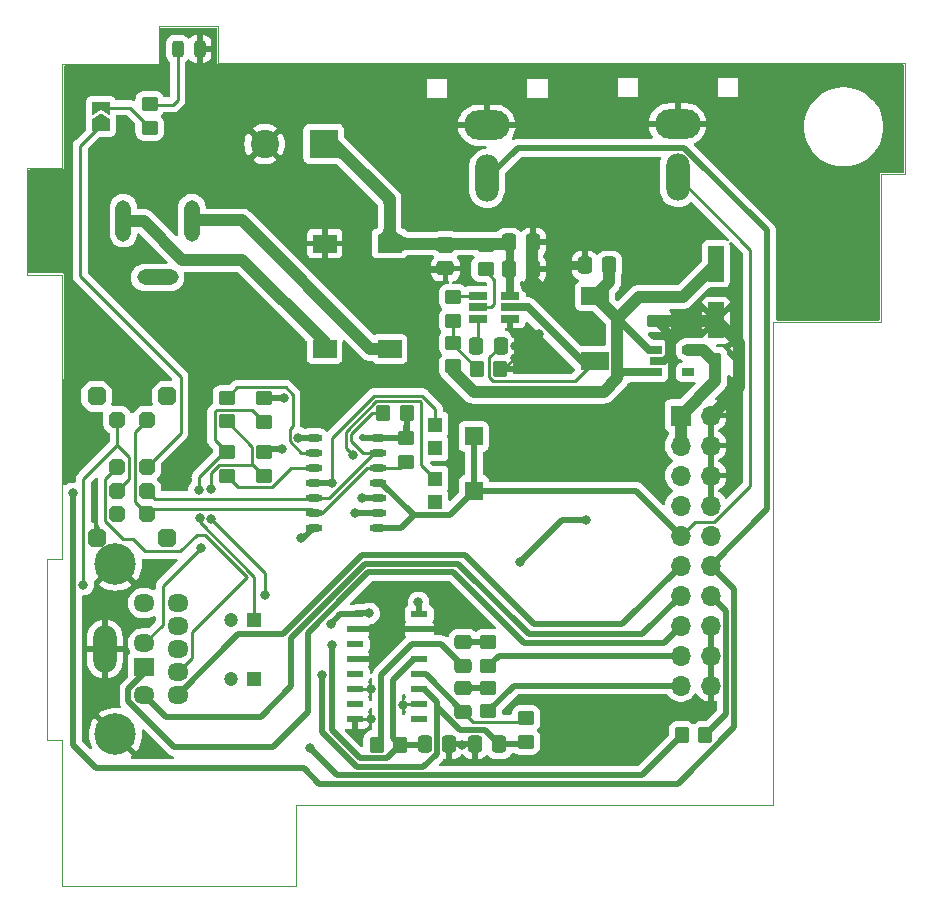
<source format=gtl>
%TF.GenerationSoftware,KiCad,Pcbnew,7.0.1-3b83917a11~172~ubuntu22.04.1*%
%TF.CreationDate,2024-01-22T22:13:39+01:00*%
%TF.ProjectId,NES_POWER_FINESSE,4e45535f-504f-4574-9552-5f46494e4553,rev?*%
%TF.SameCoordinates,Original*%
%TF.FileFunction,Copper,L1,Top*%
%TF.FilePolarity,Positive*%
%FSLAX46Y46*%
G04 Gerber Fmt 4.6, Leading zero omitted, Abs format (unit mm)*
G04 Created by KiCad (PCBNEW 7.0.1-3b83917a11~172~ubuntu22.04.1) date 2024-01-22 22:13:39*
%MOMM*%
%LPD*%
G01*
G04 APERTURE LIST*
G04 Aperture macros list*
%AMRoundRect*
0 Rectangle with rounded corners*
0 $1 Rounding radius*
0 $2 $3 $4 $5 $6 $7 $8 $9 X,Y pos of 4 corners*
0 Add a 4 corners polygon primitive as box body*
4,1,4,$2,$3,$4,$5,$6,$7,$8,$9,$2,$3,0*
0 Add four circle primitives for the rounded corners*
1,1,$1+$1,$2,$3*
1,1,$1+$1,$4,$5*
1,1,$1+$1,$6,$7*
1,1,$1+$1,$8,$9*
0 Add four rect primitives between the rounded corners*
20,1,$1+$1,$2,$3,$4,$5,0*
20,1,$1+$1,$4,$5,$6,$7,0*
20,1,$1+$1,$6,$7,$8,$9,0*
20,1,$1+$1,$8,$9,$2,$3,0*%
%AMOutline5P*
0 Free polygon, 5 corners , with rotation*
0 The origin of the aperture is its center*
0 number of corners: always 5*
0 $1 to $10 corner X, Y*
0 $11 Rotation angle, in degrees counterclockwise*
0 create outline with 5 corners*
4,1,5,$1,$2,$3,$4,$5,$6,$7,$8,$9,$10,$1,$2,$11*%
%AMOutline6P*
0 Free polygon, 6 corners , with rotation*
0 The origin of the aperture is its center*
0 number of corners: always 6*
0 $1 to $12 corner X, Y*
0 $13 Rotation angle, in degrees counterclockwise*
0 create outline with 6 corners*
4,1,6,$1,$2,$3,$4,$5,$6,$7,$8,$9,$10,$11,$12,$1,$2,$13*%
%AMOutline7P*
0 Free polygon, 7 corners , with rotation*
0 The origin of the aperture is its center*
0 number of corners: always 7*
0 $1 to $14 corner X, Y*
0 $15 Rotation angle, in degrees counterclockwise*
0 create outline with 7 corners*
4,1,7,$1,$2,$3,$4,$5,$6,$7,$8,$9,$10,$11,$12,$13,$14,$1,$2,$15*%
%AMOutline8P*
0 Free polygon, 8 corners , with rotation*
0 The origin of the aperture is its center*
0 number of corners: always 8*
0 $1 to $16 corner X, Y*
0 $17 Rotation angle, in degrees counterclockwise*
0 create outline with 8 corners*
4,1,8,$1,$2,$3,$4,$5,$6,$7,$8,$9,$10,$11,$12,$13,$14,$15,$16,$1,$2,$17*%
%AMFreePoly0*
4,1,6,1.000000,0.000000,0.500000,-0.750000,-0.500000,-0.750000,-0.500000,0.750000,0.500000,0.750000,1.000000,0.000000,1.000000,0.000000,$1*%
%AMFreePoly1*
4,1,6,0.500000,-0.750000,-0.650000,-0.750000,-0.150000,0.000000,-0.650000,0.750000,0.500000,0.750000,0.500000,-0.750000,0.500000,-0.750000,$1*%
G04 Aperture macros list end*
%TA.AperFunction,SMDPad,CuDef*%
%ADD10R,1.560000X0.650000*%
%TD*%
%TA.AperFunction,SMDPad,CuDef*%
%ADD11RoundRect,0.070000X0.630000X-1.430000X0.630000X1.430000X-0.630000X1.430000X-0.630000X-1.430000X0*%
%TD*%
%TA.AperFunction,SMDPad,CuDef*%
%ADD12RoundRect,0.250000X-0.337500X-0.475000X0.337500X-0.475000X0.337500X0.475000X-0.337500X0.475000X0*%
%TD*%
%TA.AperFunction,SMDPad,CuDef*%
%ADD13RoundRect,0.250000X-0.450000X0.350000X-0.450000X-0.350000X0.450000X-0.350000X0.450000X0.350000X0*%
%TD*%
%TA.AperFunction,ComponentPad*%
%ADD14O,1.308000X3.507999*%
%TD*%
%TA.AperFunction,ComponentPad*%
%ADD15O,3.507999X1.308000*%
%TD*%
%TA.AperFunction,SMDPad,CuDef*%
%ADD16RoundRect,0.250000X-0.350000X-0.450000X0.350000X-0.450000X0.350000X0.450000X-0.350000X0.450000X0*%
%TD*%
%TA.AperFunction,SMDPad,CuDef*%
%ADD17R,2.000000X1.500000*%
%TD*%
%TA.AperFunction,SMDPad,CuDef*%
%ADD18R,1.200000X1.200000*%
%TD*%
%TA.AperFunction,SMDPad,CuDef*%
%ADD19R,1.500000X1.600000*%
%TD*%
%TA.AperFunction,SMDPad,CuDef*%
%ADD20O,1.450000X0.599999*%
%TD*%
%TA.AperFunction,SMDPad,CuDef*%
%ADD21RoundRect,0.250000X0.350000X0.450000X-0.350000X0.450000X-0.350000X-0.450000X0.350000X-0.450000X0*%
%TD*%
%TA.AperFunction,SMDPad,CuDef*%
%ADD22RoundRect,0.050000X-0.700000X0.450000X-0.700000X-0.450000X0.700000X-0.450000X0.700000X0.450000X0*%
%TD*%
%TA.AperFunction,SMDPad,CuDef*%
%ADD23RoundRect,0.050000X0.700000X-0.450000X0.700000X0.450000X-0.700000X0.450000X-0.700000X-0.450000X0*%
%TD*%
%TA.AperFunction,SMDPad,CuDef*%
%ADD24FreePoly0,90.000000*%
%TD*%
%TA.AperFunction,SMDPad,CuDef*%
%ADD25FreePoly1,90.000000*%
%TD*%
%TA.AperFunction,SMDPad,CuDef*%
%ADD26RoundRect,0.250000X0.337500X0.475000X-0.337500X0.475000X-0.337500X-0.475000X0.337500X-0.475000X0*%
%TD*%
%TA.AperFunction,SMDPad,CuDef*%
%ADD27RoundRect,0.250000X0.450000X-0.350000X0.450000X0.350000X-0.450000X0.350000X-0.450000X-0.350000X0*%
%TD*%
%TA.AperFunction,SMDPad,CuDef*%
%ADD28RoundRect,0.250000X0.475000X-0.337500X0.475000X0.337500X-0.475000X0.337500X-0.475000X-0.337500X0*%
%TD*%
%TA.AperFunction,ComponentPad*%
%ADD29R,1.800000X1.508000*%
%TD*%
%TA.AperFunction,ComponentPad*%
%ADD30O,1.800000X1.508000*%
%TD*%
%TA.AperFunction,ComponentPad*%
%ADD31C,3.516000*%
%TD*%
%TA.AperFunction,ComponentPad*%
%ADD32O,2.000000X4.000000*%
%TD*%
%TA.AperFunction,ComponentPad*%
%ADD33R,1.200000X1.200000*%
%TD*%
%TA.AperFunction,ComponentPad*%
%ADD34C,1.200000*%
%TD*%
%TA.AperFunction,SMDPad,CuDef*%
%ADD35RoundRect,0.030000X-0.495000X0.270000X-0.495000X-0.270000X0.495000X-0.270000X0.495000X0.270000X0*%
%TD*%
%TA.AperFunction,ComponentPad*%
%ADD36Outline8P,-0.700000X0.350000X-0.350000X0.700000X0.350000X0.700000X0.700000X0.350000X0.700000X-0.350000X0.350000X-0.700000X-0.350000X-0.700000X-0.700000X-0.350000X270.000000*%
%TD*%
%TA.AperFunction,ComponentPad*%
%ADD37Outline8P,-0.800000X0.400000X-0.400000X0.800000X0.400000X0.800000X0.800000X0.400000X0.800000X-0.400000X0.400000X-0.800000X-0.400000X-0.800000X-0.800000X-0.400000X270.000000*%
%TD*%
%TA.AperFunction,ComponentPad*%
%ADD38Outline8P,-0.800000X0.400000X-0.400000X0.800000X0.400000X0.800000X0.800000X0.400000X0.800000X-0.400000X0.400000X-0.800000X-0.400000X-0.800000X-0.800000X-0.400000X90.000000*%
%TD*%
%TA.AperFunction,ComponentPad*%
%ADD39O,3.900000X2.500000*%
%TD*%
%TA.AperFunction,SMDPad,CuDef*%
%ADD40RoundRect,0.050000X-0.450000X-0.700000X0.450000X-0.700000X0.450000X0.700000X-0.450000X0.700000X0*%
%TD*%
%TA.AperFunction,SMDPad,CuDef*%
%ADD41RoundRect,0.050000X0.450000X0.700000X-0.450000X0.700000X-0.450000X-0.700000X0.450000X-0.700000X0*%
%TD*%
%TA.AperFunction,SMDPad,CuDef*%
%ADD42RoundRect,0.250000X-0.475000X0.337500X-0.475000X-0.337500X0.475000X-0.337500X0.475000X0.337500X0*%
%TD*%
%TA.AperFunction,SMDPad,CuDef*%
%ADD43R,2.400000X1.500000*%
%TD*%
%TA.AperFunction,ComponentPad*%
%ADD44R,1.700000X1.700000*%
%TD*%
%TA.AperFunction,ComponentPad*%
%ADD45O,1.700000X1.700000*%
%TD*%
%TA.AperFunction,ComponentPad*%
%ADD46R,2.400000X2.400000*%
%TD*%
%TA.AperFunction,ComponentPad*%
%ADD47C,2.400000*%
%TD*%
%TA.AperFunction,SMDPad,CuDef*%
%ADD48RoundRect,0.243750X0.243750X0.456250X-0.243750X0.456250X-0.243750X-0.456250X0.243750X-0.456250X0*%
%TD*%
%TA.AperFunction,SMDPad,CuDef*%
%ADD49R,1.454899X0.558000*%
%TD*%
%TA.AperFunction,ViaPad*%
%ADD50C,0.800000*%
%TD*%
%TA.AperFunction,Conductor*%
%ADD51C,0.700000*%
%TD*%
%TA.AperFunction,Conductor*%
%ADD52C,1.000000*%
%TD*%
%TA.AperFunction,Conductor*%
%ADD53C,0.250000*%
%TD*%
%TA.AperFunction,Conductor*%
%ADD54C,0.500000*%
%TD*%
%TA.AperFunction,Conductor*%
%ADD55C,0.750000*%
%TD*%
%TA.AperFunction,Profile*%
%ADD56C,0.050000*%
%TD*%
%TA.AperFunction,Profile*%
%ADD57C,0.010000*%
%TD*%
G04 APERTURE END LIST*
D10*
%TO.P,J7,1,Pin_1*%
%TO.N,GND*%
X156420000Y-79320000D03*
%TO.P,J7,2,Pin_2*%
%TO.N,SW*%
X156420000Y-78370000D03*
%TO.P,J7,3,Pin_3*%
%TO.N,Net-(D1-+)*%
X156420000Y-77420000D03*
%TO.P,J7,4,Pin_4*%
%TO.N,Net-(J7-Pin_4)*%
X153720000Y-77420000D03*
%TO.P,J7,5,Pin_5*%
%TO.N,EN*%
X153720000Y-78370000D03*
%TO.P,J7,6,Pin_6*%
%TO.N,Net-(J7-Pin_6)*%
X153720000Y-79320000D03*
%TD*%
D11*
%TO.P,C16,A,A*%
%TO.N,5VRAW*%
X173830000Y-74680000D03*
%TO.P,C16,C,C*%
%TO.N,GND*%
X173830000Y-79480000D03*
%TD*%
D12*
%TO.P,C3,1*%
%TO.N,Net-(D1-+)*%
X156282500Y-72870000D03*
%TO.P,C3,2*%
%TO.N,GND*%
X158357500Y-72870000D03*
%TD*%
D13*
%TO.P,R4,1*%
%TO.N,Net-(J7-Pin_4)*%
X151570000Y-77495000D03*
%TO.P,R4,2*%
%TO.N,Net-(R4-Pad2)*%
X151570000Y-79495000D03*
%TD*%
D14*
%TO.P,J2,1,1*%
%TO.N,Net-(#FLG0101-pwr)*%
X129460999Y-71035900D03*
%TO.P,J2,2,2*%
%TO.N,Net-(D1-Pad4)*%
X123661000Y-71035900D03*
D15*
%TO.P,J2,3,3*%
%TO.N,unconnected-(J2-Pad3)*%
X126560999Y-75835901D03*
%TD*%
D16*
%TO.P,R16,1*%
%TO.N,Net-(U2-6A)*%
X145092696Y-115390000D03*
%TO.P,R16,2*%
%TO.N,/Stereo_R*%
X147092696Y-115390000D03*
%TD*%
%TO.P,R3,1*%
%TO.N,/Stereo_Control*%
X145672696Y-87330000D03*
%TO.P,R3,2*%
%TO.N,GND*%
X147672696Y-87330000D03*
%TD*%
D17*
%TO.P,D1,1,+*%
%TO.N,Net-(D1-+)*%
X146190000Y-72965000D03*
%TO.P,D1,2*%
%TO.N,Net-(#FLG0101-pwr)*%
X146190000Y-81885000D03*
%TO.P,D1,3,-*%
%TO.N,GND*%
X140690000Y-72965000D03*
%TO.P,D1,4*%
%TO.N,Net-(D1-Pad4)*%
X140690000Y-81885000D03*
%TD*%
D18*
%TO.P,RV2,1,1*%
%TO.N,/Stereo_R*%
X150062696Y-88290000D03*
D19*
%TO.P,RV2,2,2*%
%TO.N,Audio In*%
X153312696Y-89290000D03*
D18*
%TO.P,RV2,3,3*%
%TO.N,unconnected-(RV2-Pad3)*%
X150062696Y-90290000D03*
%TD*%
D20*
%TO.P,U1,1,SIG_A_IN_OUT*%
%TO.N,Audio In*%
X145222697Y-97025000D03*
%TO.P,U1,2,SIG_A_OUT_IN*%
%TO.N,Net-(U1-SIG_A_OUT_IN)*%
X145222697Y-95755000D03*
%TO.P,U1,3,SIG_B_OUT_IN*%
%TO.N,Net-(U1-SIG_B_OUT_IN)*%
X145222697Y-94485000D03*
%TO.P,U1,4,SIG_B_IN_OUT*%
%TO.N,Audio In*%
X145222697Y-93215000D03*
%TO.P,U1,5,CONTROL_B*%
%TO.N,/Mono_Control*%
X145222697Y-91945000D03*
%TO.P,U1,6,CONTROL_C*%
%TO.N,/Stereo_Control*%
X145222697Y-90675000D03*
%TO.P,U1,7,VSS*%
%TO.N,GND*%
X145222697Y-89405000D03*
%TO.P,U1,8,SIG_C_IN_OUT*%
%TO.N,/Stereo_L*%
X139772698Y-89405000D03*
%TO.P,U1,9,SIG_C_OUT_IN*%
%TO.N,Net-(U1-SIG_C_OUT_IN)*%
X139772698Y-90675000D03*
%TO.P,U1,10,SIG_D_OUT_IN*%
%TO.N,Net-(U1-SIG_D_OUT_IN)*%
X139772698Y-91945000D03*
%TO.P,U1,11,SIG_D_IN_OUT*%
%TO.N,/Stereo_R*%
X139772698Y-93215000D03*
%TO.P,U1,12,CONTROL_D*%
%TO.N,/Stereo_Control*%
X139772698Y-94485000D03*
%TO.P,U1,13,CONTROL_A*%
%TO.N,/Mono_Control*%
X139772698Y-95755000D03*
%TO.P,U1,14,VDD*%
%TO.N,5V*%
X139772698Y-97025000D03*
%TD*%
D12*
%TO.P,C5,1*%
%TO.N,Net-(J7-Pin_6)*%
X153532500Y-81620000D03*
%TO.P,C5,2*%
%TO.N,SW*%
X155607500Y-81620000D03*
%TD*%
D21*
%TO.P,R8,1,1*%
%TO.N,Net-(J1-Pin_14)*%
X172930000Y-114590000D03*
%TO.P,R8,2,2*%
%TO.N,CSync*%
X170930000Y-114590000D03*
%TD*%
D22*
%TO.P,C17,1,1*%
%TO.N,GND*%
X168770000Y-79500000D03*
D23*
%TO.P,C17,2,2*%
%TO.N,5VRAW*%
X168770000Y-77500000D03*
%TD*%
D24*
%TO.P,JP1,1,A*%
%TO.N,5V*%
X121752500Y-62915000D03*
D25*
%TO.P,JP1,2,B*%
%TO.N,Net-(JP1-B)*%
X121752500Y-61465000D03*
%TD*%
D26*
%TO.P,C10,1*%
%TO.N,GND*%
X151230196Y-115380000D03*
%TO.P,C10,2*%
%TO.N,/Stereo_R*%
X149155196Y-115380000D03*
%TD*%
D27*
%TO.P,R11,1*%
%TO.N,Net-(C12-Pad1)*%
X135570000Y-92650000D03*
%TO.P,R11,2*%
%TO.N,Net-(U1-SIG_A_OUT_IN)*%
X135570000Y-90650000D03*
%TD*%
D13*
%TO.P,R6,1*%
%TO.N,Net-(R4-Pad2)*%
X151570000Y-81370000D03*
%TO.P,R6,2*%
%TO.N,5VRAW*%
X151570000Y-83370000D03*
%TD*%
D28*
%TO.P,C8,1*%
%TO.N,Net-(U2-5A)*%
X152442696Y-112637500D03*
%TO.P,C8,2*%
%TO.N,Net-(C8-Pad2)*%
X152442696Y-110562500D03*
%TD*%
D18*
%TO.P,RV1,1,1*%
%TO.N,/Stereo_L*%
X150072696Y-92890000D03*
D19*
%TO.P,RV1,2,2*%
%TO.N,Audio In*%
X153322696Y-93890000D03*
D18*
%TO.P,RV1,3,3*%
%TO.N,unconnected-(RV1-Pad3)*%
X150072696Y-94890000D03*
%TD*%
D27*
%TO.P,R7,1*%
%TO.N,EN*%
X154320000Y-75120000D03*
%TO.P,R7,2*%
%TO.N,Net-(D1-+)*%
X154320000Y-73120000D03*
%TD*%
%TO.P,R1,1*%
%TO.N,Net-(JP1-B)*%
X125890000Y-63152500D03*
%TO.P,R1,2*%
%TO.N,Net-(D2-A)*%
X125890000Y-61152500D03*
%TD*%
D29*
%TO.P,J9,1,1*%
%TO.N,Blue*%
X125440000Y-108810000D03*
D30*
%TO.P,J9,2,2*%
%TO.N,5V*%
X125440000Y-106810000D03*
%TO.P,J9,3,3*%
%TO.N,Green*%
X125440000Y-111210000D03*
%TO.P,J9,4,4*%
%TO.N,CVBS*%
X128240000Y-109260000D03*
%TO.P,J9,5,5*%
%TO.N,CSync*%
X128240000Y-107310000D03*
%TO.P,J9,6,6*%
%TO.N,unconnected-(J9-Pad6)*%
X125440000Y-103410000D03*
%TO.P,J9,7,7*%
%TO.N,Red*%
X128240000Y-111210000D03*
%TO.P,J9,8,8*%
%TO.N,Aud_L*%
X128240000Y-105360000D03*
%TO.P,J9,9,9*%
%TO.N,Aud_R*%
X128240000Y-103410000D03*
D31*
%TO.P,J9,S1,SHIELD*%
%TO.N,GND*%
X122990000Y-114535000D03*
%TO.P,J9,S2,SHIELD*%
X122990000Y-100085000D03*
D32*
%TO.P,J9,S3,SHIELD*%
X122090000Y-107310000D03*
%TD*%
D33*
%TO.P,C12,1*%
%TO.N,Net-(C12-Pad1)*%
X134737600Y-109840000D03*
D34*
%TO.P,C12,2*%
%TO.N,Aud_L*%
X132737600Y-109840000D03*
%TD*%
D35*
%TO.P,U3,1,VIN*%
%TO.N,5VRAW*%
X168760000Y-81960000D03*
%TO.P,U3,2,GND*%
%TO.N,GND*%
X168760000Y-82910000D03*
%TO.P,U3,3,ON*%
%TO.N,5VRAW*%
X168760000Y-83860000D03*
%TO.P,U3,4,FLAGB*%
%TO.N,unconnected-(U3-FLAGB-Pad4)*%
X171460000Y-83860000D03*
%TO.P,U3,5,VOUT*%
%TO.N,5VSWITCH*%
X171460000Y-81960000D03*
%TD*%
D36*
%TO.P,SW1,1,1*%
%TO.N,CSync*%
X123140000Y-87890000D03*
%TO.P,SW1,2,2*%
%TO.N,CVBS*%
X123140000Y-91890000D03*
%TO.P,SW1,3,3*%
%TO.N,CSync*%
X123140000Y-93890000D03*
%TO.P,SW1,4,4*%
%TO.N,Video Out*%
X123140000Y-95890000D03*
%TO.P,SW1,5,5*%
%TO.N,/Mono_Control*%
X125640000Y-87890000D03*
%TO.P,SW1,6,6*%
%TO.N,5V*%
X125640000Y-91890000D03*
%TO.P,SW1,7,7*%
%TO.N,/Stereo_Control*%
X125640000Y-93890000D03*
%TO.P,SW1,8,8*%
%TO.N,/Mono_Control*%
X125640000Y-95890000D03*
D37*
%TO.P,SW1,MH*%
%TO.N,N/C*%
X127390000Y-85890000D03*
X121390000Y-85890000D03*
D38*
X127390000Y-97890000D03*
%TO.N,GND*%
X121390000Y-97890000D03*
%TD*%
D27*
%TO.P,R2,1*%
%TO.N,/Mono_Control*%
X147562696Y-91440000D03*
%TO.P,R2,2*%
%TO.N,GND*%
X147562696Y-89440000D03*
%TD*%
D13*
%TO.P,R9,1*%
%TO.N,Net-(C8-Pad2)*%
X154522696Y-110560000D03*
%TO.P,R9,2*%
%TO.N,CPU1*%
X154522696Y-112560000D03*
%TD*%
D16*
%TO.P,R5,1*%
%TO.N,Net-(R4-Pad2)*%
X153570000Y-83620000D03*
%TO.P,R5,2*%
%TO.N,GND*%
X155570000Y-83620000D03*
%TD*%
D39*
%TO.P,J3,1,Tip*%
%TO.N,GND*%
X154436000Y-62948000D03*
D32*
%TO.P,J3,2,Sleeve*%
%TO.N,Video Out*%
X154436000Y-67448000D03*
%TD*%
D26*
%TO.P,C6,1*%
%TO.N,5VRAW*%
X164797500Y-74810000D03*
%TO.P,C6,2*%
%TO.N,GND*%
X162722500Y-74810000D03*
%TD*%
D27*
%TO.P,R13,1*%
%TO.N,Net-(C12-Pad1)*%
X132420000Y-88030000D03*
%TO.P,R13,2*%
%TO.N,Net-(U1-SIG_C_OUT_IN)*%
X132420000Y-86030000D03*
%TD*%
D13*
%TO.P,R10,1*%
%TO.N,Net-(C9-Pad2)*%
X154532696Y-106740000D03*
%TO.P,R10,2*%
%TO.N,CPU2*%
X154532696Y-108740000D03*
%TD*%
D28*
%TO.P,C9,1*%
%TO.N,Net-(U2-6A)*%
X152432696Y-108777500D03*
%TO.P,C9,2*%
%TO.N,Net-(C9-Pad2)*%
X152432696Y-106702500D03*
%TD*%
D13*
%TO.P,R15,1*%
%TO.N,Net-(U2-5A)*%
X157752696Y-113150000D03*
%TO.P,R15,2*%
%TO.N,/Stereo_L*%
X157752696Y-115150000D03*
%TD*%
D40*
%TO.P,C18,1,1*%
%TO.N,GND*%
X175770000Y-82990000D03*
D41*
%TO.P,C18,2,2*%
%TO.N,5VSWITCH*%
X173770000Y-82990000D03*
%TD*%
D42*
%TO.P,C2,1*%
%TO.N,Net-(D1-+)*%
X150930000Y-73005000D03*
%TO.P,C2,2*%
%TO.N,GND*%
X150930000Y-75080000D03*
%TD*%
D39*
%TO.P,J5,1,Tip*%
%TO.N,GND*%
X170582000Y-62854000D03*
D32*
%TO.P,J5,2,Sleeve*%
%TO.N,Audio In*%
X170582000Y-67354000D03*
%TD*%
D12*
%TO.P,C4,1*%
%TO.N,Net-(D1-+)*%
X156282500Y-75120000D03*
%TO.P,C4,2*%
%TO.N,GND*%
X158357500Y-75120000D03*
%TD*%
D33*
%TO.P,C13,1*%
%TO.N,Net-(C13-Pad1)*%
X134740000Y-104840000D03*
D34*
%TO.P,C13,2*%
%TO.N,Aud_R*%
X132740000Y-104840000D03*
%TD*%
D13*
%TO.P,R14,1*%
%TO.N,Net-(C13-Pad1)*%
X132420000Y-90650000D03*
%TO.P,R14,2*%
%TO.N,Net-(U1-SIG_D_OUT_IN)*%
X132420000Y-92650000D03*
%TD*%
D27*
%TO.P,R12,1*%
%TO.N,Net-(C13-Pad1)*%
X135530000Y-88080000D03*
%TO.P,R12,2*%
%TO.N,Net-(U1-SIG_B_OUT_IN)*%
X135530000Y-86080000D03*
%TD*%
D43*
%TO.P,L1,1,1*%
%TO.N,SW*%
X163590000Y-82920000D03*
%TO.P,L1,2,2*%
%TO.N,5VRAW*%
X163590000Y-77420000D03*
%TD*%
D26*
%TO.P,C11,1*%
%TO.N,/Stereo_L*%
X155480196Y-115370000D03*
%TO.P,C11,2*%
%TO.N,GND*%
X153405196Y-115370000D03*
%TD*%
D44*
%TO.P,J1,1,Pin_1*%
%TO.N,5VSWITCH*%
X170850000Y-87530000D03*
D45*
%TO.P,J1,2,Pin_2*%
%TO.N,GND*%
X173390000Y-87530000D03*
%TO.P,J1,3,Pin_3*%
%TO.N,5VSWITCH*%
X170850000Y-90070000D03*
%TO.P,J1,4,Pin_4*%
%TO.N,GND*%
X173390000Y-90070000D03*
%TO.P,J1,5,Pin_5*%
%TO.N,5V*%
X170850000Y-92610000D03*
%TO.P,J1,6,Pin_6*%
%TO.N,GND*%
X173390000Y-92610000D03*
%TO.P,J1,7,Pin_7*%
%TO.N,5V*%
X170850000Y-95150000D03*
%TO.P,J1,8,Pin_8*%
%TO.N,GND*%
X173390000Y-95150000D03*
%TO.P,J1,9,Pin_9*%
%TO.N,Audio In*%
X170850000Y-97690000D03*
%TO.P,J1,10,Pin_10*%
%TO.N,GND*%
X173390000Y-97690000D03*
%TO.P,J1,11,Pin_11*%
%TO.N,Red*%
X170850000Y-100230000D03*
%TO.P,J1,12,Pin_12*%
%TO.N,Video Out*%
X173390000Y-100230000D03*
%TO.P,J1,13,Pin_13*%
%TO.N,Green*%
X170850000Y-102770000D03*
%TO.P,J1,14,Pin_14*%
%TO.N,Net-(J1-Pin_14)*%
X173390000Y-102770000D03*
%TO.P,J1,15,Pin_15*%
%TO.N,Blue*%
X170850000Y-105310000D03*
%TO.P,J1,16,Pin_16*%
%TO.N,GND*%
X173390000Y-105310000D03*
%TO.P,J1,17,Pin_17*%
%TO.N,CPU2*%
X170850000Y-107850000D03*
%TO.P,J1,18,Pin_18*%
%TO.N,GND*%
X173390000Y-107850000D03*
%TO.P,J1,19,Pin_19*%
%TO.N,CPU1*%
X170850000Y-110390000D03*
%TO.P,J1,20,Pin_20*%
%TO.N,GND*%
X173390000Y-110390000D03*
%TD*%
D46*
%TO.P,C1,1*%
%TO.N,Net-(D1-+)*%
X140615000Y-64540000D03*
D47*
%TO.P,C1,2*%
%TO.N,GND*%
X135615000Y-64540000D03*
%TD*%
D48*
%TO.P,D2,1,K*%
%TO.N,GND*%
X130127500Y-56490000D03*
%TO.P,D2,2,A*%
%TO.N,Net-(D2-A)*%
X128252500Y-56490000D03*
%TD*%
D49*
%TO.P,U2,1,\u002AOE1*%
%TO.N,5V*%
X143260000Y-104360000D03*
%TO.P,U2,2,1A*%
%TO.N,GND*%
X143260000Y-105630000D03*
%TO.P,U2,3,\u002A1Y*%
%TO.N,unconnected-(U2-\u002A1Y-Pad3)*%
X143260000Y-106900000D03*
%TO.P,U2,4,2A*%
%TO.N,GND*%
X143260000Y-108170000D03*
%TO.P,U2,5,\u002A2Y*%
%TO.N,unconnected-(U2-\u002A2Y-Pad5)*%
X143260000Y-109440000D03*
%TO.P,U2,6,3A*%
%TO.N,GND*%
X143260000Y-110710000D03*
%TO.P,U2,7,\u002A3Y*%
%TO.N,unconnected-(U2-\u002A3Y-Pad7)*%
X143260000Y-111980000D03*
%TO.P,U2,8,GND*%
%TO.N,GND*%
X143260000Y-113250000D03*
%TO.P,U2,9,\u002A4Y*%
%TO.N,unconnected-(U2-\u002A4Y-Pad9)*%
X148702696Y-113250000D03*
%TO.P,U2,10,4A*%
%TO.N,GND*%
X148702696Y-111980000D03*
%TO.P,U2,11,\u002A5Y*%
%TO.N,/Stereo_L*%
X148702696Y-110710000D03*
%TO.P,U2,12,5A*%
%TO.N,Net-(U2-5A)*%
X148702696Y-109440000D03*
%TO.P,U2,13,\u002A6Y*%
%TO.N,/Stereo_R*%
X148702696Y-108170000D03*
%TO.P,U2,14,6A*%
%TO.N,Net-(U2-6A)*%
X148702696Y-106900000D03*
%TO.P,U2,15,\u002AOE2*%
%TO.N,GND*%
X148702696Y-105630000D03*
%TO.P,U2,16,VCC*%
%TO.N,5V*%
X148702696Y-104360000D03*
%TD*%
D50*
%TO.N,Video Out*%
X119350000Y-94110000D03*
%TO.N,GND*%
X144812696Y-108200000D03*
X160650000Y-74830000D03*
X158820000Y-82620000D03*
X130165000Y-58090000D03*
X144802696Y-105640000D03*
X147690000Y-87350000D03*
X142490000Y-75215000D03*
X149080000Y-75310000D03*
X156820000Y-82620000D03*
X138940000Y-70415000D03*
X158820000Y-81620000D03*
X144642696Y-110710000D03*
X157820000Y-81620000D03*
X149050000Y-79200000D03*
X147352696Y-112000000D03*
X157820000Y-80620000D03*
X144642696Y-113250000D03*
X146180000Y-77280000D03*
X158820000Y-76620000D03*
X157820000Y-76620000D03*
X157820000Y-82620000D03*
X147192696Y-105640000D03*
X156820000Y-81620000D03*
X152332696Y-115390000D03*
X147580000Y-89380000D03*
X158820000Y-80620000D03*
X156820000Y-80620000D03*
%TO.N,CSync*%
X120260000Y-101850000D03*
X139460000Y-115720000D03*
%TO.N,/Stereo_L*%
X140453196Y-109510000D03*
X138467696Y-89395000D03*
X143087696Y-90845000D03*
%TO.N,/Stereo_R*%
X141302696Y-106950000D03*
X141307696Y-93225000D03*
%TO.N,5V*%
X141240000Y-105140000D03*
X144472696Y-104280000D03*
X148642696Y-103340000D03*
X138690000Y-97930000D03*
X157270000Y-99940000D03*
X130230000Y-98740000D03*
X162800000Y-96400000D03*
%TO.N,Net-(C12-Pad1)*%
X131116963Y-96281212D03*
X131090000Y-93790000D03*
X135670000Y-102740000D03*
%TO.N,Net-(C13-Pad1)*%
X130120000Y-96210000D03*
X130060000Y-93830000D03*
%TO.N,Net-(U1-SIG_A_OUT_IN)*%
X137070000Y-90380000D03*
X143270000Y-95750000D03*
%TO.N,Net-(U1-SIG_B_OUT_IN)*%
X137280000Y-86080000D03*
X143860000Y-94510000D03*
%TD*%
D51*
%TO.N,Net-(D1-+)*%
X156420000Y-77420000D02*
X156420000Y-73007500D01*
D52*
X156282500Y-72870000D02*
X156187500Y-72965000D01*
X141500000Y-64540000D02*
X146190000Y-69230000D01*
X156187500Y-72965000D02*
X146190000Y-72965000D01*
D53*
X156370000Y-72870000D02*
X154657500Y-72870000D01*
D52*
X146190000Y-69230000D02*
X146190000Y-72965000D01*
X140615000Y-64540000D02*
X141500000Y-64540000D01*
D54*
%TO.N,Video Out*%
X140250000Y-118690000D02*
X138910000Y-117350000D01*
X119360000Y-94130000D02*
X119350000Y-94120000D01*
X170619949Y-118690000D02*
X140250000Y-118690000D01*
X173390000Y-100230000D02*
X178137600Y-95482400D01*
X175390000Y-102230000D02*
X175390000Y-113919949D01*
X173390000Y-100230000D02*
X175390000Y-102230000D01*
X175390000Y-113919949D02*
X170619949Y-118690000D01*
X121320000Y-117350000D02*
X119360000Y-115390000D01*
X157034000Y-64850000D02*
X154436000Y-67448000D01*
X119360000Y-115390000D02*
X119360000Y-94130000D01*
X138910000Y-117350000D02*
X121320000Y-117350000D01*
X119350000Y-94120000D02*
X119350000Y-94110000D01*
X178137600Y-95482400D02*
X178137600Y-71858990D01*
X178137600Y-71858990D02*
X171128610Y-64850000D01*
X171128610Y-64850000D02*
X157034000Y-64850000D01*
D53*
%TO.N,GND*%
X149080000Y-75310000D02*
X150700000Y-75310000D01*
D51*
X168760000Y-82910000D02*
X169395244Y-82910000D01*
D53*
X155820000Y-83620000D02*
X156820000Y-82620000D01*
D55*
X160670000Y-74810000D02*
X162197500Y-74810000D01*
D51*
X169835000Y-82470244D02*
X169835000Y-80565000D01*
D53*
X130165000Y-58065000D02*
X130165000Y-56465000D01*
X143260000Y-108170000D02*
X144782696Y-108170000D01*
D54*
X151230196Y-115380000D02*
X152322696Y-115380000D01*
D53*
X147202696Y-105630000D02*
X147192696Y-105640000D01*
X144792696Y-105630000D02*
X144802696Y-105640000D01*
X143260000Y-113250000D02*
X144642696Y-113250000D01*
D52*
X175770000Y-85150000D02*
X173390000Y-87530000D01*
X175770000Y-81420000D02*
X175770000Y-82990000D01*
D53*
X143260000Y-105630000D02*
X144792696Y-105630000D01*
D54*
X145222697Y-89405000D02*
X147502696Y-89405000D01*
D53*
X148702696Y-111980000D02*
X147372696Y-111980000D01*
D52*
X158270000Y-76170000D02*
X157820000Y-76620000D01*
X157820000Y-76620000D02*
X158820000Y-76620000D01*
D51*
X169835000Y-80565000D02*
X168770000Y-79500000D01*
D54*
X147672696Y-87367304D02*
X147672696Y-89330000D01*
D53*
X148702696Y-105630000D02*
X147202696Y-105630000D01*
D52*
X158270000Y-72870000D02*
X158270000Y-76170000D01*
X158270000Y-76070000D02*
X158820000Y-76620000D01*
X158270000Y-72870000D02*
X158270000Y-76070000D01*
X173830000Y-79480000D02*
X175770000Y-81420000D01*
D53*
X144782696Y-108170000D02*
X144812696Y-108200000D01*
D52*
X168770000Y-79500000D02*
X173810000Y-79500000D01*
D53*
X147372696Y-111980000D02*
X147352696Y-112000000D01*
X143260000Y-110710000D02*
X144642696Y-110710000D01*
D54*
X152322696Y-115380000D02*
X152332696Y-115390000D01*
X152352696Y-115370000D02*
X152332696Y-115390000D01*
X153405196Y-115370000D02*
X152352696Y-115370000D01*
D51*
X169395244Y-82910000D02*
X169835000Y-82470244D01*
D55*
X160650000Y-74830000D02*
X160670000Y-74810000D01*
D52*
X175770000Y-82990000D02*
X175770000Y-85150000D01*
%TO.N,5VRAW*%
X153316497Y-85510000D02*
X151570000Y-83763503D01*
X165490000Y-79320000D02*
X167310000Y-77500000D01*
X165490000Y-79320000D02*
X165490000Y-84370000D01*
X167310000Y-77500000D02*
X168770000Y-77500000D01*
X164350000Y-85510000D02*
X153316497Y-85510000D01*
D51*
X168760000Y-83860000D02*
X166000000Y-83860000D01*
X168130000Y-81960000D02*
X165250000Y-79080000D01*
D52*
X168770000Y-77500000D02*
X171010000Y-77500000D01*
X164797500Y-76212500D02*
X163590000Y-77420000D01*
D51*
X166000000Y-83860000D02*
X165490000Y-84370000D01*
D52*
X164797500Y-74810000D02*
X164797500Y-76212500D01*
D51*
X168760000Y-81960000D02*
X168130000Y-81960000D01*
D52*
X165250000Y-79080000D02*
X165490000Y-79320000D01*
X165490000Y-84370000D02*
X164350000Y-85510000D01*
X171010000Y-77500000D02*
X173830000Y-74680000D01*
X151570000Y-83763503D02*
X151570000Y-83370000D01*
X163590000Y-77420000D02*
X165250000Y-79080000D01*
D54*
%TO.N,Audio In*%
X147145000Y-97025000D02*
X145222697Y-97025000D01*
X148230000Y-95940000D02*
X147145000Y-97025000D01*
X167050000Y-93890000D02*
X170850000Y-97690000D01*
X153322696Y-93890000D02*
X167050000Y-93890000D01*
D53*
X173705000Y-96515000D02*
X172025000Y-96515000D01*
X176720000Y-93500000D02*
X173705000Y-96515000D01*
D54*
X153312696Y-89290000D02*
X153312696Y-93880000D01*
X151272696Y-95940000D02*
X148230000Y-95940000D01*
X153322696Y-93890000D02*
X151272696Y-95940000D01*
X148230000Y-95940000D02*
X145505000Y-93215000D01*
D53*
X176720000Y-73492000D02*
X176720000Y-93500000D01*
X170582000Y-67354000D02*
X176720000Y-73492000D01*
X172025000Y-96515000D02*
X170850000Y-97690000D01*
D54*
%TO.N,Net-(U2-5A)*%
X152442696Y-112637500D02*
X149245196Y-109440000D01*
D53*
X153290196Y-113485000D02*
X152442696Y-112637500D01*
X157417696Y-113485000D02*
X153290196Y-113485000D01*
D54*
X149245196Y-109440000D02*
X148702696Y-109440000D01*
%TO.N,Net-(U2-6A)*%
X152432696Y-108777500D02*
X150555196Y-106900000D01*
X150555196Y-106900000D02*
X148702696Y-106900000D01*
X145492696Y-109473551D02*
X145492696Y-114990000D01*
X148066247Y-106900000D02*
X145492696Y-109473551D01*
X148702696Y-106900000D02*
X148066247Y-106900000D01*
X145492696Y-114990000D02*
X145092696Y-115390000D01*
D53*
%TO.N,Net-(J7-Pin_6)*%
X153720000Y-79320000D02*
X153720000Y-81182500D01*
%TO.N,Net-(R4-Pad2)*%
X151570000Y-81532500D02*
X153657500Y-83620000D01*
X151570000Y-79495000D02*
X151570000Y-81457500D01*
%TO.N,SW*%
X155607500Y-81620000D02*
X154645000Y-82582500D01*
X161865000Y-84645000D02*
X163590000Y-82920000D01*
X154981827Y-84645000D02*
X161865000Y-84645000D01*
D51*
X157913503Y-78370000D02*
X162463503Y-82920000D01*
X156420000Y-78370000D02*
X157913503Y-78370000D01*
D53*
X154645000Y-82582500D02*
X154645000Y-84308173D01*
D51*
X162463503Y-82920000D02*
X163590000Y-82920000D01*
D53*
X154645000Y-84308173D02*
X154981827Y-84645000D01*
%TO.N,EN*%
X155070000Y-78050000D02*
X155070000Y-76032500D01*
X155070000Y-76032500D02*
X154320000Y-75282500D01*
X154750000Y-78370000D02*
X155070000Y-78050000D01*
X153720000Y-78370000D02*
X154750000Y-78370000D01*
%TO.N,CSync*%
X124165000Y-91051396D02*
X124165000Y-92865000D01*
X123140000Y-90026396D02*
X124165000Y-91051396D01*
X120265000Y-92901396D02*
X120265000Y-101845000D01*
X123140000Y-87890000D02*
X123140000Y-90026396D01*
X124165000Y-92865000D02*
X123140000Y-93890000D01*
D54*
X141730000Y-117990000D02*
X139460000Y-115720000D01*
X170930000Y-114590000D02*
X167530000Y-117990000D01*
D53*
X123140000Y-90026396D02*
X120265000Y-92901396D01*
X120265000Y-101845000D02*
X120260000Y-101850000D01*
D54*
X167530000Y-117990000D02*
X141730000Y-117990000D01*
%TO.N,Blue*%
X139260000Y-112640000D02*
X139260000Y-105917918D01*
X124090000Y-111708713D02*
X127981287Y-115600000D01*
X125440000Y-108810000D02*
X125440000Y-109361287D01*
X142687918Y-102490000D02*
X142690000Y-102490000D01*
X144410000Y-100770000D02*
X151560000Y-100770000D01*
X157550000Y-106760000D02*
X169400000Y-106760000D01*
X125440000Y-109361287D02*
X124090000Y-110711287D01*
X151560000Y-100770000D02*
X157550000Y-106760000D01*
X127981287Y-115600000D02*
X136300000Y-115600000D01*
X124090000Y-110711287D02*
X124090000Y-111708713D01*
X142690000Y-102490000D02*
X144410000Y-100770000D01*
X136300000Y-115600000D02*
X139260000Y-112640000D01*
X169400000Y-106760000D02*
X170850000Y-105310000D01*
X139260000Y-105917918D02*
X142687918Y-102490000D01*
%TO.N,Green*%
X127255025Y-113025025D02*
X135274975Y-113025025D01*
X144117969Y-100070000D02*
X151990000Y-100070000D01*
X157980000Y-106060000D02*
X167560000Y-106060000D01*
X137830000Y-106357968D02*
X144117969Y-100070000D01*
X125440000Y-111210000D02*
X127255025Y-113025025D01*
X137830000Y-110470000D02*
X137830000Y-106357968D01*
X135274975Y-113025025D02*
X137830000Y-110470000D01*
X167560000Y-106060000D02*
X170850000Y-102770000D01*
X151990000Y-100070000D02*
X157980000Y-106060000D01*
%TO.N,/Stereo_L*%
X150192696Y-112189949D02*
X152197747Y-114195000D01*
D53*
X148892696Y-91710000D02*
X148892696Y-86420000D01*
D54*
X140453196Y-109510000D02*
X140453196Y-114300450D01*
X149047645Y-117290000D02*
X150192696Y-116144949D01*
X138467696Y-89395000D02*
X139762698Y-89395000D01*
D53*
X148892696Y-86420000D02*
X148777696Y-86305000D01*
D54*
X152197747Y-114195000D02*
X154305196Y-114195000D01*
X150192696Y-111751551D02*
X150192696Y-112189949D01*
D53*
X142502696Y-90260000D02*
X143087696Y-90845000D01*
D54*
X155480196Y-115370000D02*
X157532696Y-115370000D01*
D53*
X145084523Y-86305000D02*
X142502696Y-88886827D01*
D54*
X154305196Y-114195000D02*
X155480196Y-115370000D01*
X150192696Y-111751551D02*
X149151145Y-110710000D01*
X150192696Y-116144949D02*
X150192696Y-111751551D01*
D53*
X148777696Y-86305000D02*
X145084523Y-86305000D01*
X142502696Y-88886827D02*
X142502696Y-90260000D01*
X150072696Y-92890000D02*
X148892696Y-91710000D01*
D54*
X143442746Y-117290000D02*
X149047645Y-117290000D01*
X140453196Y-114300450D02*
X143442746Y-117290000D01*
%TO.N,Red*%
X133381981Y-106068019D02*
X137130000Y-106068018D01*
X154320000Y-101090000D02*
X158420000Y-105190000D01*
X143828020Y-99370000D02*
X152600000Y-99370000D01*
X137130000Y-106068018D02*
X143828020Y-99370000D01*
X152600000Y-99370000D02*
X154640000Y-101410000D01*
X158420000Y-105190000D02*
X165890000Y-105190000D01*
X165890000Y-105190000D02*
X170850000Y-100230000D01*
X128240000Y-111210000D02*
X133381981Y-106068019D01*
D52*
%TO.N,5VSWITCH*%
X173770000Y-84610000D02*
X170850000Y-87530000D01*
X170850000Y-90070000D02*
X170850000Y-87530000D01*
X171460000Y-81960000D02*
X172740000Y-81960000D01*
X172740000Y-81960000D02*
X173770000Y-82990000D01*
X173770000Y-82990000D02*
X173770000Y-84610000D01*
%TO.N,Net-(D1-Pad4)*%
X140690000Y-81310000D02*
X140690000Y-81885000D01*
X123661000Y-71035900D02*
X125365900Y-71035900D01*
X128660000Y-74330000D02*
X133710000Y-74330000D01*
X125365900Y-71035900D02*
X128660000Y-74330000D01*
X133710000Y-74330000D02*
X140690000Y-81310000D01*
D54*
%TO.N,CPU1*%
X170850000Y-110390000D02*
X156692696Y-110390000D01*
X156692696Y-110390000D02*
X154522696Y-112560000D01*
%TO.N,CPU2*%
X170850000Y-107850000D02*
X155422696Y-107850000D01*
X155422696Y-107850000D02*
X154532696Y-108740000D01*
%TO.N,Net-(C8-Pad2)*%
X154522696Y-110560000D02*
X152445196Y-110560000D01*
%TO.N,Net-(C9-Pad2)*%
X154532696Y-106740000D02*
X152470196Y-106740000D01*
D53*
%TO.N,/Mono_Control*%
X139502698Y-95485000D02*
X126045000Y-95485000D01*
X140439397Y-95755000D02*
X139772698Y-95755000D01*
X139772698Y-95755000D02*
X139502698Y-95485000D01*
X147562696Y-91440000D02*
X147057696Y-91945000D01*
X147057696Y-91945000D02*
X145222697Y-91945000D01*
X124615000Y-88915000D02*
X124615000Y-94865000D01*
X145222697Y-91945000D02*
X144249397Y-91945000D01*
X125640000Y-87890000D02*
X124615000Y-88915000D01*
X124615000Y-94865000D02*
X125640000Y-95890000D01*
X144249397Y-91945000D02*
X140439397Y-95755000D01*
%TO.N,/Stereo_Control*%
X144883001Y-90675000D02*
X141073001Y-94485000D01*
X142952696Y-89685305D02*
X143942391Y-90675000D01*
X145672696Y-87330000D02*
X144707391Y-87330000D01*
X144707391Y-87330000D02*
X142952696Y-89084695D01*
X126305000Y-94555000D02*
X139702698Y-94555000D01*
X141073001Y-94485000D02*
X139772698Y-94485000D01*
X143942391Y-90675000D02*
X145222697Y-90675000D01*
X142952696Y-89084695D02*
X142952696Y-89685305D01*
X125640000Y-93890000D02*
X126305000Y-94555000D01*
%TO.N,Net-(D2-A)*%
X127890000Y-61215000D02*
X128252500Y-60852500D01*
X127890000Y-61215000D02*
X125915000Y-61215000D01*
X128252500Y-60852500D02*
X128252500Y-56490000D01*
%TO.N,Net-(J7-Pin_4)*%
X153720000Y-77420000D02*
X151857500Y-77420000D01*
%TO.N,/Stereo_R*%
X150062696Y-86953604D02*
X148964092Y-85855000D01*
D54*
X146502696Y-109921551D02*
X146502696Y-114800000D01*
X145942696Y-116540000D02*
X143682696Y-116540000D01*
D53*
X148964092Y-85855000D02*
X144898127Y-85855000D01*
D54*
X146502696Y-114800000D02*
X147092696Y-115390000D01*
X148254247Y-108170000D02*
X146502696Y-109921551D01*
D53*
X141307696Y-89445431D02*
X141307696Y-93225000D01*
D54*
X143682696Y-116540000D02*
X141302696Y-114160000D01*
X147092696Y-115390000D02*
X149145196Y-115390000D01*
D53*
X150062696Y-88290000D02*
X150062696Y-86953604D01*
D54*
X147092696Y-115390000D02*
X145942696Y-116540000D01*
D53*
X144898127Y-85855000D02*
X141307696Y-89445431D01*
D54*
X141307696Y-93225000D02*
X139782698Y-93225000D01*
X141302696Y-114160000D02*
X141302696Y-106950000D01*
%TO.N,5V*%
X148702696Y-104360000D02*
X148702696Y-103400000D01*
D53*
X127015000Y-105235000D02*
X127015000Y-101955000D01*
D54*
X160810000Y-96400000D02*
X162800000Y-96400000D01*
X157270000Y-99940000D02*
X160810000Y-96400000D01*
D53*
X125390000Y-81115000D02*
X128515000Y-84240000D01*
D54*
X138867698Y-97930000D02*
X139772698Y-97025000D01*
D53*
X120000000Y-64667500D02*
X121752500Y-62915000D01*
X125440000Y-106810000D02*
X127015000Y-105235000D01*
D54*
X144472696Y-104280000D02*
X143340000Y-104280000D01*
D53*
X127015000Y-101955000D02*
X130230000Y-98740000D01*
X128515000Y-89015000D02*
X128515000Y-84240000D01*
D54*
X143340000Y-104280000D02*
X143260000Y-104360000D01*
X143260000Y-104360000D02*
X142020000Y-104360000D01*
X142020000Y-104360000D02*
X141240000Y-105140000D01*
X138690000Y-97930000D02*
X138867698Y-97930000D01*
D53*
X120000000Y-75725000D02*
X120000000Y-64667500D01*
X125390000Y-81115000D02*
X120000000Y-75725000D01*
X125640000Y-91890000D02*
X128515000Y-89015000D01*
D54*
X148702696Y-103400000D02*
X148642696Y-103340000D01*
D53*
%TO.N,Net-(C12-Pad1)*%
X135665000Y-100829249D02*
X135665000Y-102750000D01*
X131116963Y-96281212D02*
X135665000Y-100829249D01*
X132420000Y-88030000D02*
X134545000Y-90155000D01*
X131090000Y-92360000D02*
X131725000Y-91725000D01*
X135670000Y-102745000D02*
X135670000Y-102740000D01*
X134545000Y-91625000D02*
X135570000Y-92650000D01*
X134645000Y-91725000D02*
X131725000Y-91725000D01*
X134545000Y-90155000D02*
X134545000Y-91625000D01*
X135665000Y-102750000D02*
X135670000Y-102745000D01*
X135570000Y-92650000D02*
X134645000Y-91725000D01*
X131090000Y-92360000D02*
X131090000Y-93790000D01*
%TO.N,Net-(C13-Pad1)*%
X130060000Y-92753604D02*
X132163604Y-90650000D01*
X134530000Y-87080000D02*
X135530000Y-88080000D01*
X131395000Y-87215000D02*
X131530000Y-87080000D01*
X130120000Y-96210000D02*
X130120000Y-96545000D01*
X130120000Y-96545000D02*
X134740000Y-101165000D01*
X131530000Y-87080000D02*
X134530000Y-87080000D01*
X131395000Y-89625000D02*
X131395000Y-87215000D01*
X130060000Y-92753604D02*
X130060000Y-93830000D01*
X134740000Y-101165000D02*
X134740000Y-104840000D01*
X132420000Y-90650000D02*
X131395000Y-89625000D01*
D54*
%TO.N,Net-(J1-Pin_14)*%
X174690000Y-112830000D02*
X172930000Y-114590000D01*
X173390000Y-102770000D02*
X174690000Y-104070000D01*
X174690000Y-104070000D02*
X174690000Y-112830000D01*
D53*
%TO.N,CVBS*%
X123660000Y-98002000D02*
X124503936Y-98002000D01*
X129465000Y-108035000D02*
X129465000Y-107740000D01*
X125516936Y-99015000D02*
X128445000Y-99015000D01*
X122115000Y-96457000D02*
X123660000Y-98002000D01*
X129465000Y-105895000D02*
X129465000Y-107740000D01*
X123140000Y-91890000D02*
X122115000Y-92915000D01*
X134149302Y-101210698D02*
X129465000Y-105895000D01*
X129850000Y-97610000D02*
X130548604Y-97610000D01*
X130548604Y-97610000D02*
X134149302Y-101210698D01*
X128240000Y-109260000D02*
X129465000Y-108035000D01*
X128445000Y-99015000D02*
X129850000Y-97610000D01*
X124503936Y-98002000D02*
X125516936Y-99015000D01*
X122115000Y-92915000D02*
X122115000Y-96457000D01*
%TO.N,Net-(JP1-B)*%
X121752500Y-61465000D02*
X124202500Y-61465000D01*
X124202500Y-61465000D02*
X125890000Y-63152500D01*
D54*
%TO.N,Net-(U1-SIG_A_OUT_IN)*%
X137070000Y-90380000D02*
X135840000Y-90380000D01*
X145222697Y-95755000D02*
X143275000Y-95755000D01*
X143275000Y-95755000D02*
X143270000Y-95750000D01*
%TO.N,Net-(U1-SIG_B_OUT_IN)*%
X137280000Y-86080000D02*
X135530000Y-86080000D01*
X143885000Y-94485000D02*
X143860000Y-94510000D01*
X145222697Y-94485000D02*
X143885000Y-94485000D01*
D53*
%TO.N,Net-(U1-SIG_C_OUT_IN)*%
X137742696Y-88672696D02*
X138005000Y-88410392D01*
X137742696Y-89702696D02*
X138715000Y-90675000D01*
X137742696Y-88672696D02*
X137742696Y-89702696D01*
X138715000Y-90675000D02*
X139772698Y-90675000D01*
X137405000Y-85155000D02*
X133295000Y-85155000D01*
X138005000Y-85755000D02*
X137405000Y-85155000D01*
X133295000Y-85155000D02*
X132420000Y-86030000D01*
X138005000Y-88410392D02*
X138005000Y-85755000D01*
%TO.N,Net-(U1-SIG_D_OUT_IN)*%
X133345000Y-93575000D02*
X132420000Y-92650000D01*
X137888173Y-91945000D02*
X136258173Y-93575000D01*
X136258173Y-93575000D02*
X133345000Y-93575000D01*
X139772698Y-91945000D02*
X137888173Y-91945000D01*
D52*
%TO.N,Net-(#FLG0101-pwr)*%
X133670000Y-71010000D02*
X144545000Y-81885000D01*
X129486899Y-71010000D02*
X133670000Y-71010000D01*
X144545000Y-81885000D02*
X146190000Y-81885000D01*
%TD*%
%TA.AperFunction,Conductor*%
%TO.N,Net-(D1-+)*%
G36*
X141747000Y-63361881D02*
G01*
X141793119Y-63408000D01*
X141810000Y-63471000D01*
X141810000Y-63885907D01*
X141819865Y-63986075D01*
X141819867Y-63986083D01*
X141829306Y-64033536D01*
X141829307Y-64033541D01*
X141829308Y-64033543D01*
X141858527Y-64129865D01*
X141905982Y-64218648D01*
X141932859Y-64258870D01*
X141996724Y-64336689D01*
X146500659Y-68840624D01*
X146518892Y-68857985D01*
X146518909Y-68858000D01*
X146518917Y-68858008D01*
X146527932Y-68866179D01*
X146532873Y-68870441D01*
X146547967Y-68885911D01*
X146583202Y-68928845D01*
X146595696Y-68944068D01*
X146609419Y-68964606D01*
X146643682Y-69028708D01*
X146653134Y-69051528D01*
X146674234Y-69121085D01*
X146679053Y-69145311D01*
X146686427Y-69220184D01*
X146686694Y-69241789D01*
X146686215Y-69248285D01*
X146685617Y-69260468D01*
X146685000Y-69285639D01*
X146685000Y-71590800D01*
X146700204Y-71714836D01*
X146714674Y-71772965D01*
X146759384Y-71889642D01*
X146759386Y-71889646D01*
X146830956Y-71992074D01*
X146830958Y-71992076D01*
X146830960Y-71992079D01*
X146870986Y-72036639D01*
X146965176Y-72118747D01*
X146965180Y-72118749D01*
X147076420Y-72175677D01*
X147081911Y-72177688D01*
X147097643Y-72184704D01*
X147105153Y-72188690D01*
X147160960Y-72209504D01*
X147208378Y-72240882D01*
X147257736Y-72292958D01*
X147265195Y-72300827D01*
X147308948Y-72337394D01*
X147408394Y-72402567D01*
X147408395Y-72402568D01*
X147520160Y-72443121D01*
X147575665Y-72456237D01*
X147693754Y-72470000D01*
X150169245Y-72470000D01*
X150251051Y-72463442D01*
X150290054Y-72457148D01*
X150369771Y-72437641D01*
X150395610Y-72429078D01*
X150422485Y-72423330D01*
X150423769Y-72423198D01*
X150424279Y-72423147D01*
X150437032Y-72422500D01*
X151422962Y-72422500D01*
X151435713Y-72423147D01*
X151436548Y-72423231D01*
X151437515Y-72423330D01*
X151464387Y-72429077D01*
X151490234Y-72437642D01*
X151569946Y-72457148D01*
X151608949Y-72463442D01*
X151690755Y-72470000D01*
X151882671Y-72470000D01*
X151945953Y-72487044D01*
X151992114Y-72533565D01*
X152008667Y-72596977D01*
X152002843Y-73348203D01*
X151988051Y-73406468D01*
X151947947Y-73451249D01*
X151891659Y-73472352D01*
X151876158Y-73474186D01*
X151838621Y-73483198D01*
X151819857Y-73487703D01*
X151819854Y-73487703D01*
X151819854Y-73487704D01*
X151706603Y-73529484D01*
X151606229Y-73596552D01*
X151562214Y-73634145D01*
X151509889Y-73690751D01*
X151469465Y-73719946D01*
X151420882Y-73731173D01*
X150470684Y-73757711D01*
X150418288Y-73747893D01*
X150374641Y-73717288D01*
X150297789Y-73634149D01*
X150253770Y-73596552D01*
X150215439Y-73570940D01*
X150153397Y-73529484D01*
X150040143Y-73487703D01*
X149983848Y-73474188D01*
X149863976Y-73460000D01*
X147693754Y-73460000D01*
X147575666Y-73473762D01*
X147520155Y-73486880D01*
X147408395Y-73527431D01*
X147308954Y-73592601D01*
X147265190Y-73629177D01*
X147225853Y-73670679D01*
X147184177Y-73699753D01*
X147134405Y-73710000D01*
X145321000Y-73710000D01*
X145258000Y-73693119D01*
X145211881Y-73647000D01*
X145195000Y-73584000D01*
X145195000Y-72305954D01*
X145205173Y-72256355D01*
X145234048Y-72214766D01*
X145268030Y-72193491D01*
X145267540Y-72192567D01*
X145274841Y-72188690D01*
X145274844Y-72188690D01*
X145282345Y-72184708D01*
X145298091Y-72177686D01*
X145303575Y-72175679D01*
X145414817Y-72118750D01*
X145509015Y-72036637D01*
X145549044Y-71992074D01*
X145620614Y-71889646D01*
X145665326Y-71772963D01*
X145679795Y-71714835D01*
X145684477Y-71676646D01*
X145695000Y-71590800D01*
X145695000Y-69699093D01*
X145685134Y-69598924D01*
X145683913Y-69592785D01*
X145675694Y-69551464D01*
X145646472Y-69455133D01*
X145620652Y-69406827D01*
X145599017Y-69366351D01*
X145572140Y-69326129D01*
X145561223Y-69312827D01*
X145508280Y-69248316D01*
X145508279Y-69248315D01*
X145508275Y-69248310D01*
X142181689Y-65921724D01*
X142103870Y-65857859D01*
X142063648Y-65830982D01*
X141980250Y-65786405D01*
X141974867Y-65783528D01*
X141974866Y-65783527D01*
X141974865Y-65783527D01*
X141878543Y-65754308D01*
X141878541Y-65754307D01*
X141878536Y-65754306D01*
X141850163Y-65748662D01*
X141831075Y-65744865D01*
X141730907Y-65735000D01*
X141730904Y-65735000D01*
X139964460Y-65735000D01*
X139901671Y-65718241D01*
X139855586Y-65672422D01*
X139437126Y-64954067D01*
X139420000Y-64890645D01*
X139420000Y-63471000D01*
X139436881Y-63408000D01*
X139483000Y-63361881D01*
X139546000Y-63345000D01*
X141684000Y-63345000D01*
X141747000Y-63361881D01*
G37*
%TD.AperFunction*%
%TD*%
%TA.AperFunction,Conductor*%
%TO.N,GND*%
G36*
X173578000Y-105076613D02*
G01*
X173623387Y-105122000D01*
X173640000Y-105184000D01*
X173640000Y-111720635D01*
X173775406Y-111684354D01*
X173831691Y-111682512D01*
X173882986Y-111705753D01*
X173918712Y-111749285D01*
X173931500Y-111804129D01*
X173931500Y-112464457D01*
X173922061Y-112511910D01*
X173895181Y-112552138D01*
X173102136Y-113345181D01*
X173061908Y-113372061D01*
X173014455Y-113381500D01*
X172529455Y-113381500D01*
X172425574Y-113392112D01*
X172257263Y-113447884D01*
X172106345Y-113540971D01*
X172017681Y-113629636D01*
X171962094Y-113661730D01*
X171897906Y-113661730D01*
X171842319Y-113629636D01*
X171753654Y-113540971D01*
X171640725Y-113471316D01*
X171602738Y-113447885D01*
X171602737Y-113447884D01*
X171602736Y-113447884D01*
X171434426Y-113392112D01*
X171340173Y-113382483D01*
X171330544Y-113381500D01*
X170529455Y-113381500D01*
X170425574Y-113392112D01*
X170257263Y-113447884D01*
X170106345Y-113540971D01*
X169980971Y-113666345D01*
X169887884Y-113817263D01*
X169832112Y-113985573D01*
X169821500Y-114089456D01*
X169821500Y-114574456D01*
X169812061Y-114621909D01*
X169785181Y-114662137D01*
X167252138Y-117195181D01*
X167211910Y-117222061D01*
X167164457Y-117231500D01*
X150478188Y-117231500D01*
X150421893Y-117217985D01*
X150377870Y-117180386D01*
X150355715Y-117126898D01*
X150360257Y-117069182D01*
X150390505Y-117019820D01*
X150683583Y-116726741D01*
X150697202Y-116714972D01*
X150716754Y-116700418D01*
X150748984Y-116662005D01*
X150756272Y-116654052D01*
X150760277Y-116650049D01*
X150760281Y-116650043D01*
X150765392Y-116644934D01*
X150766366Y-116645908D01*
X150801894Y-116617393D01*
X150855930Y-116605000D01*
X150980196Y-116605000D01*
X150980196Y-116604999D01*
X151480196Y-116604999D01*
X151617675Y-116604999D01*
X151720391Y-116594506D01*
X151886818Y-116539357D01*
X152036041Y-116447316D01*
X152160012Y-116323345D01*
X152215241Y-116233805D01*
X152260348Y-116190624D01*
X152320780Y-116174901D01*
X152381212Y-116190624D01*
X152426319Y-116233805D01*
X152475379Y-116313345D01*
X152599350Y-116437316D01*
X152748573Y-116529357D01*
X152914999Y-116584506D01*
X153017717Y-116595000D01*
X153155196Y-116595000D01*
X153155196Y-115620000D01*
X152344627Y-115620000D01*
X152343787Y-115620561D01*
X152296334Y-115630000D01*
X151480196Y-115630000D01*
X151480196Y-116604999D01*
X150980196Y-116604999D01*
X150980196Y-115254000D01*
X150996809Y-115192000D01*
X151042196Y-115146613D01*
X151104196Y-115130000D01*
X152290765Y-115130000D01*
X152291605Y-115129439D01*
X152339058Y-115120000D01*
X153531196Y-115120000D01*
X153593196Y-115136613D01*
X153638583Y-115182000D01*
X153655196Y-115244000D01*
X153655196Y-116594999D01*
X153792675Y-116594999D01*
X153895391Y-116584506D01*
X154061818Y-116529357D01*
X154211041Y-116437316D01*
X154345262Y-116303096D01*
X154346452Y-116304286D01*
X154377263Y-116274786D01*
X154437696Y-116259060D01*
X154498131Y-116274781D01*
X154533337Y-116308483D01*
X154533417Y-116308404D01*
X154537060Y-116312047D01*
X154543240Y-116317963D01*
X154543664Y-116318651D01*
X154669041Y-116444028D01*
X154669043Y-116444029D01*
X154669044Y-116444030D01*
X154819958Y-116537115D01*
X154902871Y-116564589D01*
X154988269Y-116592887D01*
X154997898Y-116593870D01*
X155092151Y-116603500D01*
X155868240Y-116603499D01*
X155972122Y-116592887D01*
X156140434Y-116537115D01*
X156291348Y-116444030D01*
X156416726Y-116318652D01*
X156497682Y-116187401D01*
X156542788Y-116144223D01*
X156603220Y-116128500D01*
X156841655Y-116128500D01*
X156906751Y-116146961D01*
X156950991Y-116174248D01*
X156979958Y-116192115D01*
X157071496Y-116222447D01*
X157148269Y-116247887D01*
X157157898Y-116248870D01*
X157252151Y-116258500D01*
X158253240Y-116258499D01*
X158357122Y-116247887D01*
X158525434Y-116192115D01*
X158676348Y-116099030D01*
X158801726Y-115973652D01*
X158894811Y-115822738D01*
X158950583Y-115654426D01*
X158961196Y-115550545D01*
X158961195Y-114749456D01*
X158951763Y-114657130D01*
X158950583Y-114645574D01*
X158941202Y-114617263D01*
X158894811Y-114477262D01*
X158801726Y-114326348D01*
X158801725Y-114326347D01*
X158801724Y-114326345D01*
X158713060Y-114237681D01*
X158680966Y-114182094D01*
X158680966Y-114117906D01*
X158713060Y-114062319D01*
X158801724Y-113973654D01*
X158801726Y-113973652D01*
X158894811Y-113822738D01*
X158950583Y-113654426D01*
X158961196Y-113550545D01*
X158961195Y-112749456D01*
X158960239Y-112740102D01*
X158950583Y-112645574D01*
X158934067Y-112595732D01*
X158894811Y-112477262D01*
X158801726Y-112326348D01*
X158801725Y-112326347D01*
X158801724Y-112326345D01*
X158676350Y-112200971D01*
X158600890Y-112154427D01*
X158525434Y-112107885D01*
X158525433Y-112107884D01*
X158525432Y-112107884D01*
X158357122Y-112052112D01*
X158262869Y-112042483D01*
X158253240Y-112041500D01*
X157252151Y-112041500D01*
X157148270Y-112052112D01*
X156979959Y-112107884D01*
X156829041Y-112200971D01*
X156703667Y-112326345D01*
X156610580Y-112477263D01*
X156554808Y-112645573D01*
X156551065Y-112682217D01*
X156546716Y-112724795D01*
X156545152Y-112740102D01*
X156524729Y-112796640D01*
X156480115Y-112836929D01*
X156421794Y-112851500D01*
X155855196Y-112851500D01*
X155793196Y-112834887D01*
X155747809Y-112789500D01*
X155731196Y-112727500D01*
X155731195Y-112475542D01*
X155740634Y-112428089D01*
X155767511Y-112387864D01*
X156970557Y-111184819D01*
X157010786Y-111157939D01*
X157058239Y-111148500D01*
X169655710Y-111148500D01*
X169714727Y-111163445D01*
X169759518Y-111204678D01*
X169774275Y-111227265D01*
X169795307Y-111250111D01*
X169926760Y-111392906D01*
X170104424Y-111531189D01*
X170302426Y-111638342D01*
X170515365Y-111711444D01*
X170737431Y-111748500D01*
X170962569Y-111748500D01*
X171184635Y-111711444D01*
X171397574Y-111638342D01*
X171595576Y-111531189D01*
X171773240Y-111392906D01*
X171925722Y-111227268D01*
X172019748Y-111083349D01*
X172063663Y-111042595D01*
X172121562Y-111027188D01*
X172179926Y-111040726D01*
X172225131Y-111080048D01*
X172351892Y-111261080D01*
X172518918Y-111428106D01*
X172712423Y-111563600D01*
X172926507Y-111663430D01*
X173139999Y-111720635D01*
X173140000Y-111720636D01*
X173140000Y-105184000D01*
X173156613Y-105122000D01*
X173202000Y-105076613D01*
X173264000Y-105060000D01*
X173516000Y-105060000D01*
X173578000Y-105076613D01*
G37*
%TD.AperFunction*%
%TA.AperFunction,Conductor*%
G36*
X125382550Y-99635111D02*
G01*
X125393981Y-99637478D01*
X125436906Y-99648500D01*
X125457327Y-99648500D01*
X125476724Y-99650026D01*
X125480987Y-99650702D01*
X125496878Y-99653219D01*
X125496878Y-99653218D01*
X125496879Y-99653219D01*
X125540985Y-99649049D01*
X125552654Y-99648500D01*
X128126232Y-99648500D01*
X128182527Y-99662015D01*
X128226550Y-99699615D01*
X128248705Y-99753102D01*
X128244163Y-99810818D01*
X128213913Y-99860181D01*
X126626180Y-101447913D01*
X126609896Y-101460961D01*
X126561339Y-101512668D01*
X126558633Y-101515461D01*
X126538861Y-101535233D01*
X126536321Y-101538508D01*
X126528752Y-101547369D01*
X126498414Y-101579677D01*
X126488582Y-101597563D01*
X126477901Y-101613823D01*
X126465385Y-101629959D01*
X126447786Y-101670628D01*
X126442648Y-101681117D01*
X126421303Y-101719943D01*
X126416226Y-101739718D01*
X126409925Y-101758123D01*
X126401818Y-101776856D01*
X126394888Y-101820610D01*
X126392520Y-101832046D01*
X126381500Y-101874970D01*
X126381500Y-101895384D01*
X126379973Y-101914783D01*
X126377131Y-101932730D01*
X126376780Y-101934943D01*
X126380332Y-101972527D01*
X126380950Y-101979057D01*
X126381500Y-101990726D01*
X126381500Y-102196080D01*
X126364654Y-102258481D01*
X126318695Y-102303928D01*
X126256109Y-102320072D01*
X126193901Y-102302528D01*
X126135992Y-102267929D01*
X126135987Y-102267926D01*
X125923229Y-102188077D01*
X125699628Y-102147500D01*
X125699627Y-102147500D01*
X125237301Y-102147500D01*
X125164598Y-102154043D01*
X125067657Y-102162768D01*
X124848594Y-102223226D01*
X124643849Y-102321825D01*
X124459992Y-102455406D01*
X124302947Y-102619661D01*
X124177753Y-102809324D01*
X124088437Y-103018287D01*
X124037869Y-103239845D01*
X124027672Y-103466869D01*
X124058177Y-103692067D01*
X124084444Y-103772906D01*
X124128404Y-103908200D01*
X124236092Y-104108319D01*
X124366539Y-104271893D01*
X124377783Y-104285993D01*
X124548918Y-104435509D01*
X124548919Y-104435510D01*
X124548922Y-104435512D01*
X124744008Y-104552071D01*
X124744009Y-104552071D01*
X124744012Y-104552073D01*
X124956770Y-104631922D01*
X125180372Y-104672500D01*
X125180373Y-104672500D01*
X125642696Y-104672500D01*
X125642699Y-104672500D01*
X125812339Y-104657232D01*
X126031404Y-104596774D01*
X126124231Y-104552071D01*
X126203699Y-104513802D01*
X126264453Y-104501717D01*
X126323472Y-104520528D01*
X126366028Y-104565541D01*
X126381500Y-104625522D01*
X126381500Y-104921233D01*
X126372061Y-104968686D01*
X126345181Y-105008914D01*
X125836086Y-105518007D01*
X125785398Y-105548679D01*
X125726266Y-105552334D01*
X125710751Y-105549518D01*
X125699627Y-105547500D01*
X125237301Y-105547500D01*
X125164598Y-105554043D01*
X125067657Y-105562768D01*
X124848594Y-105623226D01*
X124643849Y-105721825D01*
X124459992Y-105855406D01*
X124302947Y-106019661D01*
X124177753Y-106209324D01*
X124088437Y-106418287D01*
X124037869Y-106639845D01*
X124027672Y-106866869D01*
X124058177Y-107092067D01*
X124093640Y-107201209D01*
X124128404Y-107308200D01*
X124236092Y-107508319D01*
X124236095Y-107508323D01*
X124239190Y-107514074D01*
X124253972Y-107570388D01*
X124241422Y-107627241D01*
X124204308Y-107672100D01*
X124176738Y-107692738D01*
X124089110Y-107809796D01*
X124038011Y-107946794D01*
X124034500Y-107979456D01*
X124031741Y-108005125D01*
X124031500Y-108007366D01*
X124031500Y-109612636D01*
X124033358Y-109629921D01*
X124027004Y-109684428D01*
X123997749Y-109730855D01*
X123599122Y-110129482D01*
X123585493Y-110141261D01*
X123565941Y-110155818D01*
X123533714Y-110194223D01*
X123526418Y-110202187D01*
X123522418Y-110206187D01*
X123502984Y-110230765D01*
X123500710Y-110233557D01*
X123451220Y-110292538D01*
X123440521Y-110309331D01*
X123407982Y-110379111D01*
X123406427Y-110382324D01*
X123379378Y-110436186D01*
X123371862Y-110451153D01*
X123365332Y-110469941D01*
X123349759Y-110545359D01*
X123348979Y-110548878D01*
X123331228Y-110623775D01*
X123329207Y-110643559D01*
X123331448Y-110720580D01*
X123331500Y-110724186D01*
X123331500Y-111644419D01*
X123330191Y-111662389D01*
X123326659Y-111686502D01*
X123331028Y-111736439D01*
X123331500Y-111747246D01*
X123331500Y-111752894D01*
X123335139Y-111784035D01*
X123335505Y-111787618D01*
X123342214Y-111864295D01*
X123346523Y-111883730D01*
X123346920Y-111884822D01*
X123346921Y-111884826D01*
X123372855Y-111956080D01*
X123374037Y-111959484D01*
X123398251Y-112032556D01*
X123406925Y-112050472D01*
X123444795Y-112108051D01*
X123464418Y-112162331D01*
X123457343Y-112219615D01*
X123425102Y-112267490D01*
X123374682Y-112295583D01*
X123317006Y-112297808D01*
X123285364Y-112291514D01*
X122990000Y-112272155D01*
X122694632Y-112291514D01*
X122404332Y-112349259D01*
X122124048Y-112444402D01*
X121858574Y-112575320D01*
X121612471Y-112739759D01*
X121578289Y-112769735D01*
X121578289Y-112769736D01*
X124755262Y-115946709D01*
X124755263Y-115946709D01*
X124785236Y-115912533D01*
X124949681Y-115666422D01*
X125080597Y-115400950D01*
X125175740Y-115120667D01*
X125233485Y-114830367D01*
X125252844Y-114534992D01*
X125232956Y-114231556D01*
X125243410Y-114173011D01*
X125279922Y-114126067D01*
X125334093Y-114101522D01*
X125393461Y-114105024D01*
X125444371Y-114135765D01*
X127399483Y-116090877D01*
X127411264Y-116104509D01*
X127425817Y-116124057D01*
X127464220Y-116156281D01*
X127472195Y-116163589D01*
X127476187Y-116167581D01*
X127499296Y-116185853D01*
X127500758Y-116187009D01*
X127503553Y-116189286D01*
X127515166Y-116199030D01*
X127561647Y-116238032D01*
X127561648Y-116238032D01*
X127562545Y-116238785D01*
X127579319Y-116249471D01*
X127580381Y-116249966D01*
X127580382Y-116249967D01*
X127598679Y-116258499D01*
X127649117Y-116282019D01*
X127652358Y-116283588D01*
X127680335Y-116297639D01*
X127721154Y-116318139D01*
X127739931Y-116324665D01*
X127741078Y-116324902D01*
X127741081Y-116324903D01*
X127815438Y-116340256D01*
X127818829Y-116341008D01*
X127843451Y-116346843D01*
X127896385Y-116374076D01*
X127930528Y-116422840D01*
X127938011Y-116481897D01*
X127917109Y-116537636D01*
X127872639Y-116577211D01*
X127814850Y-116591500D01*
X124385298Y-116591500D01*
X124324709Y-116575690D01*
X124279571Y-116532290D01*
X124261394Y-116472368D01*
X124274813Y-116411205D01*
X124316407Y-116364398D01*
X124367533Y-116330236D01*
X124401709Y-116300263D01*
X124401709Y-116300262D01*
X121224736Y-113123289D01*
X121224735Y-113123289D01*
X121194759Y-113157471D01*
X121030320Y-113403574D01*
X120899402Y-113669048D01*
X120804259Y-113949332D01*
X120746514Y-114239632D01*
X120727155Y-114534999D01*
X120746514Y-114830367D01*
X120804259Y-115120667D01*
X120899403Y-115400953D01*
X121010661Y-115626563D01*
X121022770Y-115694368D01*
X120996828Y-115758174D01*
X120940841Y-115798294D01*
X120872082Y-115802348D01*
X120811768Y-115769087D01*
X120154819Y-115112138D01*
X120127939Y-115071910D01*
X120118500Y-115024457D01*
X120118500Y-107560000D01*
X120590000Y-107560000D01*
X120590000Y-108372049D01*
X120605386Y-108557732D01*
X120666413Y-108798721D01*
X120766266Y-109026365D01*
X120902233Y-109234477D01*
X121070596Y-109417368D01*
X121266766Y-109570053D01*
X121485393Y-109688368D01*
X121720508Y-109769083D01*
X121839999Y-109789023D01*
X121840000Y-109789023D01*
X121840000Y-107560000D01*
X122340000Y-107560000D01*
X122340000Y-109789023D01*
X122459491Y-109769083D01*
X122694606Y-109688368D01*
X122913233Y-109570053D01*
X123109403Y-109417368D01*
X123277766Y-109234477D01*
X123413733Y-109026365D01*
X123513586Y-108798721D01*
X123574613Y-108557732D01*
X123590000Y-108372049D01*
X123590000Y-107560000D01*
X122340000Y-107560000D01*
X121840000Y-107560000D01*
X120590000Y-107560000D01*
X120118500Y-107560000D01*
X120118500Y-107060000D01*
X120590000Y-107060000D01*
X121840000Y-107060000D01*
X121840000Y-104830978D01*
X121839999Y-104830976D01*
X122340000Y-104830976D01*
X122340000Y-107060000D01*
X123590000Y-107060000D01*
X123590000Y-106247951D01*
X123574613Y-106062267D01*
X123513586Y-105821278D01*
X123413733Y-105593634D01*
X123277766Y-105385522D01*
X123109403Y-105202631D01*
X122913233Y-105049946D01*
X122694606Y-104931631D01*
X122459491Y-104850916D01*
X122340000Y-104830976D01*
X121839999Y-104830976D01*
X121720508Y-104850916D01*
X121485393Y-104931631D01*
X121266766Y-105049946D01*
X121070596Y-105202631D01*
X120902233Y-105385522D01*
X120766266Y-105593634D01*
X120666413Y-105821278D01*
X120605386Y-106062267D01*
X120590000Y-106247951D01*
X120590000Y-107060000D01*
X120118500Y-107060000D01*
X120118500Y-102882500D01*
X120135113Y-102820500D01*
X120180500Y-102775113D01*
X120242500Y-102758500D01*
X120355489Y-102758500D01*
X120542285Y-102718795D01*
X120542286Y-102718794D01*
X120542288Y-102718794D01*
X120716752Y-102641118D01*
X120871253Y-102528866D01*
X120999040Y-102386944D01*
X121021615Y-102347844D01*
X121094527Y-102221556D01*
X121102805Y-102196080D01*
X121153542Y-102039928D01*
X121173476Y-101850263D01*
X121578288Y-101850263D01*
X121612467Y-101880236D01*
X121858577Y-102044681D01*
X122124049Y-102175597D01*
X122404332Y-102270740D01*
X122694632Y-102328485D01*
X122990000Y-102347844D01*
X123285367Y-102328485D01*
X123575667Y-102270740D01*
X123855950Y-102175597D01*
X124121422Y-102044681D01*
X124367533Y-101880236D01*
X124401709Y-101850263D01*
X124401709Y-101850262D01*
X122990000Y-100438553D01*
X121578288Y-101850262D01*
X121578288Y-101850263D01*
X121173476Y-101850263D01*
X121173504Y-101850000D01*
X121153542Y-101660072D01*
X121153540Y-101660068D01*
X121152179Y-101647111D01*
X121152711Y-101647055D01*
X121149345Y-101601902D01*
X121172554Y-101547778D01*
X121187522Y-101535519D01*
X121186725Y-101534722D01*
X122902319Y-99819128D01*
X122957906Y-99787034D01*
X123022094Y-99787034D01*
X123077681Y-99819128D01*
X124755262Y-101496709D01*
X124755263Y-101496709D01*
X124785236Y-101462533D01*
X124949681Y-101216422D01*
X125080597Y-100950950D01*
X125175740Y-100670667D01*
X125233485Y-100380367D01*
X125252844Y-100084999D01*
X125233485Y-99789639D01*
X125231609Y-99780207D01*
X125234217Y-99721185D01*
X125263840Y-99670070D01*
X125313753Y-99638463D01*
X125372624Y-99633539D01*
X125382550Y-99635111D01*
G37*
%TD.AperFunction*%
%TA.AperFunction,Conductor*%
G36*
X143448000Y-113016613D02*
G01*
X143493387Y-113062000D01*
X143510000Y-113124000D01*
X143510000Y-114029000D01*
X144035274Y-114029000D01*
X144094825Y-114022597D01*
X144229539Y-113972352D01*
X144344638Y-113886188D01*
X144430802Y-113771089D01*
X144481047Y-113636375D01*
X144486906Y-113581884D01*
X144508762Y-113523814D01*
X144556014Y-113483602D01*
X144616833Y-113471316D01*
X144675989Y-113490032D01*
X144718673Y-113535065D01*
X144734196Y-113595138D01*
X144734196Y-114065228D01*
X144719625Y-114123549D01*
X144679335Y-114168164D01*
X144622797Y-114188585D01*
X144620126Y-114188858D01*
X144588270Y-114192112D01*
X144419959Y-114247884D01*
X144269041Y-114340971D01*
X144143667Y-114466345D01*
X144050580Y-114617263D01*
X143994808Y-114785573D01*
X143984196Y-114889456D01*
X143984196Y-115469457D01*
X143970681Y-115525752D01*
X143933081Y-115569775D01*
X143879594Y-115591930D01*
X143821878Y-115587388D01*
X143772515Y-115557138D01*
X142456058Y-114240681D01*
X142425808Y-114191318D01*
X142421266Y-114133602D01*
X142443421Y-114080115D01*
X142487444Y-114042515D01*
X142543739Y-114029000D01*
X143010000Y-114029000D01*
X143010000Y-113124000D01*
X143026613Y-113062000D01*
X143072000Y-113016613D01*
X143134000Y-113000000D01*
X143386000Y-113000000D01*
X143448000Y-113016613D01*
G37*
%TD.AperFunction*%
%TA.AperFunction,Conductor*%
G36*
X144664908Y-112287992D02*
G01*
X144715458Y-112333726D01*
X144734196Y-112399269D01*
X144734196Y-112904862D01*
X144718673Y-112964935D01*
X144675989Y-113009968D01*
X144616833Y-113028684D01*
X144556014Y-113016398D01*
X144508762Y-112976186D01*
X144486906Y-112918116D01*
X144481047Y-112863624D01*
X144430802Y-112728911D01*
X144406466Y-112696402D01*
X144384567Y-112648449D01*
X144384567Y-112595732D01*
X144406465Y-112547781D01*
X144438339Y-112505204D01*
X144489439Y-112368201D01*
X144489439Y-112368200D01*
X144494014Y-112355935D01*
X144534476Y-112301073D01*
X144597822Y-112275888D01*
X144664908Y-112287992D01*
G37*
%TD.AperFunction*%
%TA.AperFunction,Conductor*%
G36*
X147460916Y-112364411D02*
G01*
X147501378Y-112419274D01*
X147531893Y-112501088D01*
X147556229Y-112533597D01*
X147578128Y-112581549D01*
X147578129Y-112634265D01*
X147556230Y-112682217D01*
X147524357Y-112724795D01*
X147501377Y-112786406D01*
X147460916Y-112841267D01*
X147397570Y-112866452D01*
X147330484Y-112854348D01*
X147279934Y-112808614D01*
X147261196Y-112743071D01*
X147261196Y-112462607D01*
X147279934Y-112397064D01*
X147330485Y-112351330D01*
X147397570Y-112339226D01*
X147460916Y-112364411D01*
G37*
%TD.AperFunction*%
%TA.AperFunction,Conductor*%
G36*
X144675989Y-110950032D02*
G01*
X144718673Y-110995065D01*
X144734196Y-111055138D01*
X144734196Y-111560731D01*
X144715458Y-111626274D01*
X144664908Y-111672008D01*
X144597822Y-111684112D01*
X144534476Y-111658927D01*
X144494015Y-111604065D01*
X144438339Y-111454796D01*
X144406466Y-111412218D01*
X144384566Y-111364265D01*
X144384567Y-111311548D01*
X144406468Y-111263595D01*
X144430802Y-111231089D01*
X144481047Y-111096377D01*
X144486906Y-111041884D01*
X144508762Y-110983814D01*
X144556014Y-110943602D01*
X144616833Y-110931316D01*
X144675989Y-110950032D01*
G37*
%TD.AperFunction*%
%TA.AperFunction,Conductor*%
G36*
X147460916Y-111118733D02*
G01*
X147501377Y-111173594D01*
X147521397Y-111227268D01*
X147524357Y-111235204D01*
X147556230Y-111277781D01*
X147578128Y-111325731D01*
X147578129Y-111378447D01*
X147556230Y-111426399D01*
X147531893Y-111458909D01*
X147501378Y-111540726D01*
X147460916Y-111595589D01*
X147397570Y-111620774D01*
X147330485Y-111608670D01*
X147279934Y-111562936D01*
X147261196Y-111497393D01*
X147261196Y-111216929D01*
X147279934Y-111151386D01*
X147330484Y-111105652D01*
X147397570Y-111093548D01*
X147460916Y-111118733D01*
G37*
%TD.AperFunction*%
%TA.AperFunction,Conductor*%
G36*
X144664908Y-109747992D02*
G01*
X144715458Y-109793726D01*
X144734196Y-109859269D01*
X144734196Y-110364862D01*
X144718673Y-110424935D01*
X144675989Y-110469968D01*
X144616833Y-110488684D01*
X144556014Y-110476398D01*
X144508762Y-110436186D01*
X144486906Y-110378116D01*
X144481047Y-110323624D01*
X144430802Y-110188911D01*
X144406466Y-110156402D01*
X144384567Y-110108449D01*
X144384567Y-110055732D01*
X144406465Y-110007781D01*
X144438339Y-109965204D01*
X144489439Y-109828201D01*
X144489439Y-109828200D01*
X144494014Y-109815935D01*
X144534476Y-109761073D01*
X144597822Y-109735888D01*
X144664908Y-109747992D01*
G37*
%TD.AperFunction*%
%TA.AperFunction,Conductor*%
G36*
X151241910Y-101537939D02*
G01*
X151282138Y-101564819D01*
X155138264Y-105420945D01*
X155169270Y-105472716D01*
X155172165Y-105532993D01*
X155146266Y-105587498D01*
X155097704Y-105623324D01*
X155037983Y-105631984D01*
X155033244Y-105631500D01*
X154032151Y-105631500D01*
X153928270Y-105642112D01*
X153759959Y-105697884D01*
X153609041Y-105790972D01*
X153595375Y-105804638D01*
X153539788Y-105836730D01*
X153475602Y-105836730D01*
X153420015Y-105804636D01*
X153381350Y-105765971D01*
X153270965Y-105697885D01*
X153230434Y-105672885D01*
X153230433Y-105672884D01*
X153230432Y-105672884D01*
X153062122Y-105617112D01*
X152967869Y-105607483D01*
X152958240Y-105606500D01*
X151907151Y-105606500D01*
X151803270Y-105617112D01*
X151634959Y-105672884D01*
X151484041Y-105765971D01*
X151358667Y-105891345D01*
X151265580Y-106042263D01*
X151205537Y-106223465D01*
X151203863Y-106222910D01*
X151186036Y-106268500D01*
X151133461Y-106308991D01*
X151067536Y-106316573D01*
X151007141Y-106289075D01*
X150973944Y-106261219D01*
X150957161Y-106250526D01*
X150887355Y-106217974D01*
X150884113Y-106216404D01*
X150815340Y-106181866D01*
X150796545Y-106175333D01*
X150780722Y-106172065D01*
X150721117Y-106159758D01*
X150717602Y-106158979D01*
X150710956Y-106157404D01*
X150643852Y-106141500D01*
X150642704Y-106141228D01*
X150622923Y-106139207D01*
X150621754Y-106139241D01*
X150545902Y-106141448D01*
X150542298Y-106141500D01*
X150048338Y-106141500D01*
X149982545Y-106122606D01*
X149936802Y-106071682D01*
X149925048Y-106004246D01*
X149930146Y-105956824D01*
X149930146Y-105880000D01*
X147475246Y-105880000D01*
X147475246Y-105956824D01*
X147481648Y-106016375D01*
X147531894Y-106151091D01*
X147556228Y-106183597D01*
X147578127Y-106231549D01*
X147578127Y-106284265D01*
X147556228Y-106332217D01*
X147549326Y-106341437D01*
X147540255Y-106352219D01*
X147523318Y-106370172D01*
X147520803Y-106372761D01*
X145001818Y-108891746D01*
X144988189Y-108903525D01*
X144968637Y-108918082D01*
X144936410Y-108956487D01*
X144929114Y-108964451D01*
X144925114Y-108968451D01*
X144905680Y-108993029D01*
X144903406Y-108995821D01*
X144853916Y-109054802D01*
X144843217Y-109071595D01*
X144810678Y-109141375D01*
X144809123Y-109144588D01*
X144790139Y-109182391D01*
X144774558Y-109213417D01*
X144768028Y-109232205D01*
X144752455Y-109307623D01*
X144751675Y-109311142D01*
X144740608Y-109357840D01*
X144713377Y-109410777D01*
X144664613Y-109444922D01*
X144605555Y-109452407D01*
X144549815Y-109431505D01*
X144510240Y-109387035D01*
X144495950Y-109329245D01*
X144495950Y-109112366D01*
X144495950Y-109112362D01*
X144489439Y-109051799D01*
X144489438Y-109051797D01*
X144489438Y-109051794D01*
X144438339Y-108914796D01*
X144406466Y-108872218D01*
X144384566Y-108824265D01*
X144384567Y-108771548D01*
X144406468Y-108723595D01*
X144430802Y-108691089D01*
X144481047Y-108556377D01*
X144487450Y-108496824D01*
X144487450Y-108420000D01*
X143134000Y-108420000D01*
X143072000Y-108403387D01*
X143026613Y-108358000D01*
X143010000Y-108296000D01*
X143010000Y-108044000D01*
X143026613Y-107982000D01*
X143072000Y-107936613D01*
X143134000Y-107920000D01*
X144487450Y-107920000D01*
X144487450Y-107843176D01*
X144481047Y-107783624D01*
X144430802Y-107648911D01*
X144406466Y-107616402D01*
X144384567Y-107568449D01*
X144384567Y-107515732D01*
X144406465Y-107467781D01*
X144438339Y-107425204D01*
X144489439Y-107288201D01*
X144495950Y-107227638D01*
X144495950Y-106572362D01*
X144489439Y-106511799D01*
X144489438Y-106511797D01*
X144489438Y-106511794D01*
X144438339Y-106374796D01*
X144406466Y-106332218D01*
X144384566Y-106284265D01*
X144384567Y-106231548D01*
X144406468Y-106183595D01*
X144430802Y-106151089D01*
X144481047Y-106016377D01*
X144487450Y-105956824D01*
X144487450Y-105880000D01*
X143134000Y-105880000D01*
X143072000Y-105863387D01*
X143026613Y-105818000D01*
X143010000Y-105756000D01*
X143010000Y-105504000D01*
X143026613Y-105442000D01*
X143072000Y-105396613D01*
X143134000Y-105380000D01*
X144487450Y-105380000D01*
X144487450Y-105306074D01*
X144500000Y-105251716D01*
X144535108Y-105208361D01*
X144585669Y-105184784D01*
X144754981Y-105148795D01*
X144754982Y-105148794D01*
X144754984Y-105148794D01*
X144929448Y-105071118D01*
X145083949Y-104958866D01*
X145211736Y-104816944D01*
X145214658Y-104811884D01*
X145286393Y-104687634D01*
X147466746Y-104687634D01*
X147473257Y-104748205D01*
X147524355Y-104885201D01*
X147524356Y-104885203D01*
X147524357Y-104885204D01*
X147556230Y-104927781D01*
X147578128Y-104975731D01*
X147578129Y-105028447D01*
X147556230Y-105076399D01*
X147531894Y-105108908D01*
X147481648Y-105243624D01*
X147475246Y-105303176D01*
X147475246Y-105380000D01*
X149930146Y-105380000D01*
X149930146Y-105303176D01*
X149923743Y-105243624D01*
X149873498Y-105108911D01*
X149849162Y-105076402D01*
X149827263Y-105028449D01*
X149827263Y-104975732D01*
X149849161Y-104927781D01*
X149881035Y-104885204D01*
X149932135Y-104748201D01*
X149938646Y-104687638D01*
X149938646Y-104032362D01*
X149932135Y-103971799D01*
X149932134Y-103971797D01*
X149932134Y-103971794D01*
X149881035Y-103834796D01*
X149793407Y-103717738D01*
X149676352Y-103630112D01*
X149676350Y-103630111D01*
X149621418Y-103609622D01*
X149576105Y-103580144D01*
X149547639Y-103534184D01*
X149541434Y-103480485D01*
X149556200Y-103340000D01*
X149536238Y-103150072D01*
X149493077Y-103017237D01*
X149477223Y-102968443D01*
X149381738Y-102803058D01*
X149351972Y-102770000D01*
X149253949Y-102661134D01*
X149101086Y-102550072D01*
X149099447Y-102548881D01*
X148924981Y-102471204D01*
X148738185Y-102431500D01*
X148738183Y-102431500D01*
X148547209Y-102431500D01*
X148547207Y-102431500D01*
X148360410Y-102471204D01*
X148185944Y-102548881D01*
X148031444Y-102661133D01*
X147903653Y-102803058D01*
X147808168Y-102968443D01*
X147749154Y-103150070D01*
X147729192Y-103340000D01*
X147750088Y-103538816D01*
X147740404Y-103601402D01*
X147701078Y-103651044D01*
X147611983Y-103717739D01*
X147524356Y-103834796D01*
X147473257Y-103971794D01*
X147472681Y-103977156D01*
X147467218Y-104027979D01*
X147466746Y-104032366D01*
X147466746Y-104687634D01*
X145286393Y-104687634D01*
X145307223Y-104651556D01*
X145312459Y-104635441D01*
X145366238Y-104469928D01*
X145386200Y-104280000D01*
X145366238Y-104090072D01*
X145329344Y-103976526D01*
X145307223Y-103908443D01*
X145211738Y-103743058D01*
X145165825Y-103692067D01*
X145083949Y-103601134D01*
X144967680Y-103516659D01*
X144929447Y-103488881D01*
X144754981Y-103411204D01*
X144568185Y-103371500D01*
X144568183Y-103371500D01*
X144377209Y-103371500D01*
X144377207Y-103371500D01*
X144190410Y-103411204D01*
X144015942Y-103488882D01*
X144003644Y-103497818D01*
X143969077Y-103515431D01*
X143930759Y-103521500D01*
X143404294Y-103521500D01*
X143386324Y-103520191D01*
X143373501Y-103518312D01*
X143362211Y-103516659D01*
X143362210Y-103516659D01*
X143312274Y-103521028D01*
X143301467Y-103521500D01*
X143295819Y-103521500D01*
X143264677Y-103525139D01*
X143261093Y-103525505D01*
X143184410Y-103532214D01*
X143164985Y-103536520D01*
X143092601Y-103562864D01*
X143089216Y-103564041D01*
X143082704Y-103566200D01*
X143043682Y-103572500D01*
X142977461Y-103572500D01*
X142921166Y-103558985D01*
X142877143Y-103521386D01*
X142854988Y-103467898D01*
X142859530Y-103410182D01*
X142889778Y-103360820D01*
X143147970Y-103102627D01*
X143157914Y-103094766D01*
X143162577Y-103090103D01*
X143180066Y-103075855D01*
X143180867Y-103075004D01*
X143180874Y-103075001D01*
X143232962Y-103019789D01*
X143235407Y-103017272D01*
X144687861Y-101564819D01*
X144728090Y-101537939D01*
X144775543Y-101528500D01*
X151194457Y-101528500D01*
X151241910Y-101537939D01*
G37*
%TD.AperFunction*%
%TA.AperFunction,Conductor*%
G36*
X121434832Y-92791806D02*
G01*
X121469501Y-92842811D01*
X121472979Y-92879567D01*
X121475306Y-92879348D01*
X121480950Y-92939057D01*
X121481500Y-92950726D01*
X121481500Y-96373367D01*
X121479210Y-96394108D01*
X121481439Y-96465017D01*
X121481500Y-96468913D01*
X121481500Y-96496855D01*
X121482018Y-96500956D01*
X121482934Y-96512597D01*
X121484326Y-96556888D01*
X121490022Y-96576492D01*
X121493967Y-96595544D01*
X121496525Y-96615798D01*
X121512838Y-96657001D01*
X121516621Y-96668049D01*
X121528982Y-96710593D01*
X121539374Y-96728166D01*
X121547931Y-96745633D01*
X121555448Y-96764618D01*
X121581491Y-96800463D01*
X121587905Y-96810227D01*
X121618432Y-96861845D01*
X121617562Y-96862359D01*
X121630561Y-96881813D01*
X121640000Y-96929266D01*
X121640000Y-98016000D01*
X121623387Y-98078000D01*
X121578000Y-98123387D01*
X121516000Y-98140000D01*
X121264000Y-98140000D01*
X121202000Y-98123387D01*
X121156613Y-98078000D01*
X121140000Y-98016000D01*
X121140000Y-96590000D01*
X121022500Y-96590000D01*
X120960500Y-96573387D01*
X120915113Y-96528000D01*
X120898500Y-96466000D01*
X120898500Y-93215162D01*
X120907939Y-93167709D01*
X120934819Y-93127481D01*
X121084619Y-92977681D01*
X121265157Y-92797142D01*
X121318238Y-92765749D01*
X121379880Y-92763810D01*
X121434832Y-92791806D01*
G37*
%TD.AperFunction*%
%TA.AperFunction,Conductor*%
G36*
X173578000Y-97165113D02*
G01*
X173623387Y-97210500D01*
X173640000Y-97272500D01*
X173640000Y-97816000D01*
X173623387Y-97878000D01*
X173578000Y-97923387D01*
X173516000Y-97940000D01*
X173264000Y-97940000D01*
X173202000Y-97923387D01*
X173156613Y-97878000D01*
X173140000Y-97816000D01*
X173140000Y-97272500D01*
X173156613Y-97210500D01*
X173202000Y-97165113D01*
X173264000Y-97148500D01*
X173516000Y-97148500D01*
X173578000Y-97165113D01*
G37*
%TD.AperFunction*%
%TA.AperFunction,Conductor*%
G36*
X174977426Y-84120474D02*
G01*
X175047908Y-84173922D01*
X175188555Y-84229386D01*
X175276935Y-84240000D01*
X175962500Y-84240000D01*
X176024500Y-84256613D01*
X176069887Y-84302000D01*
X176086500Y-84364000D01*
X176086500Y-93186234D01*
X176077061Y-93233687D01*
X176050181Y-93273915D01*
X174780433Y-94543661D01*
X174730040Y-94574241D01*
X174671220Y-94578096D01*
X174617266Y-94554356D01*
X174580370Y-94508386D01*
X174563598Y-94472419D01*
X174428109Y-94278921D01*
X174261080Y-94111892D01*
X174074968Y-93981574D01*
X174036102Y-93937255D01*
X174022092Y-93879999D01*
X174036103Y-93822742D01*
X174074969Y-93778424D01*
X174261078Y-93648109D01*
X174428106Y-93481081D01*
X174563600Y-93287576D01*
X174663430Y-93073492D01*
X174720636Y-92860000D01*
X173640000Y-92860000D01*
X173640000Y-95632733D01*
X173630561Y-95680186D01*
X173603681Y-95720414D01*
X173478914Y-95845181D01*
X173438686Y-95872061D01*
X173391233Y-95881500D01*
X173264000Y-95881500D01*
X173202000Y-95864887D01*
X173156613Y-95819500D01*
X173140000Y-95757500D01*
X173140000Y-90320000D01*
X173640000Y-90320000D01*
X173640000Y-92360000D01*
X174720636Y-92360000D01*
X174720635Y-92359999D01*
X174663430Y-92146507D01*
X174563599Y-91932421D01*
X174428109Y-91738921D01*
X174261081Y-91571893D01*
X174074968Y-91441575D01*
X174036103Y-91397257D01*
X174022092Y-91340000D01*
X174036103Y-91282743D01*
X174074968Y-91238425D01*
X174261081Y-91108106D01*
X174428106Y-90941081D01*
X174563600Y-90747576D01*
X174663430Y-90533492D01*
X174720636Y-90320000D01*
X173640000Y-90320000D01*
X173140000Y-90320000D01*
X173140000Y-87780000D01*
X173640000Y-87780000D01*
X173640000Y-89820000D01*
X174720636Y-89820000D01*
X174720635Y-89819999D01*
X174663430Y-89606507D01*
X174563599Y-89392421D01*
X174428109Y-89198921D01*
X174261081Y-89031893D01*
X174074968Y-88901575D01*
X174036103Y-88857257D01*
X174022092Y-88800000D01*
X174036103Y-88742743D01*
X174074968Y-88698425D01*
X174261081Y-88568106D01*
X174428106Y-88401081D01*
X174563600Y-88207576D01*
X174663430Y-87993492D01*
X174720636Y-87780000D01*
X173640000Y-87780000D01*
X173140000Y-87780000D01*
X173140000Y-87404000D01*
X173156613Y-87342000D01*
X173202000Y-87296613D01*
X173264000Y-87280000D01*
X174720636Y-87280000D01*
X174720635Y-87279999D01*
X174663430Y-87066507D01*
X174563599Y-86852421D01*
X174428109Y-86658921D01*
X174261081Y-86491893D01*
X174067576Y-86356399D01*
X173853492Y-86256569D01*
X173821324Y-86247950D01*
X173765737Y-86215856D01*
X173733643Y-86160268D01*
X173733643Y-86096081D01*
X173765733Y-86040499D01*
X174443781Y-85362451D01*
X174452776Y-85354299D01*
X174486568Y-85326568D01*
X174612595Y-85173004D01*
X174706241Y-84997804D01*
X174729388Y-84921500D01*
X174763909Y-84807700D01*
X174783380Y-84610000D01*
X174779096Y-84566511D01*
X174778500Y-84554358D01*
X174778500Y-84219278D01*
X174797106Y-84153947D01*
X174847340Y-84108222D01*
X174914127Y-84095824D01*
X174977426Y-84120474D01*
G37*
%TD.AperFunction*%
%TA.AperFunction,Conductor*%
G36*
X131527500Y-54707113D02*
G01*
X131572887Y-54752500D01*
X131589500Y-54814500D01*
X131589500Y-57722656D01*
X131590397Y-57725416D01*
X131602802Y-57749761D01*
X131606219Y-57754463D01*
X131625539Y-57773783D01*
X131630242Y-57777200D01*
X131654581Y-57789601D01*
X131657345Y-57790499D01*
X131657346Y-57790500D01*
X131674083Y-57790500D01*
X131722654Y-57790500D01*
X189615500Y-57790500D01*
X189677500Y-57807113D01*
X189722887Y-57852500D01*
X189739500Y-57914500D01*
X189739500Y-66865500D01*
X189722887Y-66927500D01*
X189677500Y-66972887D01*
X189615500Y-66989500D01*
X187757346Y-66989500D01*
X187754591Y-66990395D01*
X187730236Y-67002803D01*
X187725543Y-67006213D01*
X187706213Y-67025543D01*
X187702803Y-67030236D01*
X187690395Y-67054591D01*
X187689500Y-67057347D01*
X187689500Y-79365500D01*
X187672887Y-79427500D01*
X187627500Y-79472887D01*
X187565500Y-79489500D01*
X179020100Y-79489500D01*
X178958100Y-79472887D01*
X178912713Y-79427500D01*
X178896100Y-79365500D01*
X178896100Y-71923285D01*
X178897409Y-71905315D01*
X178897946Y-71901642D01*
X178900941Y-71881201D01*
X178896571Y-71831263D01*
X178896100Y-71820457D01*
X178896100Y-71814814D01*
X178896100Y-71814810D01*
X178892451Y-71783598D01*
X178892099Y-71780151D01*
X178885487Y-71704564D01*
X178885385Y-71703397D01*
X178881081Y-71683984D01*
X178880679Y-71682880D01*
X178880679Y-71682877D01*
X178854720Y-71611556D01*
X178853581Y-71608280D01*
X178829714Y-71536252D01*
X178829713Y-71536251D01*
X178829342Y-71535130D01*
X178820678Y-71517235D01*
X178778354Y-71452885D01*
X178776415Y-71449842D01*
X178736012Y-71384337D01*
X178723449Y-71368915D01*
X178667426Y-71316061D01*
X178664838Y-71313547D01*
X171992767Y-64641476D01*
X171961620Y-64589234D01*
X171959062Y-64528466D01*
X171985709Y-64473792D01*
X172035149Y-64438365D01*
X172043429Y-64435115D01*
X172270573Y-64303973D01*
X172475640Y-64140437D01*
X172654042Y-63948166D01*
X172801793Y-63731454D01*
X172915596Y-63495139D01*
X172992908Y-63244503D01*
X173014085Y-63104000D01*
X168149915Y-63104000D01*
X168171091Y-63244503D01*
X168248403Y-63495139D01*
X168362206Y-63731453D01*
X168475516Y-63897649D01*
X168496867Y-63960547D01*
X168482692Y-64025441D01*
X168437059Y-64073709D01*
X168373062Y-64091500D01*
X157098295Y-64091500D01*
X157080325Y-64090191D01*
X157066233Y-64088127D01*
X157056211Y-64086659D01*
X157056210Y-64086659D01*
X157006274Y-64091028D01*
X156995467Y-64091500D01*
X156989820Y-64091500D01*
X156958681Y-64095139D01*
X156955097Y-64095505D01*
X156878419Y-64102214D01*
X156858973Y-64106524D01*
X156786652Y-64132847D01*
X156783249Y-64134030D01*
X156697509Y-64162443D01*
X156696469Y-64159306D01*
X156655824Y-64171007D01*
X156591467Y-64153608D01*
X156545422Y-64105397D01*
X156530997Y-64040310D01*
X156552363Y-63977159D01*
X156655792Y-63825456D01*
X156769596Y-63589139D01*
X156846908Y-63338503D01*
X156868085Y-63198000D01*
X152003915Y-63198000D01*
X152025091Y-63338503D01*
X152102403Y-63589139D01*
X152216206Y-63825453D01*
X152363957Y-64042165D01*
X152542359Y-64234437D01*
X152747426Y-64397972D01*
X152974575Y-64529117D01*
X153218729Y-64624940D01*
X153474446Y-64683306D01*
X153670518Y-64698000D01*
X154283712Y-64698000D01*
X154343537Y-64713386D01*
X154388515Y-64755726D01*
X154407486Y-64814513D01*
X154395740Y-64875158D01*
X154356193Y-64922611D01*
X154298659Y-64945096D01*
X154133277Y-64965177D01*
X153899340Y-65032938D01*
X153679294Y-65137351D01*
X153478852Y-65275707D01*
X153303198Y-65444424D01*
X153156884Y-65639132D01*
X153093031Y-65760795D01*
X153043696Y-65854795D01*
X152976864Y-66054983D01*
X152966568Y-66085822D01*
X152927500Y-66326220D01*
X152927500Y-66326221D01*
X152927500Y-68508797D01*
X152942190Y-68690768D01*
X152991497Y-68890816D01*
X153000478Y-68927251D01*
X153095943Y-69151315D01*
X153203436Y-69321302D01*
X153226117Y-69357168D01*
X153387625Y-69539474D01*
X153576286Y-69693510D01*
X153787213Y-69815289D01*
X154014943Y-69901656D01*
X154253579Y-69950374D01*
X154334698Y-69953642D01*
X154496935Y-69960181D01*
X154496935Y-69960180D01*
X154496939Y-69960181D01*
X154738720Y-69930823D01*
X154972662Y-69863061D01*
X155192704Y-69758650D01*
X155393148Y-69620293D01*
X155568802Y-69451575D01*
X155715117Y-69256865D01*
X155828304Y-69041205D01*
X155905431Y-68810182D01*
X155944500Y-68569779D01*
X155944500Y-67063543D01*
X155953939Y-67016090D01*
X155980819Y-66975862D01*
X157311862Y-65644819D01*
X157352090Y-65617939D01*
X157399543Y-65608500D01*
X169068414Y-65608500D01*
X169124931Y-65622129D01*
X169169025Y-65660019D01*
X169191002Y-65713842D01*
X169186033Y-65771766D01*
X169114444Y-65986204D01*
X169112568Y-65991822D01*
X169080217Y-66190889D01*
X169073500Y-66232221D01*
X169073500Y-68414797D01*
X169081462Y-68513431D01*
X169088190Y-68596767D01*
X169146478Y-68833251D01*
X169241943Y-69057315D01*
X169351142Y-69230000D01*
X169372117Y-69263168D01*
X169513986Y-69423306D01*
X169533627Y-69445476D01*
X169617748Y-69514158D01*
X169722286Y-69599510D01*
X169933213Y-69721289D01*
X170160943Y-69807656D01*
X170399579Y-69856374D01*
X170480699Y-69859643D01*
X170642935Y-69866181D01*
X170642935Y-69866180D01*
X170642939Y-69866181D01*
X170884720Y-69836823D01*
X171118662Y-69769061D01*
X171338704Y-69664650D01*
X171539148Y-69526293D01*
X171614338Y-69454071D01*
X171669752Y-69423306D01*
X171733132Y-69423944D01*
X171787916Y-69455820D01*
X174865804Y-72533709D01*
X174898697Y-72592443D01*
X174896054Y-72659708D01*
X174858655Y-72715680D01*
X174797521Y-72743863D01*
X174730671Y-72735951D01*
X174611019Y-72686390D01*
X174497918Y-72671500D01*
X173162082Y-72671500D01*
X173048980Y-72686390D01*
X172908256Y-72744679D01*
X172787409Y-72837409D01*
X172694679Y-72958256D01*
X172636390Y-73098980D01*
X172621500Y-73212082D01*
X172621500Y-74410904D01*
X172612061Y-74458357D01*
X172585181Y-74498585D01*
X170628585Y-76455181D01*
X170588357Y-76482061D01*
X170540904Y-76491500D01*
X169513726Y-76491500D01*
X168819547Y-76491500D01*
X167365642Y-76491500D01*
X167353488Y-76490903D01*
X167310000Y-76486620D01*
X167112298Y-76506091D01*
X166980839Y-76545970D01*
X166980836Y-76545970D01*
X166922196Y-76563758D01*
X166746996Y-76657404D01*
X166593433Y-76783430D01*
X166565707Y-76817214D01*
X166557536Y-76826228D01*
X165577681Y-77806084D01*
X165522094Y-77838178D01*
X165457906Y-77838178D01*
X165402319Y-77806084D01*
X165334819Y-77738584D01*
X165307939Y-77698356D01*
X165298500Y-77650903D01*
X165298500Y-77189096D01*
X165307939Y-77141644D01*
X165334816Y-77101417D01*
X165471291Y-76964941D01*
X165480276Y-76956799D01*
X165514068Y-76929068D01*
X165640095Y-76775504D01*
X165733741Y-76600304D01*
X165763477Y-76502278D01*
X165791409Y-76410201D01*
X165810880Y-76212500D01*
X165806596Y-76169011D01*
X165806000Y-76156858D01*
X165806000Y-75677137D01*
X165824460Y-75612042D01*
X165827115Y-75607738D01*
X165882887Y-75439426D01*
X165893500Y-75335545D01*
X165893499Y-74284456D01*
X165882887Y-74180574D01*
X165827115Y-74012262D01*
X165734030Y-73861348D01*
X165734029Y-73861347D01*
X165734028Y-73861345D01*
X165608654Y-73735971D01*
X165492168Y-73664122D01*
X165457738Y-73642885D01*
X165457737Y-73642884D01*
X165457736Y-73642884D01*
X165289426Y-73587112D01*
X165195173Y-73577483D01*
X165185544Y-73576500D01*
X164409455Y-73576500D01*
X164305574Y-73587112D01*
X164137263Y-73642884D01*
X163986345Y-73735971D01*
X163860968Y-73861348D01*
X163860542Y-73862040D01*
X163854345Y-73867971D01*
X163850721Y-73871596D01*
X163850641Y-73871516D01*
X163815434Y-73905219D01*
X163755002Y-73920939D01*
X163694571Y-73905215D01*
X163663756Y-73875713D01*
X163662566Y-73876904D01*
X163528345Y-73742683D01*
X163379122Y-73650642D01*
X163212696Y-73595493D01*
X163109979Y-73585000D01*
X162972500Y-73585000D01*
X162972500Y-74936000D01*
X162955887Y-74998000D01*
X162910500Y-75043387D01*
X162848500Y-75060000D01*
X161635001Y-75060000D01*
X161635001Y-75334979D01*
X161645493Y-75437695D01*
X161700642Y-75604122D01*
X161792683Y-75753345D01*
X161916654Y-75877316D01*
X162065878Y-75969358D01*
X162127370Y-75989734D01*
X162178423Y-76022200D01*
X162208037Y-76074958D01*
X162209162Y-76135449D01*
X162181531Y-76189272D01*
X162156597Y-76206462D01*
X162158068Y-76208427D01*
X162026738Y-76306738D01*
X161939110Y-76423796D01*
X161888011Y-76560794D01*
X161887034Y-76569887D01*
X161882134Y-76615471D01*
X161881500Y-76621366D01*
X161881500Y-78218634D01*
X161888011Y-78279205D01*
X161939110Y-78416203D01*
X162026738Y-78533261D01*
X162143796Y-78620889D01*
X162280794Y-78671988D01*
X162280797Y-78671988D01*
X162280799Y-78671989D01*
X162341362Y-78678500D01*
X163370904Y-78678500D01*
X163418357Y-78687939D01*
X163458585Y-78714819D01*
X164445181Y-79701416D01*
X164472061Y-79741644D01*
X164481500Y-79789097D01*
X164481500Y-81537500D01*
X164464887Y-81599500D01*
X164419500Y-81644887D01*
X164357500Y-81661500D01*
X162470468Y-81661500D01*
X162423015Y-81652061D01*
X162382787Y-81625181D01*
X158548794Y-77791189D01*
X158541967Y-77783784D01*
X158507374Y-77743058D01*
X158501489Y-77738584D01*
X158443611Y-77694586D01*
X158440999Y-77692544D01*
X158378567Y-77642360D01*
X158358745Y-77630065D01*
X158358717Y-77630052D01*
X158358716Y-77630051D01*
X158286012Y-77596414D01*
X158283025Y-77594982D01*
X158211300Y-77559410D01*
X158211298Y-77559409D01*
X158211265Y-77559393D01*
X158189269Y-77551649D01*
X158111047Y-77534431D01*
X158107778Y-77533665D01*
X158049818Y-77519251D01*
X158030084Y-77514344D01*
X158030083Y-77514343D01*
X158030055Y-77514337D01*
X158006890Y-77511500D01*
X158006870Y-77511500D01*
X157926802Y-77511500D01*
X157923444Y-77511455D01*
X157922551Y-77511430D01*
X157843416Y-77509287D01*
X157829936Y-77508922D01*
X157830012Y-77506110D01*
X157801721Y-77505238D01*
X157753491Y-77480688D01*
X157720310Y-77437934D01*
X157708500Y-77385119D01*
X157708500Y-77046366D01*
X157708500Y-77046362D01*
X157701989Y-76985799D01*
X157701988Y-76985797D01*
X157701988Y-76985794D01*
X157650889Y-76848796D01*
X157563261Y-76731738D01*
X157446206Y-76644112D01*
X157446204Y-76644111D01*
X157359162Y-76611645D01*
X157316930Y-76585209D01*
X157288512Y-76544279D01*
X157278500Y-76495466D01*
X157278500Y-76213524D01*
X157292015Y-76157229D01*
X157329615Y-76113206D01*
X157383102Y-76091051D01*
X157440818Y-76095593D01*
X157490181Y-76125843D01*
X157551654Y-76187316D01*
X157700877Y-76279357D01*
X157867303Y-76334506D01*
X157970021Y-76345000D01*
X158107500Y-76345000D01*
X158107500Y-75370000D01*
X158607500Y-75370000D01*
X158607500Y-76344999D01*
X158744979Y-76344999D01*
X158847695Y-76334506D01*
X159014122Y-76279357D01*
X159163345Y-76187316D01*
X159287316Y-76063345D01*
X159379357Y-75914122D01*
X159434506Y-75747696D01*
X159445000Y-75644979D01*
X159445000Y-75370000D01*
X158607500Y-75370000D01*
X158107500Y-75370000D01*
X158107500Y-73120000D01*
X158607500Y-73120000D01*
X158607500Y-74870000D01*
X159444999Y-74870000D01*
X159444999Y-74595021D01*
X159441421Y-74560000D01*
X161635000Y-74560000D01*
X162472500Y-74560000D01*
X162472500Y-73585001D01*
X162335021Y-73585001D01*
X162232304Y-73595493D01*
X162065877Y-73650642D01*
X161916654Y-73742683D01*
X161792683Y-73866654D01*
X161700642Y-74015877D01*
X161645493Y-74182303D01*
X161635000Y-74285021D01*
X161635000Y-74560000D01*
X159441421Y-74560000D01*
X159434506Y-74492304D01*
X159379357Y-74325877D01*
X159287316Y-74176654D01*
X159193343Y-74082681D01*
X159161249Y-74027094D01*
X159161249Y-73962906D01*
X159193343Y-73907319D01*
X159287316Y-73813345D01*
X159379357Y-73664122D01*
X159434506Y-73497696D01*
X159445000Y-73394979D01*
X159445000Y-73120000D01*
X158607500Y-73120000D01*
X158107500Y-73120000D01*
X158107500Y-71645001D01*
X157970021Y-71645001D01*
X157867304Y-71655493D01*
X157700877Y-71710642D01*
X157551654Y-71802683D01*
X157417434Y-71936904D01*
X157416244Y-71935714D01*
X157385419Y-71965220D01*
X157324988Y-71980939D01*
X157264558Y-71965215D01*
X157229358Y-71931516D01*
X157229279Y-71931596D01*
X157225642Y-71927959D01*
X157219453Y-71922034D01*
X157219028Y-71921345D01*
X157093654Y-71795971D01*
X157018195Y-71749427D01*
X156942738Y-71702885D01*
X156942737Y-71702884D01*
X156942736Y-71702884D01*
X156774426Y-71647112D01*
X156753753Y-71645000D01*
X158607500Y-71645000D01*
X158607500Y-72620000D01*
X159444999Y-72620000D01*
X159444999Y-72345021D01*
X159434506Y-72242304D01*
X159379357Y-72075877D01*
X159287316Y-71926654D01*
X159163345Y-71802683D01*
X159014122Y-71710642D01*
X158847696Y-71655493D01*
X158744979Y-71645000D01*
X158607500Y-71645000D01*
X156753753Y-71645000D01*
X156680173Y-71637483D01*
X156670544Y-71636500D01*
X155894455Y-71636500D01*
X155790574Y-71647112D01*
X155622263Y-71702884D01*
X155471345Y-71795971D01*
X155347136Y-71920181D01*
X155306908Y-71947061D01*
X155259455Y-71956500D01*
X151690755Y-71956500D01*
X151651752Y-71950206D01*
X151559427Y-71919613D01*
X151506932Y-71914250D01*
X151455544Y-71909000D01*
X150404455Y-71909000D01*
X150300573Y-71919612D01*
X150208248Y-71950206D01*
X150169245Y-71956500D01*
X147693754Y-71956500D01*
X147638249Y-71943384D01*
X147594487Y-71906810D01*
X147553261Y-71851738D01*
X147436203Y-71764110D01*
X147284608Y-71707567D01*
X147285428Y-71705368D01*
X147252998Y-71693492D01*
X147212969Y-71648929D01*
X147198500Y-71590801D01*
X147198500Y-69285642D01*
X147199097Y-69273488D01*
X147200734Y-69256865D01*
X147203380Y-69230000D01*
X147183909Y-69032300D01*
X147127129Y-68845124D01*
X147126401Y-68842494D01*
X147045301Y-68690768D01*
X147032595Y-68666996D01*
X146906568Y-68513432D01*
X146872784Y-68485706D01*
X146863769Y-68477535D01*
X142359819Y-63973585D01*
X142332939Y-63933357D01*
X142323500Y-63885904D01*
X142323500Y-63291366D01*
X142322582Y-63282824D01*
X142316989Y-63230799D01*
X142316988Y-63230797D01*
X142316988Y-63230794D01*
X142265889Y-63093796D01*
X142263049Y-63090002D01*
X181284094Y-63090002D01*
X181303767Y-63452841D01*
X181362553Y-63811421D01*
X181459764Y-64161547D01*
X181594262Y-64499111D01*
X181750646Y-64794080D01*
X181764469Y-64820152D01*
X181838883Y-64929904D01*
X181968388Y-65120911D01*
X182103238Y-65279668D01*
X182203628Y-65397856D01*
X182467433Y-65647745D01*
X182756710Y-65867648D01*
X183068066Y-66054984D01*
X183385888Y-66202025D01*
X183397852Y-66207560D01*
X183742199Y-66323584D01*
X183806220Y-66337676D01*
X184097075Y-66401698D01*
X184422880Y-66437131D01*
X184458314Y-66440985D01*
X184458315Y-66440985D01*
X184821685Y-66440985D01*
X184821686Y-66440985D01*
X184853954Y-66437475D01*
X185182925Y-66401698D01*
X185537800Y-66323584D01*
X185882148Y-66207560D01*
X186211934Y-66054984D01*
X186523290Y-65867648D01*
X186812567Y-65647745D01*
X187076372Y-65397856D01*
X187311613Y-65120909D01*
X187515531Y-64820152D01*
X187637956Y-64589234D01*
X187685737Y-64499111D01*
X187820235Y-64161547D01*
X187896766Y-63885904D01*
X187917446Y-63811422D01*
X187976233Y-63452839D01*
X187995905Y-63090002D01*
X187976233Y-62727165D01*
X187917446Y-62368582D01*
X187895640Y-62290044D01*
X187820235Y-62018456D01*
X187685737Y-61680892D01*
X187515533Y-61359856D01*
X187515531Y-61359852D01*
X187311613Y-61059095D01*
X187311611Y-61059092D01*
X187129663Y-60844887D01*
X187076372Y-60782148D01*
X186812567Y-60532259D01*
X186523290Y-60312356D01*
X186523286Y-60312353D01*
X186523284Y-60312352D01*
X186211934Y-60125020D01*
X185882147Y-59972443D01*
X185537800Y-59856419D01*
X185246945Y-59792398D01*
X185182925Y-59778306D01*
X185002304Y-59758662D01*
X184821686Y-59739019D01*
X184821685Y-59739019D01*
X184458315Y-59739019D01*
X184458314Y-59739019D01*
X184097075Y-59778306D01*
X183742199Y-59856419D01*
X183397852Y-59972443D01*
X183068065Y-60125020D01*
X182756715Y-60312352D01*
X182467432Y-60532259D01*
X182203624Y-60782152D01*
X181968388Y-61059092D01*
X181764466Y-61359856D01*
X181594262Y-61680892D01*
X181459764Y-62018456D01*
X181362553Y-62368582D01*
X181303767Y-62727162D01*
X181284094Y-63090002D01*
X142263049Y-63090002D01*
X142178261Y-62976738D01*
X142061203Y-62889110D01*
X141924205Y-62838011D01*
X141893919Y-62834755D01*
X141863638Y-62831500D01*
X139366362Y-62831500D01*
X139339445Y-62834393D01*
X139305794Y-62838011D01*
X139168796Y-62889110D01*
X139051738Y-62976738D01*
X138964110Y-63093796D01*
X138913011Y-63230794D01*
X138906500Y-63291366D01*
X138906500Y-65788634D01*
X138913011Y-65849205D01*
X138964110Y-65986203D01*
X139051738Y-66103261D01*
X139168796Y-66190889D01*
X139305794Y-66241988D01*
X139305797Y-66241988D01*
X139305799Y-66241989D01*
X139366362Y-66248500D01*
X141730904Y-66248500D01*
X141778357Y-66257939D01*
X141818585Y-66284819D01*
X145145181Y-69611415D01*
X145172061Y-69651643D01*
X145181500Y-69699096D01*
X145181500Y-71590801D01*
X145167031Y-71648929D01*
X145127002Y-71693492D01*
X145094571Y-71705368D01*
X145095392Y-71707567D01*
X144943796Y-71764110D01*
X144826738Y-71851738D01*
X144739110Y-71968796D01*
X144688011Y-72105794D01*
X144681500Y-72166366D01*
X144681500Y-73763634D01*
X144688011Y-73824205D01*
X144739110Y-73961203D01*
X144826738Y-74078261D01*
X144943796Y-74165889D01*
X145080794Y-74216988D01*
X145080797Y-74216988D01*
X145080799Y-74216989D01*
X145141362Y-74223500D01*
X147238634Y-74223500D01*
X147238638Y-74223500D01*
X147299201Y-74216989D01*
X147299203Y-74216988D01*
X147299205Y-74216988D01*
X147407342Y-74176654D01*
X147436204Y-74165889D01*
X147553261Y-74078261D01*
X147585934Y-74034615D01*
X147594487Y-74023190D01*
X147638249Y-73986616D01*
X147693754Y-73973500D01*
X149863976Y-73973500D01*
X149920271Y-73987015D01*
X149964294Y-74024615D01*
X149986449Y-74078102D01*
X149981907Y-74135818D01*
X149951657Y-74185181D01*
X149862683Y-74274154D01*
X149770642Y-74423377D01*
X149715493Y-74589803D01*
X149705000Y-74692521D01*
X149705000Y-74830000D01*
X152154999Y-74830000D01*
X152154999Y-74692521D01*
X152144506Y-74589804D01*
X152089357Y-74423377D01*
X151997316Y-74274154D01*
X151908343Y-74185181D01*
X151878093Y-74135818D01*
X151873551Y-74078102D01*
X151895706Y-74024615D01*
X151939729Y-73987015D01*
X151996024Y-73973500D01*
X153249456Y-73973500D01*
X153296909Y-73982939D01*
X153337137Y-74009819D01*
X153359636Y-74032318D01*
X153391730Y-74087905D01*
X153391730Y-74152092D01*
X153359637Y-74207680D01*
X153270970Y-74296347D01*
X153177884Y-74447263D01*
X153122112Y-74615573D01*
X153111500Y-74719455D01*
X153111500Y-75520544D01*
X153122112Y-75624425D01*
X153171927Y-75774759D01*
X153177885Y-75792738D01*
X153197716Y-75824889D01*
X153270971Y-75943654D01*
X153396345Y-76069028D01*
X153396347Y-76069029D01*
X153396348Y-76069030D01*
X153547262Y-76162115D01*
X153585601Y-76174819D01*
X153715573Y-76217887D01*
X153725202Y-76218870D01*
X153819455Y-76228500D01*
X154312500Y-76228499D01*
X154374500Y-76245112D01*
X154419887Y-76290499D01*
X154436500Y-76352499D01*
X154436500Y-76462500D01*
X154419887Y-76524500D01*
X154374500Y-76569887D01*
X154312500Y-76586500D01*
X152891362Y-76586500D01*
X152842911Y-76591708D01*
X152830798Y-76593011D01*
X152694169Y-76643972D01*
X152647884Y-76651755D01*
X152602023Y-76641778D01*
X152563154Y-76615471D01*
X152493654Y-76545971D01*
X152411772Y-76495466D01*
X152342738Y-76452885D01*
X152342737Y-76452884D01*
X152342736Y-76452884D01*
X152174426Y-76397112D01*
X152080173Y-76387483D01*
X152070544Y-76386500D01*
X151633551Y-76386500D01*
X151567230Y-76367274D01*
X151521476Y-76315558D01*
X151510475Y-76247388D01*
X151537641Y-76183905D01*
X151594547Y-76144794D01*
X151724122Y-76101857D01*
X151873345Y-76009816D01*
X151997316Y-75885845D01*
X152089357Y-75736622D01*
X152144506Y-75570196D01*
X152155000Y-75467479D01*
X152155000Y-75330000D01*
X151180000Y-75330000D01*
X151180000Y-76167499D01*
X151187320Y-76174819D01*
X151217570Y-76224181D01*
X151222113Y-76281897D01*
X151199958Y-76335384D01*
X151155936Y-76372984D01*
X151099642Y-76386500D01*
X151069457Y-76386500D01*
X150965574Y-76397112D01*
X150797263Y-76452884D01*
X150646345Y-76545971D01*
X150520971Y-76671345D01*
X150427884Y-76822263D01*
X150372112Y-76990573D01*
X150361500Y-77094455D01*
X150361500Y-77895544D01*
X150372112Y-77999425D01*
X150427884Y-78167736D01*
X150520971Y-78318654D01*
X150609636Y-78407319D01*
X150641730Y-78462906D01*
X150641730Y-78527094D01*
X150609636Y-78582681D01*
X150520971Y-78671345D01*
X150427884Y-78822263D01*
X150372112Y-78990573D01*
X150361500Y-79094455D01*
X150361500Y-79895544D01*
X150372112Y-79999425D01*
X150425842Y-80161574D01*
X150427885Y-80167738D01*
X150457345Y-80215500D01*
X150520971Y-80318654D01*
X150547136Y-80344819D01*
X150579230Y-80400406D01*
X150579230Y-80464594D01*
X150547136Y-80520181D01*
X150520971Y-80546345D01*
X150427884Y-80697263D01*
X150372112Y-80865573D01*
X150361500Y-80969455D01*
X150361500Y-81770544D01*
X150372112Y-81874425D01*
X150427884Y-82042736D01*
X150520971Y-82193654D01*
X150609636Y-82282319D01*
X150641730Y-82337906D01*
X150641730Y-82402094D01*
X150609636Y-82457681D01*
X150520971Y-82546345D01*
X150427884Y-82697263D01*
X150372112Y-82865573D01*
X150361500Y-82969455D01*
X150361500Y-83770544D01*
X150372112Y-83874425D01*
X150427884Y-84042736D01*
X150520971Y-84193654D01*
X150646345Y-84319028D01*
X150646347Y-84319029D01*
X150646348Y-84319030D01*
X150780454Y-84401747D01*
X150811208Y-84428620D01*
X150853429Y-84480068D01*
X150853430Y-84480069D01*
X150853432Y-84480071D01*
X150887226Y-84507805D01*
X150896230Y-84515967D01*
X152564032Y-86183769D01*
X152572203Y-86192784D01*
X152599929Y-86226568D01*
X152753493Y-86352595D01*
X152928693Y-86446241D01*
X152963643Y-86456843D01*
X153118796Y-86503909D01*
X153316497Y-86523380D01*
X153359985Y-86519096D01*
X153372139Y-86518500D01*
X164294358Y-86518500D01*
X164306511Y-86519096D01*
X164350000Y-86523380D01*
X164547701Y-86503909D01*
X164716063Y-86452836D01*
X164737801Y-86446242D01*
X164737801Y-86446241D01*
X164737804Y-86446241D01*
X164778198Y-86424650D01*
X164913004Y-86352595D01*
X165066568Y-86226568D01*
X165094299Y-86192776D01*
X165102451Y-86183781D01*
X166163781Y-85122451D01*
X166172776Y-85114299D01*
X166206568Y-85086568D01*
X166332595Y-84933004D01*
X166412213Y-84784047D01*
X166457823Y-84736142D01*
X166521572Y-84718500D01*
X168806544Y-84718500D01*
X168876091Y-84710936D01*
X168945640Y-84703372D01*
X169029873Y-84674990D01*
X169069466Y-84668500D01*
X169297164Y-84668500D01*
X169383696Y-84658108D01*
X169403095Y-84650458D01*
X169521406Y-84603802D01*
X169639357Y-84514357D01*
X169728802Y-84396406D01*
X169783108Y-84258696D01*
X169787842Y-84219278D01*
X169793500Y-84172164D01*
X169793500Y-83547836D01*
X169783108Y-83461305D01*
X169783107Y-83461303D01*
X169766387Y-83418904D01*
X169757742Y-83373414D01*
X169766388Y-83327923D01*
X169774773Y-83306660D01*
X169785000Y-83221499D01*
X169785000Y-82598501D01*
X169774772Y-82513335D01*
X169766388Y-82492073D01*
X169757742Y-82446582D01*
X169766388Y-82401094D01*
X169783108Y-82358696D01*
X169786571Y-82329850D01*
X169793500Y-82272164D01*
X169793500Y-81647836D01*
X169783108Y-81561303D01*
X169728802Y-81423595D01*
X169728802Y-81423594D01*
X169684079Y-81364618D01*
X169639357Y-81305642D01*
X169541773Y-81231643D01*
X169521406Y-81216198D01*
X169521404Y-81216197D01*
X169383696Y-81161891D01*
X169297164Y-81151500D01*
X169297160Y-81151500D01*
X169084337Y-81151500D01*
X169049082Y-81143740D01*
X169048906Y-81144542D01*
X169035738Y-81141643D01*
X169035737Y-81141643D01*
X168853367Y-81101500D01*
X168853366Y-81101500D01*
X168536965Y-81101500D01*
X168489512Y-81092061D01*
X168449284Y-81065181D01*
X168095784Y-80711681D01*
X168065534Y-80662318D01*
X168060992Y-80604602D01*
X168083147Y-80551115D01*
X168127170Y-80513515D01*
X168183465Y-80500000D01*
X169416447Y-80500000D01*
X169416447Y-80499999D01*
X168504128Y-79587680D01*
X168472034Y-79532092D01*
X168472034Y-79467905D01*
X168504128Y-79412318D01*
X168682319Y-79234128D01*
X168737907Y-79202034D01*
X168802094Y-79202034D01*
X168857681Y-79234128D01*
X169907225Y-80283672D01*
X169953921Y-80222094D01*
X170009386Y-80081444D01*
X170020000Y-79993065D01*
X170020000Y-79006935D01*
X170009386Y-78918555D01*
X169953922Y-78777908D01*
X169900474Y-78707426D01*
X169875824Y-78644127D01*
X169877787Y-78633552D01*
X172630000Y-78633552D01*
X172630000Y-80326446D01*
X173476447Y-79480001D01*
X173476447Y-79480000D01*
X174183553Y-79480000D01*
X175029998Y-80326446D01*
X175029999Y-80326446D01*
X175029999Y-78633553D01*
X175029998Y-78633552D01*
X174183553Y-79480000D01*
X173476447Y-79480000D01*
X172630000Y-78633552D01*
X169877787Y-78633552D01*
X169888222Y-78577340D01*
X169933947Y-78527106D01*
X169999278Y-78508500D01*
X170954358Y-78508500D01*
X170966511Y-78509096D01*
X171010000Y-78513380D01*
X171207701Y-78493909D01*
X171397804Y-78436241D01*
X171462018Y-78401918D01*
X171573004Y-78342595D01*
X171726568Y-78216568D01*
X171754299Y-78182776D01*
X171762451Y-78173781D01*
X171999759Y-77936473D01*
X172640027Y-77936473D01*
X172640028Y-77936475D01*
X173830000Y-79126447D01*
X173830001Y-79126447D01*
X175019971Y-77936474D01*
X175015328Y-77901198D01*
X174957893Y-77762539D01*
X174866529Y-77643470D01*
X174747460Y-77552106D01*
X174608799Y-77494670D01*
X174497364Y-77480000D01*
X173162635Y-77480000D01*
X173051201Y-77494670D01*
X172912539Y-77552105D01*
X172793470Y-77643470D01*
X172702106Y-77762539D01*
X172644671Y-77901200D01*
X172640027Y-77936473D01*
X171999759Y-77936473D01*
X173211414Y-76724819D01*
X173251643Y-76697939D01*
X173299096Y-76688500D01*
X174497918Y-76688500D01*
X174611019Y-76673610D01*
X174751746Y-76615319D01*
X174872591Y-76522591D01*
X174965319Y-76401746D01*
X175023610Y-76261019D01*
X175038500Y-76147918D01*
X175038500Y-73212082D01*
X175023610Y-73098981D01*
X174974047Y-72979327D01*
X174966136Y-72912478D01*
X174994319Y-72851344D01*
X175050291Y-72813945D01*
X175117556Y-72811302D01*
X175176290Y-72844195D01*
X176050181Y-73718086D01*
X176077061Y-73758314D01*
X176086500Y-73805767D01*
X176086500Y-81616000D01*
X176069887Y-81678000D01*
X176024500Y-81723387D01*
X175962500Y-81740000D01*
X175276935Y-81740000D01*
X175188555Y-81750613D01*
X175047907Y-81806078D01*
X174986327Y-81852774D01*
X174986326Y-81852774D01*
X176035871Y-82902319D01*
X176067965Y-82957906D01*
X176067965Y-83022093D01*
X176035871Y-83077681D01*
X175857681Y-83255872D01*
X175802094Y-83287966D01*
X175737907Y-83287966D01*
X175682319Y-83255872D01*
X174814819Y-82388372D01*
X174787939Y-82348144D01*
X174778500Y-82300691D01*
X174778500Y-82246270D01*
X174767722Y-82156523D01*
X174711399Y-82013701D01*
X174711399Y-82013700D01*
X174665015Y-81952533D01*
X174618632Y-81891367D01*
X174537970Y-81830200D01*
X174496300Y-81798601D01*
X174496298Y-81798600D01*
X174353476Y-81742277D01*
X174263730Y-81731500D01*
X174263726Y-81731500D01*
X173989096Y-81731500D01*
X173941643Y-81722061D01*
X173901415Y-81695181D01*
X173897914Y-81691680D01*
X173867664Y-81642317D01*
X173863122Y-81584601D01*
X173885277Y-81531114D01*
X173929300Y-81493514D01*
X173985595Y-81479999D01*
X174497365Y-81479999D01*
X174608798Y-81465329D01*
X174747460Y-81407894D01*
X174866529Y-81316529D01*
X174957893Y-81197460D01*
X175015328Y-81058801D01*
X175019971Y-81023525D01*
X175019971Y-81023523D01*
X173830000Y-79833553D01*
X172748371Y-80915181D01*
X172708143Y-80942061D01*
X172660690Y-80951500D01*
X171410453Y-80951500D01*
X171394267Y-80953094D01*
X171262301Y-80966091D01*
X171198931Y-80985314D01*
X171072196Y-81023759D01*
X171072192Y-81023760D01*
X171072192Y-81023761D01*
X170896997Y-81117404D01*
X170896995Y-81117405D01*
X170896996Y-81117405D01*
X170867462Y-81141643D01*
X170863839Y-81144616D01*
X170830666Y-81164115D01*
X170698595Y-81216197D01*
X170580642Y-81305642D01*
X170491197Y-81423595D01*
X170436891Y-81561303D01*
X170426500Y-81647836D01*
X170426500Y-82272164D01*
X170436891Y-82358696D01*
X170489489Y-82492073D01*
X170491198Y-82496406D01*
X170504036Y-82513335D01*
X170580642Y-82614357D01*
X170652677Y-82668982D01*
X170698594Y-82703802D01*
X170830672Y-82755887D01*
X170863842Y-82775386D01*
X170896996Y-82802595D01*
X170934849Y-82822828D01*
X170980545Y-82864888D01*
X171000114Y-82923829D01*
X170988649Y-82984867D01*
X170949024Y-83032690D01*
X170891181Y-83055301D01*
X170836304Y-83061891D01*
X170698595Y-83116197D01*
X170580642Y-83205642D01*
X170491197Y-83323595D01*
X170436891Y-83461303D01*
X170426500Y-83547836D01*
X170426500Y-84172164D01*
X170436891Y-84258696D01*
X170480713Y-84369818D01*
X170491198Y-84396406D01*
X170495247Y-84401745D01*
X170580642Y-84514357D01*
X170636371Y-84556617D01*
X170698594Y-84603802D01*
X170767448Y-84630954D01*
X170836303Y-84658108D01*
X170922836Y-84668500D01*
X171985904Y-84668500D01*
X172042199Y-84682015D01*
X172086222Y-84719615D01*
X172108377Y-84773102D01*
X172103835Y-84830818D01*
X172073585Y-84880181D01*
X170818585Y-86135181D01*
X170778357Y-86162061D01*
X170730904Y-86171500D01*
X169951362Y-86171500D01*
X169924445Y-86174393D01*
X169890794Y-86178011D01*
X169753796Y-86229110D01*
X169636738Y-86316738D01*
X169549110Y-86433796D01*
X169498011Y-86570794D01*
X169497510Y-86575455D01*
X169491500Y-86631362D01*
X169491500Y-88428638D01*
X169494041Y-88452272D01*
X169498011Y-88489205D01*
X169549110Y-88626203D01*
X169636738Y-88743261D01*
X169697725Y-88788915D01*
X169753796Y-88830889D01*
X169760833Y-88833513D01*
X169803069Y-88859951D01*
X169831488Y-88900882D01*
X169841500Y-88949695D01*
X169841500Y-89111325D01*
X169833017Y-89156401D01*
X169808729Y-89195307D01*
X169803950Y-89200500D01*
X169774278Y-89232730D01*
X169651138Y-89421211D01*
X169567257Y-89612444D01*
X169560704Y-89627384D01*
X169509286Y-89830430D01*
X169505435Y-89845636D01*
X169486843Y-90070000D01*
X169505435Y-90294363D01*
X169505435Y-90294366D01*
X169505436Y-90294368D01*
X169555978Y-90493954D01*
X169560705Y-90512618D01*
X169651138Y-90718788D01*
X169663878Y-90738288D01*
X169774278Y-90907268D01*
X169926760Y-91072906D01*
X170104424Y-91211189D01*
X170140930Y-91230945D01*
X170188435Y-91276524D01*
X170205913Y-91339997D01*
X170188437Y-91403471D01*
X170140933Y-91449052D01*
X170104427Y-91468809D01*
X170104425Y-91468810D01*
X170104424Y-91468811D01*
X170046786Y-91513673D01*
X169926760Y-91607094D01*
X169774279Y-91772730D01*
X169651138Y-91961211D01*
X169569861Y-92146507D01*
X169560704Y-92167384D01*
X169523559Y-92314065D01*
X169505435Y-92385636D01*
X169486843Y-92609999D01*
X169505435Y-92834363D01*
X169505435Y-92834366D01*
X169505436Y-92834368D01*
X169557855Y-93041366D01*
X169560705Y-93052618D01*
X169651138Y-93258788D01*
X169651140Y-93258791D01*
X169774278Y-93447268D01*
X169926760Y-93612906D01*
X170104424Y-93751189D01*
X170140930Y-93770945D01*
X170188435Y-93816524D01*
X170205913Y-93879997D01*
X170188437Y-93943471D01*
X170140933Y-93989052D01*
X170104427Y-94008809D01*
X170104425Y-94008810D01*
X170104424Y-94008811D01*
X170018333Y-94075819D01*
X169926760Y-94147094D01*
X169774279Y-94312730D01*
X169651138Y-94501211D01*
X169563974Y-94699928D01*
X169560704Y-94707384D01*
X169537453Y-94799201D01*
X169505435Y-94925636D01*
X169500964Y-94979586D01*
X169476023Y-95044493D01*
X169420065Y-95085769D01*
X169350688Y-95090436D01*
X169289707Y-95057026D01*
X167631804Y-93399123D01*
X167620021Y-93385489D01*
X167605467Y-93365939D01*
X167567061Y-93333712D01*
X167559087Y-93326405D01*
X167555100Y-93322418D01*
X167530514Y-93302978D01*
X167527756Y-93300733D01*
X167469640Y-93251968D01*
X167469638Y-93251966D01*
X167468743Y-93251216D01*
X167451965Y-93240526D01*
X167382159Y-93207974D01*
X167378917Y-93206404D01*
X167310144Y-93171866D01*
X167291349Y-93165333D01*
X167215926Y-93149759D01*
X167212406Y-93148979D01*
X167179980Y-93141294D01*
X167138656Y-93131500D01*
X167137508Y-93131228D01*
X167117727Y-93129207D01*
X167116558Y-93129241D01*
X167040706Y-93131448D01*
X167037102Y-93131500D01*
X154702270Y-93131500D01*
X154644142Y-93117031D01*
X154599579Y-93077002D01*
X154578980Y-93020754D01*
X154574684Y-92980794D01*
X154523585Y-92843796D01*
X154435957Y-92726738D01*
X154318899Y-92639110D01*
X154180345Y-92587431D01*
X154125694Y-92567417D01*
X154085665Y-92522854D01*
X154071196Y-92464726D01*
X154071196Y-90714199D01*
X154085665Y-90656071D01*
X154125694Y-90611508D01*
X154158124Y-90599631D01*
X154157304Y-90597433D01*
X154268789Y-90555849D01*
X154308900Y-90540889D01*
X154425957Y-90453261D01*
X154513585Y-90336204D01*
X154564685Y-90199201D01*
X154571196Y-90138638D01*
X154571196Y-88441362D01*
X154564685Y-88380799D01*
X154564684Y-88380797D01*
X154564684Y-88380794D01*
X154513585Y-88243796D01*
X154425957Y-88126738D01*
X154308899Y-88039110D01*
X154171901Y-87988011D01*
X154141615Y-87984755D01*
X154111334Y-87981500D01*
X152514058Y-87981500D01*
X152487141Y-87984393D01*
X152453490Y-87988011D01*
X152316492Y-88039110D01*
X152199434Y-88126738D01*
X152111806Y-88243796D01*
X152060707Y-88380794D01*
X152057748Y-88408323D01*
X152054597Y-88437639D01*
X152054196Y-88441366D01*
X152054196Y-90138634D01*
X152060707Y-90199205D01*
X152111806Y-90336203D01*
X152199434Y-90453261D01*
X152316492Y-90540889D01*
X152468088Y-90597433D01*
X152467267Y-90599631D01*
X152499698Y-90611508D01*
X152539727Y-90656071D01*
X152554196Y-90714199D01*
X152554196Y-92468086D01*
X152544184Y-92516898D01*
X152515766Y-92557829D01*
X152473530Y-92584267D01*
X152326492Y-92639110D01*
X152209434Y-92726738D01*
X152121806Y-92843796D01*
X152070707Y-92980794D01*
X152067089Y-93014445D01*
X152064993Y-93033956D01*
X152064196Y-93041366D01*
X152064196Y-94024457D01*
X152054757Y-94071910D01*
X152027877Y-94112138D01*
X151392877Y-94747138D01*
X151343514Y-94777388D01*
X151285798Y-94781930D01*
X151232311Y-94759775D01*
X151194711Y-94715752D01*
X151181196Y-94659457D01*
X151181196Y-94241366D01*
X151174684Y-94180794D01*
X151123586Y-94043799D01*
X151123585Y-94043796D01*
X151064080Y-93964307D01*
X151042183Y-93916358D01*
X151042183Y-93863642D01*
X151064082Y-93815690D01*
X151123585Y-93736204D01*
X151159441Y-93640072D01*
X151174684Y-93599205D01*
X151174684Y-93599203D01*
X151174685Y-93599201D01*
X151181196Y-93538638D01*
X151181196Y-92241362D01*
X151174685Y-92180799D01*
X151174684Y-92180797D01*
X151174684Y-92180794D01*
X151123585Y-92043796D01*
X151035957Y-91926738D01*
X150918899Y-91839110D01*
X150781901Y-91788011D01*
X150751615Y-91784755D01*
X150721334Y-91781500D01*
X150721330Y-91781500D01*
X149911463Y-91781500D01*
X149864010Y-91772061D01*
X149823782Y-91745181D01*
X149688782Y-91610181D01*
X149658532Y-91560818D01*
X149653990Y-91503102D01*
X149676145Y-91449615D01*
X149720168Y-91412015D01*
X149776463Y-91398500D01*
X150711330Y-91398500D01*
X150711334Y-91398500D01*
X150771897Y-91391989D01*
X150771899Y-91391988D01*
X150771901Y-91391988D01*
X150860391Y-91358982D01*
X150908900Y-91340889D01*
X151025957Y-91253261D01*
X151113585Y-91136204D01*
X151136455Y-91074887D01*
X151164684Y-90999205D01*
X151164684Y-90999203D01*
X151164685Y-90999201D01*
X151171196Y-90938638D01*
X151171196Y-89641362D01*
X151164685Y-89580799D01*
X151164684Y-89580797D01*
X151164684Y-89580794D01*
X151113586Y-89443799D01*
X151113585Y-89443796D01*
X151054080Y-89364307D01*
X151032183Y-89316358D01*
X151032183Y-89263642D01*
X151054080Y-89215692D01*
X151113585Y-89136204D01*
X151151311Y-89035058D01*
X151164684Y-88999205D01*
X151164684Y-88999203D01*
X151164685Y-88999201D01*
X151171196Y-88938638D01*
X151171196Y-87641362D01*
X151164685Y-87580799D01*
X151164684Y-87580797D01*
X151164684Y-87580794D01*
X151113585Y-87443796D01*
X151025957Y-87326738D01*
X150908899Y-87239110D01*
X150776862Y-87189862D01*
X150734626Y-87163424D01*
X150706208Y-87122493D01*
X150696196Y-87073681D01*
X150696196Y-87037238D01*
X150698485Y-87016495D01*
X150698397Y-87013699D01*
X150698398Y-87013696D01*
X150696256Y-86945573D01*
X150696196Y-86941679D01*
X150696196Y-86913751D01*
X150696196Y-86913748D01*
X150695678Y-86909651D01*
X150694761Y-86898002D01*
X150693370Y-86853715D01*
X150687673Y-86834105D01*
X150683729Y-86815064D01*
X150681170Y-86794807D01*
X150664857Y-86753606D01*
X150661082Y-86742579D01*
X150648715Y-86700011D01*
X150638318Y-86682432D01*
X150629760Y-86664961D01*
X150622248Y-86645988D01*
X150622248Y-86645987D01*
X150596201Y-86610136D01*
X150589794Y-86600382D01*
X150567239Y-86562243D01*
X150567238Y-86562242D01*
X150552797Y-86547801D01*
X150540168Y-86533014D01*
X150528168Y-86516497D01*
X150494020Y-86488247D01*
X150485381Y-86480385D01*
X149471180Y-85466183D01*
X149458136Y-85449901D01*
X149406423Y-85401340D01*
X149403656Y-85398659D01*
X149383862Y-85378865D01*
X149383861Y-85378864D01*
X149383860Y-85378863D01*
X149380587Y-85376324D01*
X149371714Y-85368745D01*
X149339413Y-85338414D01*
X149321525Y-85328580D01*
X149305261Y-85317896D01*
X149289132Y-85305385D01*
X149248469Y-85287789D01*
X149237975Y-85282648D01*
X149199154Y-85261305D01*
X149187478Y-85258307D01*
X149179376Y-85256227D01*
X149160971Y-85249926D01*
X149142237Y-85241819D01*
X149142235Y-85241818D01*
X149142234Y-85241818D01*
X149098475Y-85234887D01*
X149087035Y-85232518D01*
X149044123Y-85221500D01*
X149044122Y-85221500D01*
X149023708Y-85221500D01*
X149004309Y-85219973D01*
X148984150Y-85216780D01*
X148984149Y-85216780D01*
X148957512Y-85219298D01*
X148940035Y-85220950D01*
X148928366Y-85221500D01*
X144981760Y-85221500D01*
X144961018Y-85219210D01*
X144958218Y-85219298D01*
X144890110Y-85221439D01*
X144886214Y-85221500D01*
X144858271Y-85221500D01*
X144854169Y-85222018D01*
X144842530Y-85222934D01*
X144798237Y-85224326D01*
X144778634Y-85230022D01*
X144759582Y-85233967D01*
X144739326Y-85236526D01*
X144698124Y-85252838D01*
X144687078Y-85256621D01*
X144644529Y-85268983D01*
X144626958Y-85279374D01*
X144609497Y-85287929D01*
X144590510Y-85295447D01*
X144554669Y-85321487D01*
X144544907Y-85327899D01*
X144506766Y-85350455D01*
X144492323Y-85364898D01*
X144477536Y-85377527D01*
X144461019Y-85389528D01*
X144432779Y-85423663D01*
X144424919Y-85432301D01*
X140984337Y-88872884D01*
X140928750Y-88904978D01*
X140864562Y-88904978D01*
X140808975Y-88872884D01*
X140704982Y-88768891D01*
X140550713Y-88671958D01*
X140490244Y-88650799D01*
X140378745Y-88611784D01*
X140378744Y-88611783D01*
X140378742Y-88611783D01*
X140243108Y-88596501D01*
X140243105Y-88596501D01*
X139302291Y-88596501D01*
X139302288Y-88596501D01*
X139166652Y-88611783D01*
X139115901Y-88629542D01*
X139074947Y-88636500D01*
X139009633Y-88636500D01*
X138971315Y-88630431D01*
X138936748Y-88612818D01*
X138924450Y-88603883D01*
X138890454Y-88588747D01*
X138749984Y-88526206D01*
X138749980Y-88526205D01*
X138739359Y-88523947D01*
X138691908Y-88502719D01*
X138657328Y-88463905D01*
X138641696Y-88414327D01*
X138639050Y-88386335D01*
X138638500Y-88374666D01*
X138638500Y-85838633D01*
X138640789Y-85817891D01*
X138640701Y-85815094D01*
X138640702Y-85815091D01*
X138638560Y-85746982D01*
X138638500Y-85743087D01*
X138638500Y-85715146D01*
X138637982Y-85711049D01*
X138637064Y-85699390D01*
X138635673Y-85655110D01*
X138629978Y-85635511D01*
X138626033Y-85616462D01*
X138623474Y-85596203D01*
X138607162Y-85555005D01*
X138603377Y-85543949D01*
X138591018Y-85501406D01*
X138580627Y-85483836D01*
X138572066Y-85466361D01*
X138565549Y-85449901D01*
X138564552Y-85447383D01*
X138538503Y-85411530D01*
X138532099Y-85401780D01*
X138509542Y-85363638D01*
X138495107Y-85349203D01*
X138482469Y-85334406D01*
X138470472Y-85317893D01*
X138436324Y-85289643D01*
X138427685Y-85281781D01*
X137912087Y-84766182D01*
X137899040Y-84749896D01*
X137847332Y-84701340D01*
X137844563Y-84698658D01*
X137824770Y-84678865D01*
X137824769Y-84678864D01*
X137824768Y-84678863D01*
X137821495Y-84676324D01*
X137812622Y-84668745D01*
X137780321Y-84638414D01*
X137762433Y-84628580D01*
X137746169Y-84617896D01*
X137730040Y-84605385D01*
X137689377Y-84587789D01*
X137678883Y-84582648D01*
X137640062Y-84561305D01*
X137628386Y-84558307D01*
X137620284Y-84556227D01*
X137601879Y-84549926D01*
X137583145Y-84541819D01*
X137583143Y-84541818D01*
X137583142Y-84541818D01*
X137539383Y-84534887D01*
X137527943Y-84532518D01*
X137485031Y-84521500D01*
X137485030Y-84521500D01*
X137464616Y-84521500D01*
X137445217Y-84519973D01*
X137425058Y-84516780D01*
X137425057Y-84516780D01*
X137398420Y-84519298D01*
X137380943Y-84520950D01*
X137369274Y-84521500D01*
X133378633Y-84521500D01*
X133357890Y-84519210D01*
X133286969Y-84521439D01*
X133283074Y-84521500D01*
X133255141Y-84521500D01*
X133251037Y-84522018D01*
X133239405Y-84522933D01*
X133195110Y-84524325D01*
X133175501Y-84530022D01*
X133156461Y-84533965D01*
X133136205Y-84536525D01*
X133095005Y-84552836D01*
X133083961Y-84556617D01*
X133041410Y-84568981D01*
X133041407Y-84568982D01*
X133023827Y-84579377D01*
X133006370Y-84587930D01*
X132987378Y-84595449D01*
X132951534Y-84621491D01*
X132941777Y-84627901D01*
X132903638Y-84650457D01*
X132889200Y-84664895D01*
X132874411Y-84677525D01*
X132857894Y-84689525D01*
X132829644Y-84723673D01*
X132821783Y-84732311D01*
X132668913Y-84885181D01*
X132628685Y-84912061D01*
X132581232Y-84921500D01*
X131919455Y-84921500D01*
X131815574Y-84932112D01*
X131647263Y-84987884D01*
X131496345Y-85080971D01*
X131370971Y-85206345D01*
X131277884Y-85357263D01*
X131222112Y-85525573D01*
X131211500Y-85629455D01*
X131211500Y-86430550D01*
X131213245Y-86447629D01*
X131200584Y-86516102D01*
X131153013Y-86566955D01*
X131138641Y-86575455D01*
X131138637Y-86575458D01*
X131138638Y-86575458D01*
X131124197Y-86589897D01*
X131109415Y-86602523D01*
X131092893Y-86614528D01*
X131092891Y-86614529D01*
X131092891Y-86614530D01*
X131064644Y-86648672D01*
X131056785Y-86657308D01*
X131006179Y-86707914D01*
X130989896Y-86720961D01*
X130941336Y-86772671D01*
X130938631Y-86775463D01*
X130918861Y-86795233D01*
X130916321Y-86798508D01*
X130908752Y-86807369D01*
X130878414Y-86839677D01*
X130868582Y-86857563D01*
X130857901Y-86873823D01*
X130845385Y-86889959D01*
X130827786Y-86930628D01*
X130822648Y-86941117D01*
X130801303Y-86979943D01*
X130796226Y-86999718D01*
X130789925Y-87018123D01*
X130781818Y-87036856D01*
X130774888Y-87080610D01*
X130772520Y-87092046D01*
X130761500Y-87134970D01*
X130761500Y-87155384D01*
X130759973Y-87174783D01*
X130757209Y-87192236D01*
X130756780Y-87194943D01*
X130758687Y-87215114D01*
X130760950Y-87239057D01*
X130761500Y-87250726D01*
X130761500Y-89541367D01*
X130759210Y-89562108D01*
X130759298Y-89564908D01*
X130759298Y-89564909D01*
X130760606Y-89606507D01*
X130761439Y-89633017D01*
X130761500Y-89636913D01*
X130761500Y-89664855D01*
X130762018Y-89668956D01*
X130762934Y-89680597D01*
X130764326Y-89724888D01*
X130770022Y-89744492D01*
X130773967Y-89763544D01*
X130776525Y-89783798D01*
X130792838Y-89825001D01*
X130796621Y-89836049D01*
X130808982Y-89878593D01*
X130819374Y-89896166D01*
X130827931Y-89913633D01*
X130835448Y-89932618D01*
X130861491Y-89968463D01*
X130867905Y-89978227D01*
X130890458Y-90016362D01*
X130904890Y-90030794D01*
X130917526Y-90045589D01*
X130929526Y-90062105D01*
X130963667Y-90090349D01*
X130972308Y-90098212D01*
X131175181Y-90301085D01*
X131202061Y-90341313D01*
X131211500Y-90388766D01*
X131211500Y-90654836D01*
X131202061Y-90702289D01*
X131175181Y-90742517D01*
X129671180Y-92246517D01*
X129654896Y-92259565D01*
X129606339Y-92311272D01*
X129603633Y-92314065D01*
X129583861Y-92333837D01*
X129581321Y-92337112D01*
X129573752Y-92345973D01*
X129543414Y-92378281D01*
X129533582Y-92396167D01*
X129522901Y-92412427D01*
X129510385Y-92428563D01*
X129492786Y-92469232D01*
X129487648Y-92479721D01*
X129466303Y-92518547D01*
X129461226Y-92538322D01*
X129454925Y-92556727D01*
X129446818Y-92575460D01*
X129439888Y-92619214D01*
X129437520Y-92630650D01*
X129426500Y-92673574D01*
X129426500Y-92693988D01*
X129424973Y-92713387D01*
X129421780Y-92733545D01*
X129425950Y-92777661D01*
X129426500Y-92789330D01*
X129426500Y-93128243D01*
X129418264Y-93172681D01*
X129394651Y-93211212D01*
X129368702Y-93240033D01*
X129320957Y-93293058D01*
X129225472Y-93458443D01*
X129166458Y-93640070D01*
X129165613Y-93648109D01*
X129150278Y-93794023D01*
X129148550Y-93810462D01*
X129128030Y-93866840D01*
X129083443Y-93906986D01*
X129025229Y-93921500D01*
X126972500Y-93921500D01*
X126910500Y-93904887D01*
X126865113Y-93859500D01*
X126848500Y-93797500D01*
X126848500Y-93718882D01*
X126848501Y-93498371D01*
X126837771Y-93412951D01*
X126781814Y-93277859D01*
X126728999Y-93209871D01*
X126496809Y-92977681D01*
X126464715Y-92922093D01*
X126464715Y-92857906D01*
X126496809Y-92802319D01*
X126729000Y-92570128D01*
X126734169Y-92563474D01*
X126781814Y-92502140D01*
X126837771Y-92367048D01*
X126841531Y-92337112D01*
X126848500Y-92281632D01*
X126848500Y-91628765D01*
X126857939Y-91581312D01*
X126884819Y-91541084D01*
X127868404Y-90557499D01*
X128903818Y-89522085D01*
X128920097Y-89509044D01*
X128922014Y-89507002D01*
X128922018Y-89507000D01*
X128968691Y-89457296D01*
X128971339Y-89454564D01*
X128991135Y-89434770D01*
X128993679Y-89431488D01*
X129001251Y-89422624D01*
X129031586Y-89390321D01*
X129041419Y-89372432D01*
X129052100Y-89356172D01*
X129064614Y-89340041D01*
X129082207Y-89299381D01*
X129087343Y-89288895D01*
X129108695Y-89250060D01*
X129113773Y-89230277D01*
X129120070Y-89211885D01*
X129128181Y-89193145D01*
X129135112Y-89149376D01*
X129137478Y-89137953D01*
X129148500Y-89095030D01*
X129148500Y-89074616D01*
X129150027Y-89055217D01*
X129150102Y-89054740D01*
X129153220Y-89035057D01*
X129149050Y-88990943D01*
X129148500Y-88979274D01*
X129148500Y-84323628D01*
X129150788Y-84302892D01*
X129150700Y-84300094D01*
X129150701Y-84300091D01*
X129148560Y-84232000D01*
X129148500Y-84228106D01*
X129148500Y-84200146D01*
X129147981Y-84196039D01*
X129147064Y-84184388D01*
X129146326Y-84160904D01*
X129145673Y-84140110D01*
X129139978Y-84120511D01*
X129136033Y-84101462D01*
X129133474Y-84081203D01*
X129117163Y-84040007D01*
X129113380Y-84028958D01*
X129108308Y-84011500D01*
X129101018Y-83986406D01*
X129090622Y-83968828D01*
X129082067Y-83951366D01*
X129074552Y-83932383D01*
X129048512Y-83896542D01*
X129042098Y-83886778D01*
X129034793Y-83874426D01*
X129019542Y-83848637D01*
X129005107Y-83834202D01*
X128992470Y-83819407D01*
X128984182Y-83808000D01*
X128980472Y-83802893D01*
X128946324Y-83774643D01*
X128937696Y-83766791D01*
X125804918Y-80634013D01*
X125804909Y-80634005D01*
X120669819Y-75498914D01*
X120642939Y-75458686D01*
X120633500Y-75411233D01*
X120633500Y-72189642D01*
X122498500Y-72189642D01*
X122513398Y-72350425D01*
X122572356Y-72557641D01*
X122668385Y-72750495D01*
X122798222Y-72922426D01*
X122957433Y-73067566D01*
X122957435Y-73067567D01*
X122957436Y-73067568D01*
X123140609Y-73180984D01*
X123341504Y-73258811D01*
X123553279Y-73298399D01*
X123768719Y-73298399D01*
X123768721Y-73298399D01*
X123980496Y-73258811D01*
X124181391Y-73180984D01*
X124364564Y-73067568D01*
X124523778Y-72922425D01*
X124653612Y-72750498D01*
X124653612Y-72750496D01*
X124653614Y-72750495D01*
X124749643Y-72557641D01*
X124808601Y-72350425D01*
X124822017Y-72205643D01*
X124847404Y-72141219D01*
X124903377Y-72100454D01*
X124972482Y-72096058D01*
X125033169Y-72129403D01*
X127365486Y-74461720D01*
X127395736Y-74511083D01*
X127400278Y-74568799D01*
X127378123Y-74622286D01*
X127334100Y-74659886D01*
X127277805Y-74673401D01*
X125407257Y-74673401D01*
X125246473Y-74688299D01*
X125039257Y-74747257D01*
X124846403Y-74843286D01*
X124674472Y-74973123D01*
X124529332Y-75132334D01*
X124415915Y-75315509D01*
X124386119Y-75392423D01*
X124338088Y-75516405D01*
X124298500Y-75728180D01*
X124298500Y-75943622D01*
X124338088Y-76155397D01*
X124379006Y-76261019D01*
X124415915Y-76356292D01*
X124529332Y-76539467D01*
X124674472Y-76698678D01*
X124846403Y-76828515D01*
X125039257Y-76924544D01*
X125246473Y-76983502D01*
X125407257Y-76998401D01*
X125407258Y-76998401D01*
X127714740Y-76998401D01*
X127714741Y-76998401D01*
X127875524Y-76983502D01*
X128082740Y-76924544D01*
X128275594Y-76828515D01*
X128278623Y-76826228D01*
X128447524Y-76698679D01*
X128470378Y-76673610D01*
X128543853Y-76593011D01*
X128592667Y-76539465D01*
X128706083Y-76356292D01*
X128783910Y-76155397D01*
X128823498Y-75943622D01*
X128823498Y-75728180D01*
X128783910Y-75516405D01*
X128780380Y-75507293D01*
X128772833Y-75448209D01*
X128793708Y-75392423D01*
X128838187Y-75352806D01*
X128896007Y-75338500D01*
X133240904Y-75338500D01*
X133288357Y-75347939D01*
X133328585Y-75374819D01*
X139145181Y-81191415D01*
X139172061Y-81231643D01*
X139181500Y-81279096D01*
X139181500Y-82683638D01*
X139183668Y-82703800D01*
X139188011Y-82744205D01*
X139239110Y-82881203D01*
X139326738Y-82998261D01*
X139443796Y-83085889D01*
X139580794Y-83136988D01*
X139580797Y-83136988D01*
X139580799Y-83136989D01*
X139641362Y-83143500D01*
X141738634Y-83143500D01*
X141738638Y-83143500D01*
X141799201Y-83136989D01*
X141799203Y-83136988D01*
X141799205Y-83136988D01*
X141877124Y-83107924D01*
X141936204Y-83085889D01*
X142053261Y-82998261D01*
X142140889Y-82881204D01*
X142175983Y-82787115D01*
X142191988Y-82744205D01*
X142191988Y-82744203D01*
X142191989Y-82744201D01*
X142198500Y-82683638D01*
X142198500Y-81264097D01*
X142212015Y-81207802D01*
X142249615Y-81163779D01*
X142303102Y-81141624D01*
X142360818Y-81146166D01*
X142410181Y-81176416D01*
X143792538Y-82558773D01*
X143800710Y-82567789D01*
X143828432Y-82601568D01*
X143981996Y-82727595D01*
X144146747Y-82815656D01*
X144146748Y-82815657D01*
X144156208Y-82820713D01*
X144157196Y-82821241D01*
X144347299Y-82878908D01*
X144545000Y-82898380D01*
X144588485Y-82894097D01*
X144600640Y-82893500D01*
X144686246Y-82893500D01*
X144741751Y-82906616D01*
X144785513Y-82943190D01*
X144826738Y-82998261D01*
X144943796Y-83085889D01*
X145080794Y-83136988D01*
X145080797Y-83136988D01*
X145080799Y-83136989D01*
X145141362Y-83143500D01*
X147238634Y-83143500D01*
X147238638Y-83143500D01*
X147299201Y-83136989D01*
X147299203Y-83136988D01*
X147299205Y-83136988D01*
X147377124Y-83107924D01*
X147436204Y-83085889D01*
X147553261Y-82998261D01*
X147640889Y-82881204D01*
X147675983Y-82787115D01*
X147691988Y-82744205D01*
X147691988Y-82744203D01*
X147691989Y-82744201D01*
X147698500Y-82683638D01*
X147698500Y-81086362D01*
X147691989Y-81025799D01*
X147691988Y-81025797D01*
X147691988Y-81025794D01*
X147640889Y-80888796D01*
X147553261Y-80771738D01*
X147436203Y-80684110D01*
X147299205Y-80633011D01*
X147268919Y-80629755D01*
X147238638Y-80626500D01*
X145141362Y-80626500D01*
X145114445Y-80629393D01*
X145080794Y-80633011D01*
X144943794Y-80684111D01*
X144930613Y-80693978D01*
X144876866Y-80716993D01*
X144818548Y-80712821D01*
X144768625Y-80682390D01*
X139416234Y-75330000D01*
X149705001Y-75330000D01*
X149705001Y-75467479D01*
X149715493Y-75570195D01*
X149770642Y-75736622D01*
X149862683Y-75885845D01*
X149986654Y-76009816D01*
X150135877Y-76101857D01*
X150302303Y-76157006D01*
X150405021Y-76167500D01*
X150680000Y-76167500D01*
X150680000Y-75330000D01*
X149705001Y-75330000D01*
X139416234Y-75330000D01*
X137301234Y-73215000D01*
X139190000Y-73215000D01*
X139190000Y-73762824D01*
X139196402Y-73822375D01*
X139246647Y-73957089D01*
X139332811Y-74072188D01*
X139447910Y-74158352D01*
X139582624Y-74208597D01*
X139642176Y-74215000D01*
X140440000Y-74215000D01*
X140440000Y-73215000D01*
X140940000Y-73215000D01*
X140940000Y-74215000D01*
X141737824Y-74215000D01*
X141797375Y-74208597D01*
X141932089Y-74158352D01*
X142047188Y-74072188D01*
X142133352Y-73957089D01*
X142183597Y-73822375D01*
X142190000Y-73762824D01*
X142190000Y-73215000D01*
X140940000Y-73215000D01*
X140440000Y-73215000D01*
X139190000Y-73215000D01*
X137301234Y-73215000D01*
X136801234Y-72715000D01*
X139190000Y-72715000D01*
X140440000Y-72715000D01*
X140440000Y-71715000D01*
X140940000Y-71715000D01*
X140940000Y-72715000D01*
X142190000Y-72715000D01*
X142190000Y-72167176D01*
X142183597Y-72107624D01*
X142133352Y-71972910D01*
X142047188Y-71857811D01*
X141932089Y-71771647D01*
X141797375Y-71721402D01*
X141737824Y-71715000D01*
X140940000Y-71715000D01*
X140440000Y-71715000D01*
X139642176Y-71715000D01*
X139582624Y-71721402D01*
X139447910Y-71771647D01*
X139332811Y-71857811D01*
X139246647Y-71972910D01*
X139196402Y-72107624D01*
X139190000Y-72167176D01*
X139190000Y-72715000D01*
X136801234Y-72715000D01*
X134422464Y-70336230D01*
X134414291Y-70327213D01*
X134407823Y-70319332D01*
X134386568Y-70293432D01*
X134233004Y-70167405D01*
X134233003Y-70167404D01*
X134057804Y-70073758D01*
X134053968Y-70072595D01*
X134053967Y-70072595D01*
X133867702Y-70016091D01*
X133768850Y-70006355D01*
X133670000Y-69996620D01*
X133669999Y-69996620D01*
X133626512Y-70000903D01*
X133614358Y-70001500D01*
X130747499Y-70001500D01*
X130685499Y-69984887D01*
X130640112Y-69939500D01*
X130626222Y-69887663D01*
X130624028Y-69887867D01*
X130608600Y-69721374D01*
X130549642Y-69514158D01*
X130453613Y-69321304D01*
X130323776Y-69149373D01*
X130164565Y-69004233D01*
X129981390Y-68890816D01*
X129856656Y-68842494D01*
X129780495Y-68812989D01*
X129568720Y-68773401D01*
X129353278Y-68773401D01*
X129156546Y-68810177D01*
X129141503Y-68812989D01*
X128940607Y-68890816D01*
X128757432Y-69004233D01*
X128598221Y-69149373D01*
X128468384Y-69321304D01*
X128372355Y-69514158D01*
X128313397Y-69721374D01*
X128298499Y-69882158D01*
X128298499Y-72189642D01*
X128302824Y-72236316D01*
X128293694Y-72295739D01*
X128257685Y-72343882D01*
X128203263Y-72369430D01*
X128143221Y-72366376D01*
X128091672Y-72335438D01*
X126118364Y-70362130D01*
X126110191Y-70353113D01*
X126082467Y-70319331D01*
X125928903Y-70193304D01*
X125753703Y-70099658D01*
X125563602Y-70041991D01*
X125464750Y-70032255D01*
X125365900Y-70022520D01*
X125365899Y-70022520D01*
X125322412Y-70026803D01*
X125310258Y-70027400D01*
X124947500Y-70027400D01*
X124885500Y-70010787D01*
X124840113Y-69965400D01*
X124823500Y-69903400D01*
X124823500Y-69882158D01*
X124808601Y-69721374D01*
X124749643Y-69514158D01*
X124653614Y-69321304D01*
X124523777Y-69149373D01*
X124364566Y-69004233D01*
X124181391Y-68890816D01*
X124056657Y-68842494D01*
X123980496Y-68812989D01*
X123768721Y-68773401D01*
X123553279Y-68773401D01*
X123356547Y-68810177D01*
X123341504Y-68812989D01*
X123140608Y-68890816D01*
X122957433Y-69004233D01*
X122798222Y-69149373D01*
X122668385Y-69321304D01*
X122572356Y-69514158D01*
X122513398Y-69721374D01*
X122498500Y-69882158D01*
X122498500Y-72189642D01*
X120633500Y-72189642D01*
X120633500Y-65906737D01*
X134601813Y-65906737D01*
X134762619Y-66016372D01*
X134992179Y-66126922D01*
X135235654Y-66202025D01*
X135487603Y-66240000D01*
X135742397Y-66240000D01*
X135994345Y-66202025D01*
X136237823Y-66126921D01*
X136467383Y-66016372D01*
X136628185Y-65906737D01*
X135615000Y-64893553D01*
X134601813Y-65906737D01*
X120633500Y-65906737D01*
X120633500Y-64981266D01*
X120642939Y-64933813D01*
X120669819Y-64893585D01*
X121023404Y-64540000D01*
X133910232Y-64540000D01*
X133929273Y-64794080D01*
X133985971Y-65042491D01*
X134079057Y-65279668D01*
X134206456Y-65500331D01*
X134248452Y-65552993D01*
X134248453Y-65552993D01*
X135261447Y-64540001D01*
X135261447Y-64540000D01*
X135968553Y-64540000D01*
X136981545Y-65552993D01*
X136981546Y-65552992D01*
X137023545Y-65500328D01*
X137150942Y-65279669D01*
X137244028Y-65042491D01*
X137300726Y-64794080D01*
X137319767Y-64539999D01*
X137300726Y-64285919D01*
X137244028Y-64037508D01*
X137150942Y-63800330D01*
X137023545Y-63579671D01*
X136981546Y-63527005D01*
X135968553Y-64540000D01*
X135261447Y-64540000D01*
X135261447Y-64539999D01*
X134248453Y-63527006D01*
X134206453Y-63579673D01*
X134079057Y-63800331D01*
X133985971Y-64037508D01*
X133929273Y-64285919D01*
X133910232Y-64540000D01*
X121023404Y-64540000D01*
X121598356Y-63965048D01*
X121638584Y-63938168D01*
X121686037Y-63928729D01*
X122502501Y-63928729D01*
X122568981Y-63919976D01*
X122635463Y-63911224D01*
X122759365Y-63859902D01*
X122865761Y-63778261D01*
X122947402Y-63671865D01*
X122998724Y-63547963D01*
X123016229Y-63415000D01*
X123016229Y-62415000D01*
X123000801Y-62290044D01*
X123000800Y-62290041D01*
X122998924Y-62274847D01*
X123002676Y-62274383D01*
X122998924Y-62242476D01*
X123003900Y-62205816D01*
X123025390Y-62151104D01*
X123069664Y-62112434D01*
X123126773Y-62098500D01*
X123888734Y-62098500D01*
X123936187Y-62107939D01*
X123976415Y-62134819D01*
X124645181Y-62803585D01*
X124672061Y-62843813D01*
X124681500Y-62891266D01*
X124681500Y-63553044D01*
X124692112Y-63656925D01*
X124743307Y-63811422D01*
X124747885Y-63825238D01*
X124769266Y-63859902D01*
X124840971Y-63976154D01*
X124966345Y-64101528D01*
X124966347Y-64101529D01*
X124966348Y-64101530D01*
X125117262Y-64194615D01*
X125164395Y-64210233D01*
X125285573Y-64250387D01*
X125291280Y-64250970D01*
X125389455Y-64261000D01*
X126390544Y-64260999D01*
X126494426Y-64250387D01*
X126662738Y-64194615D01*
X126813652Y-64101530D01*
X126939030Y-63976152D01*
X127032115Y-63825238D01*
X127087887Y-63656926D01*
X127098500Y-63553045D01*
X127098500Y-63173261D01*
X134601813Y-63173261D01*
X135615000Y-64186447D01*
X135615001Y-64186447D01*
X136628185Y-63173261D01*
X136467379Y-63063625D01*
X136237823Y-62953078D01*
X135994345Y-62877974D01*
X135742397Y-62840000D01*
X135487603Y-62840000D01*
X135235654Y-62877974D01*
X134992179Y-62953077D01*
X134762615Y-63063628D01*
X134601813Y-63173261D01*
X127098500Y-63173261D01*
X127098499Y-62751956D01*
X127095966Y-62727165D01*
X127092987Y-62698000D01*
X152003914Y-62698000D01*
X154186000Y-62698000D01*
X154186000Y-61198000D01*
X154686000Y-61198000D01*
X154686000Y-62698000D01*
X156868085Y-62698000D01*
X156853917Y-62604000D01*
X168149914Y-62604000D01*
X170332000Y-62604000D01*
X170332000Y-61104000D01*
X170832000Y-61104000D01*
X170832000Y-62604000D01*
X173014085Y-62604000D01*
X172992908Y-62463496D01*
X172915596Y-62212860D01*
X172801793Y-61976546D01*
X172654042Y-61759834D01*
X172475640Y-61567562D01*
X172270573Y-61404027D01*
X172043424Y-61272882D01*
X171799270Y-61177059D01*
X171543553Y-61118693D01*
X171347482Y-61104000D01*
X170832000Y-61104000D01*
X170332000Y-61104000D01*
X169816518Y-61104000D01*
X169620446Y-61118693D01*
X169364729Y-61177059D01*
X169120575Y-61272882D01*
X168893426Y-61404027D01*
X168688359Y-61567562D01*
X168509957Y-61759833D01*
X168362206Y-61976545D01*
X168248403Y-62212860D01*
X168171091Y-62463496D01*
X168149914Y-62604000D01*
X156853917Y-62604000D01*
X156846908Y-62557496D01*
X156769596Y-62306860D01*
X156655793Y-62070546D01*
X156508042Y-61853834D01*
X156329640Y-61661562D01*
X156124573Y-61498027D01*
X155897424Y-61366882D01*
X155653270Y-61271059D01*
X155397553Y-61212693D01*
X155201482Y-61198000D01*
X154686000Y-61198000D01*
X154186000Y-61198000D01*
X153670518Y-61198000D01*
X153474446Y-61212693D01*
X153218729Y-61271059D01*
X152974575Y-61366882D01*
X152747426Y-61498027D01*
X152542359Y-61661562D01*
X152363957Y-61853833D01*
X152216206Y-62070545D01*
X152102403Y-62306860D01*
X152025091Y-62557496D01*
X152003914Y-62698000D01*
X127092987Y-62698000D01*
X127087887Y-62648074D01*
X127032115Y-62479763D01*
X127032115Y-62479762D01*
X126939030Y-62328848D01*
X126939029Y-62328847D01*
X126939028Y-62328845D01*
X126850364Y-62240181D01*
X126818270Y-62184594D01*
X126818270Y-62120406D01*
X126850364Y-62064819D01*
X126939029Y-61976153D01*
X126981434Y-61907404D01*
X127026541Y-61864223D01*
X127086973Y-61848500D01*
X127806367Y-61848500D01*
X127827108Y-61850789D01*
X127829905Y-61850701D01*
X127829909Y-61850702D01*
X127898017Y-61848560D01*
X127901913Y-61848500D01*
X127929854Y-61848500D01*
X127929856Y-61848500D01*
X127933956Y-61847981D01*
X127945606Y-61847064D01*
X127989889Y-61845673D01*
X128009498Y-61839975D01*
X128028531Y-61836033D01*
X128048797Y-61833474D01*
X128090006Y-61817157D01*
X128101037Y-61813380D01*
X128143593Y-61801018D01*
X128161160Y-61790628D01*
X128178632Y-61782068D01*
X128197617Y-61774552D01*
X128233475Y-61748498D01*
X128243223Y-61742096D01*
X128281362Y-61719542D01*
X128295800Y-61705103D01*
X128310588Y-61692472D01*
X128327107Y-61680472D01*
X128355359Y-61646319D01*
X128363203Y-61637699D01*
X128641316Y-61359586D01*
X128657597Y-61346544D01*
X128659514Y-61344502D01*
X128659518Y-61344500D01*
X128706206Y-61294779D01*
X128708823Y-61292079D01*
X128728634Y-61272270D01*
X128731172Y-61268997D01*
X128738741Y-61260134D01*
X128769086Y-61227821D01*
X128778922Y-61209927D01*
X128789602Y-61193668D01*
X128802113Y-61177541D01*
X128819711Y-61136872D01*
X128824841Y-61126400D01*
X128846195Y-61087560D01*
X128851272Y-61067782D01*
X128857574Y-61049378D01*
X128865681Y-61030645D01*
X128872612Y-60986875D01*
X128874975Y-60975466D01*
X128886000Y-60932530D01*
X128886000Y-60912109D01*
X128887527Y-60892710D01*
X128890719Y-60872557D01*
X128886550Y-60828451D01*
X128886000Y-60816782D01*
X128886000Y-60648001D01*
X149285459Y-60648001D01*
X149285489Y-60648074D01*
X149285500Y-60648099D01*
X149285617Y-60648383D01*
X149285618Y-60648384D01*
X149285808Y-60648461D01*
X149286000Y-60648541D01*
X149286002Y-60648539D01*
X149310616Y-60648524D01*
X149310616Y-60648528D01*
X149310760Y-60648500D01*
X151061240Y-60648500D01*
X151061383Y-60648528D01*
X151061384Y-60648524D01*
X151085997Y-60648539D01*
X151086000Y-60648541D01*
X151086383Y-60648383D01*
X151086500Y-60648099D01*
X151086510Y-60648074D01*
X151086541Y-60648001D01*
X157785459Y-60648001D01*
X157785489Y-60648074D01*
X157785500Y-60648099D01*
X157785617Y-60648383D01*
X157785618Y-60648384D01*
X157785808Y-60648461D01*
X157786000Y-60648541D01*
X157786002Y-60648539D01*
X157810616Y-60648524D01*
X157810616Y-60648528D01*
X157810760Y-60648500D01*
X159561240Y-60648500D01*
X159561383Y-60648528D01*
X159561384Y-60648524D01*
X159585997Y-60648539D01*
X159586000Y-60648541D01*
X159586383Y-60648383D01*
X159586500Y-60648099D01*
X159586510Y-60648074D01*
X159586541Y-60648001D01*
X159586541Y-60623446D01*
X159586500Y-60623240D01*
X159586500Y-60554000D01*
X165431459Y-60554000D01*
X165431500Y-60554099D01*
X165431617Y-60554383D01*
X165431618Y-60554384D01*
X165431808Y-60554461D01*
X165432000Y-60554541D01*
X165432002Y-60554539D01*
X165456616Y-60554524D01*
X165456616Y-60554528D01*
X165456760Y-60554500D01*
X167207240Y-60554500D01*
X167207383Y-60554528D01*
X167207384Y-60554524D01*
X167231997Y-60554539D01*
X167232000Y-60554541D01*
X167232383Y-60554383D01*
X167232500Y-60554099D01*
X167232541Y-60554000D01*
X173931459Y-60554000D01*
X173931500Y-60554099D01*
X173931617Y-60554383D01*
X173931618Y-60554384D01*
X173931808Y-60554461D01*
X173932000Y-60554541D01*
X173932002Y-60554539D01*
X173956616Y-60554524D01*
X173956616Y-60554528D01*
X173956760Y-60554500D01*
X175707240Y-60554500D01*
X175707383Y-60554528D01*
X175707384Y-60554524D01*
X175731997Y-60554539D01*
X175732000Y-60554541D01*
X175732383Y-60554383D01*
X175732500Y-60554099D01*
X175732541Y-60554000D01*
X175732541Y-60529446D01*
X175732500Y-60529240D01*
X175732500Y-58878760D01*
X175732528Y-58878616D01*
X175732524Y-58878616D01*
X175732539Y-58854002D01*
X175732541Y-58854000D01*
X175732461Y-58853808D01*
X175732384Y-58853618D01*
X175732380Y-58853614D01*
X175732194Y-58853538D01*
X175732002Y-58853459D01*
X175707446Y-58853459D01*
X175707240Y-58853500D01*
X173956760Y-58853500D01*
X173956554Y-58853459D01*
X173931998Y-58853459D01*
X173931807Y-58853538D01*
X173931619Y-58853615D01*
X173931615Y-58853618D01*
X173931459Y-58853999D01*
X173931476Y-58878616D01*
X173931471Y-58878616D01*
X173931500Y-58878760D01*
X173931500Y-60529240D01*
X173931459Y-60529446D01*
X173931459Y-60554000D01*
X167232541Y-60554000D01*
X167232541Y-60529446D01*
X167232500Y-60529240D01*
X167232500Y-58878760D01*
X167232528Y-58878616D01*
X167232524Y-58878616D01*
X167232539Y-58854002D01*
X167232541Y-58854000D01*
X167232461Y-58853808D01*
X167232384Y-58853618D01*
X167232380Y-58853614D01*
X167232194Y-58853538D01*
X167232002Y-58853459D01*
X167207446Y-58853459D01*
X167207240Y-58853500D01*
X165456760Y-58853500D01*
X165456554Y-58853459D01*
X165431998Y-58853459D01*
X165431807Y-58853538D01*
X165431619Y-58853615D01*
X165431615Y-58853618D01*
X165431459Y-58853999D01*
X165431476Y-58878616D01*
X165431471Y-58878616D01*
X165431500Y-58878760D01*
X165431500Y-60529240D01*
X165431459Y-60529446D01*
X165431459Y-60554000D01*
X159586500Y-60554000D01*
X159586500Y-58972760D01*
X159586528Y-58972616D01*
X159586524Y-58972616D01*
X159586539Y-58948002D01*
X159586541Y-58948000D01*
X159586462Y-58947808D01*
X159586384Y-58947618D01*
X159586380Y-58947614D01*
X159586194Y-58947538D01*
X159586002Y-58947459D01*
X159561446Y-58947459D01*
X159561240Y-58947500D01*
X157810760Y-58947500D01*
X157810554Y-58947459D01*
X157785998Y-58947459D01*
X157785807Y-58947538D01*
X157785619Y-58947615D01*
X157785615Y-58947618D01*
X157785459Y-58947999D01*
X157785476Y-58972616D01*
X157785471Y-58972616D01*
X157785500Y-58972760D01*
X157785500Y-60623240D01*
X157785459Y-60623446D01*
X157785459Y-60648001D01*
X151086541Y-60648001D01*
X151086541Y-60623446D01*
X151086500Y-60623240D01*
X151086500Y-58972760D01*
X151086528Y-58972616D01*
X151086524Y-58972616D01*
X151086539Y-58948002D01*
X151086541Y-58948000D01*
X151086462Y-58947808D01*
X151086384Y-58947618D01*
X151086380Y-58947614D01*
X151086194Y-58947538D01*
X151086002Y-58947459D01*
X151061446Y-58947459D01*
X151061240Y-58947500D01*
X149310760Y-58947500D01*
X149310554Y-58947459D01*
X149285998Y-58947459D01*
X149285807Y-58947538D01*
X149285619Y-58947615D01*
X149285615Y-58947618D01*
X149285459Y-58947999D01*
X149285476Y-58972616D01*
X149285471Y-58972616D01*
X149285500Y-58972760D01*
X149285500Y-60623240D01*
X149285459Y-60623446D01*
X149285459Y-60648001D01*
X128886000Y-60648001D01*
X128886000Y-57658894D01*
X128901723Y-57598462D01*
X128944904Y-57553355D01*
X128951095Y-57549535D01*
X128965998Y-57540344D01*
X128972713Y-57533629D01*
X129100593Y-57405750D01*
X129101118Y-57406275D01*
X129134556Y-57374262D01*
X129194989Y-57358536D01*
X129255424Y-57374258D01*
X129284484Y-57402077D01*
X129286120Y-57400442D01*
X129419307Y-57533629D01*
X129567289Y-57624905D01*
X129732326Y-57679593D01*
X129834192Y-57690000D01*
X129877500Y-57690000D01*
X129877500Y-56740000D01*
X130377500Y-56740000D01*
X130377500Y-57690000D01*
X130420808Y-57690000D01*
X130522673Y-57679593D01*
X130687710Y-57624905D01*
X130835692Y-57533629D01*
X130958629Y-57410692D01*
X131049905Y-57262710D01*
X131104593Y-57097673D01*
X131115000Y-56995808D01*
X131115000Y-56740000D01*
X130377500Y-56740000D01*
X129877500Y-56740000D01*
X129877500Y-55290000D01*
X130377500Y-55290000D01*
X130377500Y-56240000D01*
X131115000Y-56240000D01*
X131115000Y-55984192D01*
X131104593Y-55882326D01*
X131049905Y-55717289D01*
X130958629Y-55569307D01*
X130835692Y-55446370D01*
X130687710Y-55355094D01*
X130522673Y-55300406D01*
X130420808Y-55290000D01*
X130377500Y-55290000D01*
X129877500Y-55290000D01*
X129834192Y-55290000D01*
X129732326Y-55300406D01*
X129567289Y-55355094D01*
X129419307Y-55446370D01*
X129286120Y-55579558D01*
X129284484Y-55577922D01*
X129255418Y-55605744D01*
X129194987Y-55621463D01*
X129134557Y-55605738D01*
X129101118Y-55573724D01*
X129100593Y-55574250D01*
X128966000Y-55439657D01*
X128891163Y-55393497D01*
X128816329Y-55347339D01*
X128816328Y-55347338D01*
X128816327Y-55347338D01*
X128649404Y-55292025D01*
X128555924Y-55282475D01*
X128546374Y-55281500D01*
X127958625Y-55281500D01*
X127855596Y-55292025D01*
X127688672Y-55347338D01*
X127538999Y-55439657D01*
X127414657Y-55563999D01*
X127322338Y-55713672D01*
X127267025Y-55880595D01*
X127256500Y-55983625D01*
X127256500Y-56996374D01*
X127267025Y-57099403D01*
X127322338Y-57266327D01*
X127414657Y-57416000D01*
X127539000Y-57540343D01*
X127560096Y-57553355D01*
X127603277Y-57598462D01*
X127619000Y-57658894D01*
X127619000Y-60457500D01*
X127602387Y-60519500D01*
X127557000Y-60564887D01*
X127495000Y-60581500D01*
X127155368Y-60581500D01*
X127105152Y-60570877D01*
X127063540Y-60540828D01*
X127037662Y-60496503D01*
X127032115Y-60479762D01*
X126939030Y-60328848D01*
X126939029Y-60328847D01*
X126939028Y-60328845D01*
X126813654Y-60203471D01*
X126662736Y-60110384D01*
X126494426Y-60054612D01*
X126400173Y-60044983D01*
X126390544Y-60044000D01*
X125389455Y-60044000D01*
X125285574Y-60054612D01*
X125117263Y-60110384D01*
X124966345Y-60203471D01*
X124840971Y-60328845D01*
X124747884Y-60479763D01*
X124692112Y-60648073D01*
X124681500Y-60751956D01*
X124681500Y-60793238D01*
X124666628Y-60852120D01*
X124625579Y-60896878D01*
X124568200Y-60916775D01*
X124508254Y-60907040D01*
X124486876Y-60897789D01*
X124476383Y-60892648D01*
X124437562Y-60871305D01*
X124425886Y-60868307D01*
X124417784Y-60866227D01*
X124399379Y-60859926D01*
X124380645Y-60851819D01*
X124380643Y-60851818D01*
X124380642Y-60851818D01*
X124336883Y-60844887D01*
X124325443Y-60842518D01*
X124282531Y-60831500D01*
X124282530Y-60831500D01*
X124262116Y-60831500D01*
X124242717Y-60829973D01*
X124222558Y-60826780D01*
X124222557Y-60826780D01*
X124204880Y-60828451D01*
X124178443Y-60830950D01*
X124166774Y-60831500D01*
X123081356Y-60831500D01*
X123033904Y-60822061D01*
X122993675Y-60795182D01*
X122966795Y-60754954D01*
X122947401Y-60708134D01*
X122865762Y-60601740D01*
X122865761Y-60601739D01*
X122759365Y-60520098D01*
X122759363Y-60520097D01*
X122635462Y-60468775D01*
X122502501Y-60451271D01*
X122502500Y-60451271D01*
X121002500Y-60451271D01*
X121002499Y-60451271D01*
X120869537Y-60468775D01*
X120745635Y-60520098D01*
X120639238Y-60601738D01*
X120557598Y-60708135D01*
X120506275Y-60832037D01*
X120488771Y-60964999D01*
X120488771Y-62115001D01*
X120506075Y-62242477D01*
X120502350Y-62274390D01*
X120506075Y-62274850D01*
X120488771Y-62414996D01*
X120488771Y-63231462D01*
X120479332Y-63278915D01*
X120452452Y-63319143D01*
X119611180Y-64160413D01*
X119594896Y-64173461D01*
X119546339Y-64225168D01*
X119543633Y-64227961D01*
X119523861Y-64247733D01*
X119521321Y-64251008D01*
X119513752Y-64259869D01*
X119483414Y-64292177D01*
X119473582Y-64310063D01*
X119462901Y-64326323D01*
X119450385Y-64342459D01*
X119432786Y-64383128D01*
X119427648Y-64393617D01*
X119406303Y-64432443D01*
X119401226Y-64452218D01*
X119394926Y-64470619D01*
X119392118Y-64477107D01*
X119386818Y-64489356D01*
X119379888Y-64533110D01*
X119377520Y-64544546D01*
X119366500Y-64587470D01*
X119366500Y-64607884D01*
X119364973Y-64627283D01*
X119361780Y-64647441D01*
X119365950Y-64691557D01*
X119366500Y-64703226D01*
X119366500Y-75641367D01*
X119364210Y-75662108D01*
X119366439Y-75733017D01*
X119366500Y-75736913D01*
X119366500Y-75764855D01*
X119367018Y-75768956D01*
X119367934Y-75780597D01*
X119369326Y-75824888D01*
X119375022Y-75844492D01*
X119378967Y-75863544D01*
X119381525Y-75883798D01*
X119397838Y-75925001D01*
X119401621Y-75936049D01*
X119413982Y-75978593D01*
X119424374Y-75996166D01*
X119432931Y-76013633D01*
X119440448Y-76032618D01*
X119466491Y-76068463D01*
X119472905Y-76078227D01*
X119495458Y-76116362D01*
X119509890Y-76130794D01*
X119522526Y-76145589D01*
X119534526Y-76162105D01*
X119534527Y-76162106D01*
X119534528Y-76162107D01*
X119565001Y-76187316D01*
X119568667Y-76190349D01*
X119577308Y-76198212D01*
X124976454Y-81597360D01*
X124976468Y-81597372D01*
X127748914Y-84369818D01*
X127779164Y-84419181D01*
X127783706Y-84476897D01*
X127761551Y-84530384D01*
X127717528Y-84567984D01*
X127661233Y-84581499D01*
X126948373Y-84581499D01*
X126862951Y-84592228D01*
X126727861Y-84648185D01*
X126697471Y-84671793D01*
X126659876Y-84700998D01*
X126659864Y-84701007D01*
X126200999Y-85159871D01*
X126148186Y-85227859D01*
X126092228Y-85362952D01*
X126081499Y-85448368D01*
X126081499Y-86331626D01*
X126092228Y-86417048D01*
X126130750Y-86510046D01*
X126139592Y-86569653D01*
X126119291Y-86626390D01*
X126074642Y-86666857D01*
X126016189Y-86681499D01*
X125248370Y-86681499D01*
X125162951Y-86692228D01*
X125027860Y-86748185D01*
X125027858Y-86748186D01*
X125027859Y-86748186D01*
X124967845Y-86794807D01*
X124959866Y-86801005D01*
X124550999Y-87209871D01*
X124487942Y-87291048D01*
X124485286Y-87288985D01*
X124469296Y-87310348D01*
X124417665Y-87335891D01*
X124360064Y-87335348D01*
X124308923Y-87308838D01*
X124294665Y-87289023D01*
X124292059Y-87291048D01*
X124281814Y-87277860D01*
X124281814Y-87277859D01*
X124228999Y-87209871D01*
X124028293Y-87009165D01*
X123820128Y-86800999D01*
X123752140Y-86748186D01*
X123617047Y-86692228D01*
X123531631Y-86681499D01*
X122763810Y-86681499D01*
X122705356Y-86666857D01*
X122660707Y-86626389D01*
X122640407Y-86569652D01*
X122649248Y-86510050D01*
X122687771Y-86417048D01*
X122698500Y-86331630D01*
X122698501Y-85448375D01*
X122687771Y-85362951D01*
X122631814Y-85227860D01*
X122578997Y-85159869D01*
X122351240Y-84932112D01*
X122120128Y-84700999D01*
X122052140Y-84648186D01*
X121917047Y-84592228D01*
X121831631Y-84581499D01*
X120948373Y-84581499D01*
X120862951Y-84592228D01*
X120727861Y-84648185D01*
X120697471Y-84671793D01*
X120659876Y-84700998D01*
X120659864Y-84701007D01*
X120200999Y-85159871D01*
X120148186Y-85227859D01*
X120092228Y-85362952D01*
X120081499Y-85448368D01*
X120081499Y-86331626D01*
X120092228Y-86417048D01*
X120147269Y-86549927D01*
X120148186Y-86552140D01*
X120201003Y-86620131D01*
X120201006Y-86620134D01*
X120201007Y-86620135D01*
X120659871Y-87079000D01*
X120661944Y-87080610D01*
X120727860Y-87131814D01*
X120862951Y-87187770D01*
X120862952Y-87187771D01*
X120948368Y-87198500D01*
X120948597Y-87198500D01*
X121831625Y-87198501D01*
X121831625Y-87198500D01*
X121839382Y-87198501D01*
X121839382Y-87199896D01*
X121893773Y-87207344D01*
X121944412Y-87246498D01*
X121968776Y-87305690D01*
X121960374Y-87369146D01*
X121942228Y-87412952D01*
X121931499Y-87498368D01*
X121931499Y-88281630D01*
X121942228Y-88367048D01*
X121995899Y-88496619D01*
X121998186Y-88502141D01*
X122051001Y-88570129D01*
X122051005Y-88570133D01*
X122465359Y-88984488D01*
X122464529Y-88985317D01*
X122493875Y-89021403D01*
X122506500Y-89075915D01*
X122506500Y-89712630D01*
X122497061Y-89760083D01*
X122470181Y-89800311D01*
X119876180Y-92394309D01*
X119859896Y-92407357D01*
X119811339Y-92459064D01*
X119808633Y-92461857D01*
X119788861Y-92481629D01*
X119786321Y-92484904D01*
X119778752Y-92493765D01*
X119748414Y-92526073D01*
X119738582Y-92543959D01*
X119727901Y-92560219D01*
X119715385Y-92576355D01*
X119697786Y-92617024D01*
X119692648Y-92627513D01*
X119671303Y-92666339D01*
X119666226Y-92686114D01*
X119659925Y-92704519D01*
X119651818Y-92723252D01*
X119644888Y-92767006D01*
X119642520Y-92778442D01*
X119631500Y-92821366D01*
X119631500Y-92841780D01*
X119629973Y-92861179D01*
X119626780Y-92881337D01*
X119630950Y-92925453D01*
X119631500Y-92937122D01*
X119631500Y-93087911D01*
X119619421Y-93141294D01*
X119585536Y-93184277D01*
X119536447Y-93208485D01*
X119481719Y-93209201D01*
X119445489Y-93201500D01*
X119445487Y-93201500D01*
X119254513Y-93201500D01*
X119254511Y-93201500D01*
X119067714Y-93241204D01*
X118893248Y-93318881D01*
X118801572Y-93385489D01*
X118750365Y-93422692D01*
X118687146Y-93445997D01*
X118621071Y-93432800D01*
X118571652Y-93386998D01*
X118553481Y-93322115D01*
X118553488Y-93318881D01*
X118590389Y-75642684D01*
X118590500Y-75642006D01*
X118590500Y-75589903D01*
X118590500Y-75589804D01*
X118590533Y-75574293D01*
X118590532Y-75574290D01*
X118590567Y-75557554D01*
X118590500Y-75557348D01*
X118590500Y-75557346D01*
X118590498Y-75557344D01*
X118589517Y-75554323D01*
X118577488Y-75530651D01*
X118575619Y-75528069D01*
X118575619Y-75528067D01*
X118575617Y-75528065D01*
X118574074Y-75525933D01*
X118554241Y-75506056D01*
X118549539Y-75502640D01*
X118525893Y-75490560D01*
X118522864Y-75489569D01*
X118522862Y-75489568D01*
X118522652Y-75489500D01*
X118505917Y-75489500D01*
X118489972Y-75489500D01*
X118438522Y-75489392D01*
X118437837Y-75489500D01*
X115714500Y-75489500D01*
X115652500Y-75472887D01*
X115607113Y-75427500D01*
X115590500Y-75365500D01*
X115590500Y-66814500D01*
X115607113Y-66752500D01*
X115652500Y-66707113D01*
X115714500Y-66690500D01*
X118522655Y-66690500D01*
X118525423Y-66689600D01*
X118549753Y-66677203D01*
X118552109Y-66675490D01*
X118552112Y-66675490D01*
X118552113Y-66675487D01*
X118554471Y-66673775D01*
X118573775Y-66654471D01*
X118575487Y-66652113D01*
X118575490Y-66652112D01*
X118575490Y-66652109D01*
X118577203Y-66649753D01*
X118589600Y-66625423D01*
X118590500Y-66622655D01*
X118590500Y-58014500D01*
X118607113Y-57952500D01*
X118652500Y-57907113D01*
X118714500Y-57890500D01*
X126672655Y-57890500D01*
X126675423Y-57889600D01*
X126699753Y-57877203D01*
X126702109Y-57875490D01*
X126702112Y-57875490D01*
X126702113Y-57875487D01*
X126704471Y-57873775D01*
X126723775Y-57854471D01*
X126725487Y-57852113D01*
X126725490Y-57852112D01*
X126725490Y-57852109D01*
X126727203Y-57849753D01*
X126739600Y-57825423D01*
X126740500Y-57822655D01*
X126740500Y-54814500D01*
X126757113Y-54752500D01*
X126802500Y-54707113D01*
X126864500Y-54690500D01*
X131465500Y-54690500D01*
X131527500Y-54707113D01*
G37*
%TD.AperFunction*%
%TA.AperFunction,Conductor*%
G36*
X147860696Y-87096613D02*
G01*
X147906083Y-87142000D01*
X147922696Y-87204000D01*
X147922696Y-88446000D01*
X147906083Y-88508000D01*
X147860696Y-88553387D01*
X147817820Y-88564875D01*
X147812696Y-88570000D01*
X147812696Y-89566000D01*
X147796083Y-89628000D01*
X147750696Y-89673387D01*
X147688696Y-89690000D01*
X146409058Y-89690000D01*
X146361605Y-89680561D01*
X146323351Y-89655000D01*
X144037613Y-89655000D01*
X144031561Y-89663530D01*
X143991929Y-89699450D01*
X143940854Y-89715335D01*
X143887840Y-89708230D01*
X143842751Y-89679455D01*
X143635976Y-89472680D01*
X143603882Y-89417093D01*
X143603882Y-89352906D01*
X143635974Y-89297320D01*
X143826152Y-89107141D01*
X143871237Y-89078370D01*
X143924251Y-89071265D01*
X143975326Y-89087150D01*
X144014958Y-89123070D01*
X144037614Y-89155000D01*
X146401335Y-89155000D01*
X146448788Y-89164439D01*
X146487042Y-89190000D01*
X147312696Y-89190000D01*
X147312696Y-88424000D01*
X147329309Y-88362000D01*
X147374696Y-88316613D01*
X147417571Y-88305124D01*
X147422696Y-88300000D01*
X147422696Y-87204000D01*
X147439309Y-87142000D01*
X147484696Y-87096613D01*
X147546696Y-87080000D01*
X147798696Y-87080000D01*
X147860696Y-87096613D01*
G37*
%TD.AperFunction*%
%TA.AperFunction,Conductor*%
G36*
X156326633Y-79228500D02*
G01*
X156546000Y-79228500D01*
X156608000Y-79245113D01*
X156653387Y-79290500D01*
X156670000Y-79352500D01*
X156670000Y-80145000D01*
X157247824Y-80145000D01*
X157307375Y-80138597D01*
X157442089Y-80088352D01*
X157557188Y-80002188D01*
X157643352Y-79887089D01*
X157693597Y-79752375D01*
X157700000Y-79692824D01*
X157700000Y-79669962D01*
X157713515Y-79613667D01*
X157751115Y-79569644D01*
X157804602Y-79547489D01*
X157862318Y-79552031D01*
X157911681Y-79582281D01*
X161828210Y-83498809D01*
X161835037Y-83506215D01*
X161852008Y-83526195D01*
X161873894Y-83563709D01*
X161881500Y-83606470D01*
X161881500Y-83681232D01*
X161872061Y-83728685D01*
X161845181Y-83768913D01*
X161638914Y-83975181D01*
X161598686Y-84002061D01*
X161551233Y-84011500D01*
X156794000Y-84011500D01*
X156732000Y-83994887D01*
X156686613Y-83949500D01*
X156670000Y-83887500D01*
X156670000Y-83870000D01*
X155444000Y-83870000D01*
X155382000Y-83853387D01*
X155336613Y-83808000D01*
X155320000Y-83746000D01*
X155320000Y-83494000D01*
X155336613Y-83432000D01*
X155382000Y-83386613D01*
X155444000Y-83370000D01*
X156669999Y-83370000D01*
X156669999Y-83120021D01*
X156659506Y-83017304D01*
X156604358Y-82850879D01*
X156525146Y-82722456D01*
X156507389Y-82670557D01*
X156513759Y-82616077D01*
X156543008Y-82569674D01*
X156543008Y-82569673D01*
X156544030Y-82568652D01*
X156637115Y-82417738D01*
X156692887Y-82249426D01*
X156703500Y-82145545D01*
X156703499Y-81094456D01*
X156700508Y-81065181D01*
X156692887Y-80990574D01*
X156651467Y-80865574D01*
X156637115Y-80822262D01*
X156544030Y-80671348D01*
X156544029Y-80671347D01*
X156544028Y-80671345D01*
X156418654Y-80545971D01*
X156267736Y-80452884D01*
X156099426Y-80397112D01*
X156052885Y-80392358D01*
X155994610Y-80370747D01*
X155954142Y-80323574D01*
X155941648Y-80262691D01*
X155960265Y-80203392D01*
X156005318Y-80160576D01*
X156065487Y-80145000D01*
X156170000Y-80145000D01*
X156170000Y-79348285D01*
X156182176Y-79294699D01*
X156216314Y-79251637D01*
X156265708Y-79227556D01*
X156320659Y-79227185D01*
X156326633Y-79228500D01*
G37*
%TD.AperFunction*%
%TD*%
D56*
X118490000Y-127370000D02*
X118490000Y-114990000D01*
X187790000Y-79590000D02*
X178640000Y-79590000D01*
X178640000Y-120470000D02*
X173590000Y-120470000D01*
X173590000Y-120470000D02*
X163640000Y-120470000D01*
X117190000Y-114990000D02*
X118490000Y-114990000D01*
X126640000Y-54590000D02*
X131690000Y-54590000D01*
X118490000Y-66590000D02*
X118490000Y-57790000D01*
X163640000Y-120470000D02*
X138290000Y-120470000D01*
X189840000Y-57690000D02*
X189840000Y-67090000D01*
X118490000Y-57790000D02*
X126640000Y-57790000D01*
X131690000Y-57690000D02*
X189840000Y-57690000D01*
X117190000Y-114990000D02*
X117190000Y-99690000D01*
X189840000Y-67090000D02*
X187790000Y-67090000D01*
X138290000Y-120470000D02*
X138290000Y-127370000D01*
X117190000Y-99690000D02*
X118490000Y-99690000D01*
X187790000Y-67090000D02*
X187790000Y-79590000D01*
X118490000Y-75590000D02*
X115490000Y-75590000D01*
X115490000Y-66590000D02*
X118490000Y-66590000D01*
X115490000Y-75590000D02*
X115490000Y-66590000D01*
X118490000Y-99690000D02*
X118490000Y-75590000D01*
X126640000Y-57790000D02*
X126640000Y-54590000D01*
X138290000Y-127370000D02*
X118490000Y-127370000D01*
X131690000Y-54590000D02*
X131690000Y-57690000D01*
X178640000Y-79590000D02*
X178640000Y-120470000D01*
D57*
%TO.C,J3*%
X149286000Y-60648000D02*
X151086000Y-60648000D01*
X151086000Y-60648000D02*
X151086000Y-58948000D01*
X157786000Y-60648000D02*
X159586000Y-60648000D01*
X159586000Y-60648000D02*
X159586000Y-58948000D01*
X149286000Y-58948000D02*
X149286000Y-60648000D01*
X151086000Y-58948000D02*
X149286000Y-58948000D01*
X157786000Y-58948000D02*
X157786000Y-60648000D01*
X159586000Y-58948000D02*
X157786000Y-58948000D01*
%TO.C,J5*%
X165432000Y-60554000D02*
X167232000Y-60554000D01*
X167232000Y-60554000D02*
X167232000Y-58854000D01*
X173932000Y-60554000D02*
X175732000Y-60554000D01*
X175732000Y-60554000D02*
X175732000Y-58854000D01*
X165432000Y-58854000D02*
X165432000Y-60554000D01*
X167232000Y-58854000D02*
X165432000Y-58854000D01*
X173932000Y-58854000D02*
X173932000Y-60554000D01*
X175732000Y-58854000D02*
X173932000Y-58854000D01*
%TD*%
M02*

</source>
